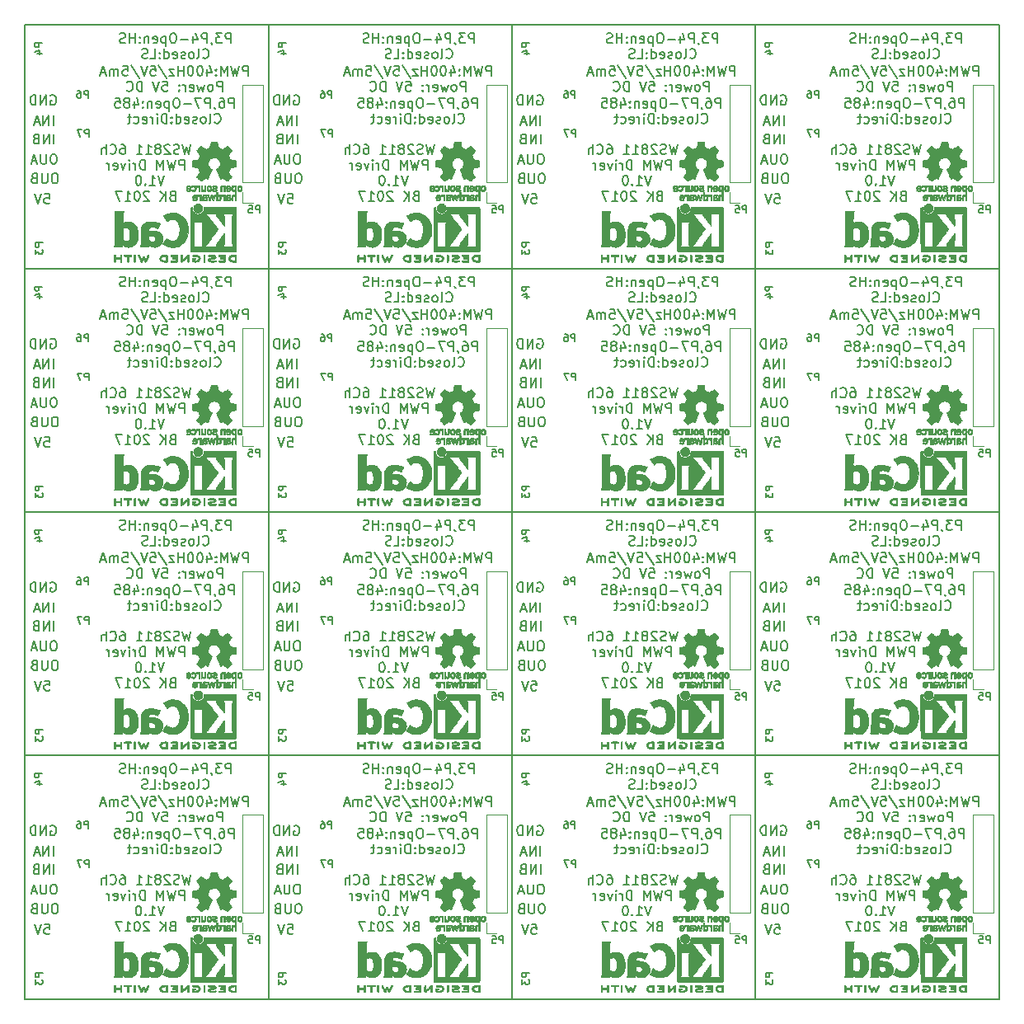
<source format=gbo>
G04 #@! TF.FileFunction,Legend,Bot*
%FSLAX46Y46*%
G04 Gerber Fmt 4.6, Leading zero omitted, Abs format (unit mm)*
G04 Created by KiCad (PCBNEW 4.0.2-stable) date 11/12/2017 1:18:04 PM*
%MOMM*%
G01*
G04 APERTURE LIST*
%ADD10C,0.100000*%
%ADD11C,0.200000*%
%ADD12C,0.150000*%
%ADD13C,0.010000*%
%ADD14C,0.120000*%
G04 APERTURE END LIST*
D10*
D11*
X161436638Y-133491381D02*
X161436638Y-132491381D01*
X161055685Y-132491381D01*
X160960447Y-132539000D01*
X160912828Y-132586619D01*
X160865209Y-132681857D01*
X160865209Y-132824714D01*
X160912828Y-132919952D01*
X160960447Y-132967571D01*
X161055685Y-133015190D01*
X161436638Y-133015190D01*
X160008066Y-132491381D02*
X160198543Y-132491381D01*
X160293781Y-132539000D01*
X160341400Y-132586619D01*
X160436638Y-132729476D01*
X160484257Y-132919952D01*
X160484257Y-133300905D01*
X160436638Y-133396143D01*
X160389019Y-133443762D01*
X160293781Y-133491381D01*
X160103304Y-133491381D01*
X160008066Y-133443762D01*
X159960447Y-133396143D01*
X159912828Y-133300905D01*
X159912828Y-133062810D01*
X159960447Y-132967571D01*
X160008066Y-132919952D01*
X160103304Y-132872333D01*
X160293781Y-132872333D01*
X160389019Y-132919952D01*
X160436638Y-132967571D01*
X160484257Y-133062810D01*
X159436638Y-133443762D02*
X159436638Y-133491381D01*
X159484257Y-133586619D01*
X159531876Y-133634238D01*
X159008067Y-133491381D02*
X159008067Y-132491381D01*
X158627114Y-132491381D01*
X158531876Y-132539000D01*
X158484257Y-132586619D01*
X158436638Y-132681857D01*
X158436638Y-132824714D01*
X158484257Y-132919952D01*
X158531876Y-132967571D01*
X158627114Y-133015190D01*
X159008067Y-133015190D01*
X158103305Y-132491381D02*
X157436638Y-132491381D01*
X157865210Y-133491381D01*
X157055686Y-133110429D02*
X156293781Y-133110429D01*
X155627115Y-132491381D02*
X155436638Y-132491381D01*
X155341400Y-132539000D01*
X155246162Y-132634238D01*
X155198543Y-132824714D01*
X155198543Y-133158048D01*
X155246162Y-133348524D01*
X155341400Y-133443762D01*
X155436638Y-133491381D01*
X155627115Y-133491381D01*
X155722353Y-133443762D01*
X155817591Y-133348524D01*
X155865210Y-133158048D01*
X155865210Y-132824714D01*
X155817591Y-132634238D01*
X155722353Y-132539000D01*
X155627115Y-132491381D01*
X154769972Y-132824714D02*
X154769972Y-133824714D01*
X154769972Y-132872333D02*
X154674734Y-132824714D01*
X154484257Y-132824714D01*
X154389019Y-132872333D01*
X154341400Y-132919952D01*
X154293781Y-133015190D01*
X154293781Y-133300905D01*
X154341400Y-133396143D01*
X154389019Y-133443762D01*
X154484257Y-133491381D01*
X154674734Y-133491381D01*
X154769972Y-133443762D01*
X153484257Y-133443762D02*
X153579495Y-133491381D01*
X153769972Y-133491381D01*
X153865210Y-133443762D01*
X153912829Y-133348524D01*
X153912829Y-132967571D01*
X153865210Y-132872333D01*
X153769972Y-132824714D01*
X153579495Y-132824714D01*
X153484257Y-132872333D01*
X153436638Y-132967571D01*
X153436638Y-133062810D01*
X153912829Y-133158048D01*
X153008067Y-132824714D02*
X153008067Y-133491381D01*
X153008067Y-132919952D02*
X152960448Y-132872333D01*
X152865210Y-132824714D01*
X152722352Y-132824714D01*
X152627114Y-132872333D01*
X152579495Y-132967571D01*
X152579495Y-133491381D01*
X152103305Y-133396143D02*
X152055686Y-133443762D01*
X152103305Y-133491381D01*
X152150924Y-133443762D01*
X152103305Y-133396143D01*
X152103305Y-133491381D01*
X152103305Y-132872333D02*
X152055686Y-132919952D01*
X152103305Y-132967571D01*
X152150924Y-132919952D01*
X152103305Y-132872333D01*
X152103305Y-132967571D01*
X151198543Y-132824714D02*
X151198543Y-133491381D01*
X151436639Y-132443762D02*
X151674734Y-133158048D01*
X151055686Y-133158048D01*
X150531877Y-132919952D02*
X150627115Y-132872333D01*
X150674734Y-132824714D01*
X150722353Y-132729476D01*
X150722353Y-132681857D01*
X150674734Y-132586619D01*
X150627115Y-132539000D01*
X150531877Y-132491381D01*
X150341400Y-132491381D01*
X150246162Y-132539000D01*
X150198543Y-132586619D01*
X150150924Y-132681857D01*
X150150924Y-132729476D01*
X150198543Y-132824714D01*
X150246162Y-132872333D01*
X150341400Y-132919952D01*
X150531877Y-132919952D01*
X150627115Y-132967571D01*
X150674734Y-133015190D01*
X150722353Y-133110429D01*
X150722353Y-133300905D01*
X150674734Y-133396143D01*
X150627115Y-133443762D01*
X150531877Y-133491381D01*
X150341400Y-133491381D01*
X150246162Y-133443762D01*
X150198543Y-133396143D01*
X150150924Y-133300905D01*
X150150924Y-133110429D01*
X150198543Y-133015190D01*
X150246162Y-132967571D01*
X150341400Y-132919952D01*
X149246162Y-132491381D02*
X149722353Y-132491381D01*
X149769972Y-132967571D01*
X149722353Y-132919952D01*
X149627115Y-132872333D01*
X149389019Y-132872333D01*
X149293781Y-132919952D01*
X149246162Y-132967571D01*
X149198543Y-133062810D01*
X149198543Y-133300905D01*
X149246162Y-133396143D01*
X149293781Y-133443762D01*
X149389019Y-133491381D01*
X149627115Y-133491381D01*
X149722353Y-133443762D01*
X149769972Y-133396143D01*
X159460448Y-134996143D02*
X159508067Y-135043762D01*
X159650924Y-135091381D01*
X159746162Y-135091381D01*
X159889020Y-135043762D01*
X159984258Y-134948524D01*
X160031877Y-134853286D01*
X160079496Y-134662810D01*
X160079496Y-134519952D01*
X160031877Y-134329476D01*
X159984258Y-134234238D01*
X159889020Y-134139000D01*
X159746162Y-134091381D01*
X159650924Y-134091381D01*
X159508067Y-134139000D01*
X159460448Y-134186619D01*
X158889020Y-135091381D02*
X158984258Y-135043762D01*
X159031877Y-134948524D01*
X159031877Y-134091381D01*
X158365210Y-135091381D02*
X158460448Y-135043762D01*
X158508067Y-134996143D01*
X158555686Y-134900905D01*
X158555686Y-134615190D01*
X158508067Y-134519952D01*
X158460448Y-134472333D01*
X158365210Y-134424714D01*
X158222352Y-134424714D01*
X158127114Y-134472333D01*
X158079495Y-134519952D01*
X158031876Y-134615190D01*
X158031876Y-134900905D01*
X158079495Y-134996143D01*
X158127114Y-135043762D01*
X158222352Y-135091381D01*
X158365210Y-135091381D01*
X157650924Y-135043762D02*
X157555686Y-135091381D01*
X157365210Y-135091381D01*
X157269971Y-135043762D01*
X157222352Y-134948524D01*
X157222352Y-134900905D01*
X157269971Y-134805667D01*
X157365210Y-134758048D01*
X157508067Y-134758048D01*
X157603305Y-134710429D01*
X157650924Y-134615190D01*
X157650924Y-134567571D01*
X157603305Y-134472333D01*
X157508067Y-134424714D01*
X157365210Y-134424714D01*
X157269971Y-134472333D01*
X156412828Y-135043762D02*
X156508066Y-135091381D01*
X156698543Y-135091381D01*
X156793781Y-135043762D01*
X156841400Y-134948524D01*
X156841400Y-134567571D01*
X156793781Y-134472333D01*
X156698543Y-134424714D01*
X156508066Y-134424714D01*
X156412828Y-134472333D01*
X156365209Y-134567571D01*
X156365209Y-134662810D01*
X156841400Y-134758048D01*
X155508066Y-135091381D02*
X155508066Y-134091381D01*
X155508066Y-135043762D02*
X155603304Y-135091381D01*
X155793781Y-135091381D01*
X155889019Y-135043762D01*
X155936638Y-134996143D01*
X155984257Y-134900905D01*
X155984257Y-134615190D01*
X155936638Y-134519952D01*
X155889019Y-134472333D01*
X155793781Y-134424714D01*
X155603304Y-134424714D01*
X155508066Y-134472333D01*
X155031876Y-134996143D02*
X154984257Y-135043762D01*
X155031876Y-135091381D01*
X155079495Y-135043762D01*
X155031876Y-134996143D01*
X155031876Y-135091381D01*
X155031876Y-134472333D02*
X154984257Y-134519952D01*
X155031876Y-134567571D01*
X155079495Y-134519952D01*
X155031876Y-134472333D01*
X155031876Y-134567571D01*
X154555686Y-135091381D02*
X154555686Y-134091381D01*
X154317591Y-134091381D01*
X154174733Y-134139000D01*
X154079495Y-134234238D01*
X154031876Y-134329476D01*
X153984257Y-134519952D01*
X153984257Y-134662810D01*
X154031876Y-134853286D01*
X154079495Y-134948524D01*
X154174733Y-135043762D01*
X154317591Y-135091381D01*
X154555686Y-135091381D01*
X153555686Y-135091381D02*
X153555686Y-134424714D01*
X153555686Y-134091381D02*
X153603305Y-134139000D01*
X153555686Y-134186619D01*
X153508067Y-134139000D01*
X153555686Y-134091381D01*
X153555686Y-134186619D01*
X153079496Y-135091381D02*
X153079496Y-134424714D01*
X153079496Y-134615190D02*
X153031877Y-134519952D01*
X152984258Y-134472333D01*
X152889020Y-134424714D01*
X152793781Y-134424714D01*
X152079495Y-135043762D02*
X152174733Y-135091381D01*
X152365210Y-135091381D01*
X152460448Y-135043762D01*
X152508067Y-134948524D01*
X152508067Y-134567571D01*
X152460448Y-134472333D01*
X152365210Y-134424714D01*
X152174733Y-134424714D01*
X152079495Y-134472333D01*
X152031876Y-134567571D01*
X152031876Y-134662810D01*
X152508067Y-134758048D01*
X151174733Y-135043762D02*
X151269971Y-135091381D01*
X151460448Y-135091381D01*
X151555686Y-135043762D01*
X151603305Y-134996143D01*
X151650924Y-134900905D01*
X151650924Y-134615190D01*
X151603305Y-134519952D01*
X151555686Y-134472333D01*
X151460448Y-134424714D01*
X151269971Y-134424714D01*
X151174733Y-134472333D01*
X150889019Y-134424714D02*
X150508067Y-134424714D01*
X150746162Y-134091381D02*
X150746162Y-134948524D01*
X150698543Y-135043762D01*
X150603305Y-135091381D01*
X150508067Y-135091381D01*
X157019048Y-137241381D02*
X156780953Y-138241381D01*
X156590476Y-137527095D01*
X156400000Y-138241381D01*
X156161905Y-137241381D01*
X155828572Y-138193762D02*
X155685715Y-138241381D01*
X155447619Y-138241381D01*
X155352381Y-138193762D01*
X155304762Y-138146143D01*
X155257143Y-138050905D01*
X155257143Y-137955667D01*
X155304762Y-137860429D01*
X155352381Y-137812810D01*
X155447619Y-137765190D01*
X155638096Y-137717571D01*
X155733334Y-137669952D01*
X155780953Y-137622333D01*
X155828572Y-137527095D01*
X155828572Y-137431857D01*
X155780953Y-137336619D01*
X155733334Y-137289000D01*
X155638096Y-137241381D01*
X155400000Y-137241381D01*
X155257143Y-137289000D01*
X154876191Y-137336619D02*
X154828572Y-137289000D01*
X154733334Y-137241381D01*
X154495238Y-137241381D01*
X154400000Y-137289000D01*
X154352381Y-137336619D01*
X154304762Y-137431857D01*
X154304762Y-137527095D01*
X154352381Y-137669952D01*
X154923810Y-138241381D01*
X154304762Y-138241381D01*
X153733334Y-137669952D02*
X153828572Y-137622333D01*
X153876191Y-137574714D01*
X153923810Y-137479476D01*
X153923810Y-137431857D01*
X153876191Y-137336619D01*
X153828572Y-137289000D01*
X153733334Y-137241381D01*
X153542857Y-137241381D01*
X153447619Y-137289000D01*
X153400000Y-137336619D01*
X153352381Y-137431857D01*
X153352381Y-137479476D01*
X153400000Y-137574714D01*
X153447619Y-137622333D01*
X153542857Y-137669952D01*
X153733334Y-137669952D01*
X153828572Y-137717571D01*
X153876191Y-137765190D01*
X153923810Y-137860429D01*
X153923810Y-138050905D01*
X153876191Y-138146143D01*
X153828572Y-138193762D01*
X153733334Y-138241381D01*
X153542857Y-138241381D01*
X153447619Y-138193762D01*
X153400000Y-138146143D01*
X153352381Y-138050905D01*
X153352381Y-137860429D01*
X153400000Y-137765190D01*
X153447619Y-137717571D01*
X153542857Y-137669952D01*
X152400000Y-138241381D02*
X152971429Y-138241381D01*
X152685715Y-138241381D02*
X152685715Y-137241381D01*
X152780953Y-137384238D01*
X152876191Y-137479476D01*
X152971429Y-137527095D01*
X151447619Y-138241381D02*
X152019048Y-138241381D01*
X151733334Y-138241381D02*
X151733334Y-137241381D01*
X151828572Y-137384238D01*
X151923810Y-137479476D01*
X152019048Y-137527095D01*
X149828571Y-137241381D02*
X150019048Y-137241381D01*
X150114286Y-137289000D01*
X150161905Y-137336619D01*
X150257143Y-137479476D01*
X150304762Y-137669952D01*
X150304762Y-138050905D01*
X150257143Y-138146143D01*
X150209524Y-138193762D01*
X150114286Y-138241381D01*
X149923809Y-138241381D01*
X149828571Y-138193762D01*
X149780952Y-138146143D01*
X149733333Y-138050905D01*
X149733333Y-137812810D01*
X149780952Y-137717571D01*
X149828571Y-137669952D01*
X149923809Y-137622333D01*
X150114286Y-137622333D01*
X150209524Y-137669952D01*
X150257143Y-137717571D01*
X150304762Y-137812810D01*
X148733333Y-138146143D02*
X148780952Y-138193762D01*
X148923809Y-138241381D01*
X149019047Y-138241381D01*
X149161905Y-138193762D01*
X149257143Y-138098524D01*
X149304762Y-138003286D01*
X149352381Y-137812810D01*
X149352381Y-137669952D01*
X149304762Y-137479476D01*
X149257143Y-137384238D01*
X149161905Y-137289000D01*
X149019047Y-137241381D01*
X148923809Y-137241381D01*
X148780952Y-137289000D01*
X148733333Y-137336619D01*
X148304762Y-138241381D02*
X148304762Y-137241381D01*
X147876190Y-138241381D02*
X147876190Y-137717571D01*
X147923809Y-137622333D01*
X148019047Y-137574714D01*
X148161905Y-137574714D01*
X148257143Y-137622333D01*
X148304762Y-137669952D01*
X156352381Y-139841381D02*
X156352381Y-138841381D01*
X155971428Y-138841381D01*
X155876190Y-138889000D01*
X155828571Y-138936619D01*
X155780952Y-139031857D01*
X155780952Y-139174714D01*
X155828571Y-139269952D01*
X155876190Y-139317571D01*
X155971428Y-139365190D01*
X156352381Y-139365190D01*
X155447619Y-138841381D02*
X155209524Y-139841381D01*
X155019047Y-139127095D01*
X154828571Y-139841381D01*
X154590476Y-138841381D01*
X154209524Y-139841381D02*
X154209524Y-138841381D01*
X153876190Y-139555667D01*
X153542857Y-138841381D01*
X153542857Y-139841381D01*
X152304762Y-139841381D02*
X152304762Y-138841381D01*
X152066667Y-138841381D01*
X151923809Y-138889000D01*
X151828571Y-138984238D01*
X151780952Y-139079476D01*
X151733333Y-139269952D01*
X151733333Y-139412810D01*
X151780952Y-139603286D01*
X151828571Y-139698524D01*
X151923809Y-139793762D01*
X152066667Y-139841381D01*
X152304762Y-139841381D01*
X151304762Y-139841381D02*
X151304762Y-139174714D01*
X151304762Y-139365190D02*
X151257143Y-139269952D01*
X151209524Y-139222333D01*
X151114286Y-139174714D01*
X151019047Y-139174714D01*
X150685714Y-139841381D02*
X150685714Y-139174714D01*
X150685714Y-138841381D02*
X150733333Y-138889000D01*
X150685714Y-138936619D01*
X150638095Y-138889000D01*
X150685714Y-138841381D01*
X150685714Y-138936619D01*
X150304762Y-139174714D02*
X150066667Y-139841381D01*
X149828571Y-139174714D01*
X149066666Y-139793762D02*
X149161904Y-139841381D01*
X149352381Y-139841381D01*
X149447619Y-139793762D01*
X149495238Y-139698524D01*
X149495238Y-139317571D01*
X149447619Y-139222333D01*
X149352381Y-139174714D01*
X149161904Y-139174714D01*
X149066666Y-139222333D01*
X149019047Y-139317571D01*
X149019047Y-139412810D01*
X149495238Y-139508048D01*
X148590476Y-139841381D02*
X148590476Y-139174714D01*
X148590476Y-139365190D02*
X148542857Y-139269952D01*
X148495238Y-139222333D01*
X148400000Y-139174714D01*
X148304761Y-139174714D01*
X154304762Y-140441381D02*
X153971429Y-141441381D01*
X153638095Y-140441381D01*
X152780952Y-141441381D02*
X153352381Y-141441381D01*
X153066667Y-141441381D02*
X153066667Y-140441381D01*
X153161905Y-140584238D01*
X153257143Y-140679476D01*
X153352381Y-140727095D01*
X152352381Y-141346143D02*
X152304762Y-141393762D01*
X152352381Y-141441381D01*
X152400000Y-141393762D01*
X152352381Y-141346143D01*
X152352381Y-141441381D01*
X151685715Y-140441381D02*
X151590476Y-140441381D01*
X151495238Y-140489000D01*
X151447619Y-140536619D01*
X151400000Y-140631857D01*
X151352381Y-140822333D01*
X151352381Y-141060429D01*
X151400000Y-141250905D01*
X151447619Y-141346143D01*
X151495238Y-141393762D01*
X151590476Y-141441381D01*
X151685715Y-141441381D01*
X151780953Y-141393762D01*
X151828572Y-141346143D01*
X151876191Y-141250905D01*
X151923810Y-141060429D01*
X151923810Y-140822333D01*
X151876191Y-140631857D01*
X151828572Y-140536619D01*
X151780953Y-140489000D01*
X151685715Y-140441381D01*
X155114285Y-142517571D02*
X154971428Y-142565190D01*
X154923809Y-142612810D01*
X154876190Y-142708048D01*
X154876190Y-142850905D01*
X154923809Y-142946143D01*
X154971428Y-142993762D01*
X155066666Y-143041381D01*
X155447619Y-143041381D01*
X155447619Y-142041381D01*
X155114285Y-142041381D01*
X155019047Y-142089000D01*
X154971428Y-142136619D01*
X154923809Y-142231857D01*
X154923809Y-142327095D01*
X154971428Y-142422333D01*
X155019047Y-142469952D01*
X155114285Y-142517571D01*
X155447619Y-142517571D01*
X154447619Y-143041381D02*
X154447619Y-142041381D01*
X153876190Y-143041381D02*
X154304762Y-142469952D01*
X153876190Y-142041381D02*
X154447619Y-142612810D01*
X152733333Y-142136619D02*
X152685714Y-142089000D01*
X152590476Y-142041381D01*
X152352380Y-142041381D01*
X152257142Y-142089000D01*
X152209523Y-142136619D01*
X152161904Y-142231857D01*
X152161904Y-142327095D01*
X152209523Y-142469952D01*
X152780952Y-143041381D01*
X152161904Y-143041381D01*
X151542857Y-142041381D02*
X151447618Y-142041381D01*
X151352380Y-142089000D01*
X151304761Y-142136619D01*
X151257142Y-142231857D01*
X151209523Y-142422333D01*
X151209523Y-142660429D01*
X151257142Y-142850905D01*
X151304761Y-142946143D01*
X151352380Y-142993762D01*
X151447618Y-143041381D01*
X151542857Y-143041381D01*
X151638095Y-142993762D01*
X151685714Y-142946143D01*
X151733333Y-142850905D01*
X151780952Y-142660429D01*
X151780952Y-142422333D01*
X151733333Y-142231857D01*
X151685714Y-142136619D01*
X151638095Y-142089000D01*
X151542857Y-142041381D01*
X150257142Y-143041381D02*
X150828571Y-143041381D01*
X150542857Y-143041381D02*
X150542857Y-142041381D01*
X150638095Y-142184238D01*
X150733333Y-142279476D01*
X150828571Y-142327095D01*
X149923809Y-142041381D02*
X149257142Y-142041381D01*
X149685714Y-143041381D01*
X161109666Y-126836581D02*
X161109666Y-125836581D01*
X160728713Y-125836581D01*
X160633475Y-125884200D01*
X160585856Y-125931819D01*
X160538237Y-126027057D01*
X160538237Y-126169914D01*
X160585856Y-126265152D01*
X160633475Y-126312771D01*
X160728713Y-126360390D01*
X161109666Y-126360390D01*
X160204904Y-125836581D02*
X159585856Y-125836581D01*
X159919190Y-126217533D01*
X159776332Y-126217533D01*
X159681094Y-126265152D01*
X159633475Y-126312771D01*
X159585856Y-126408010D01*
X159585856Y-126646105D01*
X159633475Y-126741343D01*
X159681094Y-126788962D01*
X159776332Y-126836581D01*
X160062047Y-126836581D01*
X160157285Y-126788962D01*
X160204904Y-126741343D01*
X159109666Y-126788962D02*
X159109666Y-126836581D01*
X159157285Y-126931819D01*
X159204904Y-126979438D01*
X158681095Y-126836581D02*
X158681095Y-125836581D01*
X158300142Y-125836581D01*
X158204904Y-125884200D01*
X158157285Y-125931819D01*
X158109666Y-126027057D01*
X158109666Y-126169914D01*
X158157285Y-126265152D01*
X158204904Y-126312771D01*
X158300142Y-126360390D01*
X158681095Y-126360390D01*
X157252523Y-126169914D02*
X157252523Y-126836581D01*
X157490619Y-125788962D02*
X157728714Y-126503248D01*
X157109666Y-126503248D01*
X156728714Y-126455629D02*
X155966809Y-126455629D01*
X155300143Y-125836581D02*
X155109666Y-125836581D01*
X155014428Y-125884200D01*
X154919190Y-125979438D01*
X154871571Y-126169914D01*
X154871571Y-126503248D01*
X154919190Y-126693724D01*
X155014428Y-126788962D01*
X155109666Y-126836581D01*
X155300143Y-126836581D01*
X155395381Y-126788962D01*
X155490619Y-126693724D01*
X155538238Y-126503248D01*
X155538238Y-126169914D01*
X155490619Y-125979438D01*
X155395381Y-125884200D01*
X155300143Y-125836581D01*
X154443000Y-126169914D02*
X154443000Y-127169914D01*
X154443000Y-126217533D02*
X154347762Y-126169914D01*
X154157285Y-126169914D01*
X154062047Y-126217533D01*
X154014428Y-126265152D01*
X153966809Y-126360390D01*
X153966809Y-126646105D01*
X154014428Y-126741343D01*
X154062047Y-126788962D01*
X154157285Y-126836581D01*
X154347762Y-126836581D01*
X154443000Y-126788962D01*
X153157285Y-126788962D02*
X153252523Y-126836581D01*
X153443000Y-126836581D01*
X153538238Y-126788962D01*
X153585857Y-126693724D01*
X153585857Y-126312771D01*
X153538238Y-126217533D01*
X153443000Y-126169914D01*
X153252523Y-126169914D01*
X153157285Y-126217533D01*
X153109666Y-126312771D01*
X153109666Y-126408010D01*
X153585857Y-126503248D01*
X152681095Y-126169914D02*
X152681095Y-126836581D01*
X152681095Y-126265152D02*
X152633476Y-126217533D01*
X152538238Y-126169914D01*
X152395380Y-126169914D01*
X152300142Y-126217533D01*
X152252523Y-126312771D01*
X152252523Y-126836581D01*
X151776333Y-126741343D02*
X151728714Y-126788962D01*
X151776333Y-126836581D01*
X151823952Y-126788962D01*
X151776333Y-126741343D01*
X151776333Y-126836581D01*
X151776333Y-126217533D02*
X151728714Y-126265152D01*
X151776333Y-126312771D01*
X151823952Y-126265152D01*
X151776333Y-126217533D01*
X151776333Y-126312771D01*
X151300143Y-126836581D02*
X151300143Y-125836581D01*
X151300143Y-126312771D02*
X150728714Y-126312771D01*
X150728714Y-126836581D02*
X150728714Y-125836581D01*
X150300143Y-126788962D02*
X150157286Y-126836581D01*
X149919190Y-126836581D01*
X149823952Y-126788962D01*
X149776333Y-126741343D01*
X149728714Y-126646105D01*
X149728714Y-126550867D01*
X149776333Y-126455629D01*
X149823952Y-126408010D01*
X149919190Y-126360390D01*
X150109667Y-126312771D01*
X150204905Y-126265152D01*
X150252524Y-126217533D01*
X150300143Y-126122295D01*
X150300143Y-126027057D01*
X150252524Y-125931819D01*
X150204905Y-125884200D01*
X150109667Y-125836581D01*
X149871571Y-125836581D01*
X149728714Y-125884200D01*
X158252524Y-128341343D02*
X158300143Y-128388962D01*
X158443000Y-128436581D01*
X158538238Y-128436581D01*
X158681096Y-128388962D01*
X158776334Y-128293724D01*
X158823953Y-128198486D01*
X158871572Y-128008010D01*
X158871572Y-127865152D01*
X158823953Y-127674676D01*
X158776334Y-127579438D01*
X158681096Y-127484200D01*
X158538238Y-127436581D01*
X158443000Y-127436581D01*
X158300143Y-127484200D01*
X158252524Y-127531819D01*
X157681096Y-128436581D02*
X157776334Y-128388962D01*
X157823953Y-128293724D01*
X157823953Y-127436581D01*
X157157286Y-128436581D02*
X157252524Y-128388962D01*
X157300143Y-128341343D01*
X157347762Y-128246105D01*
X157347762Y-127960390D01*
X157300143Y-127865152D01*
X157252524Y-127817533D01*
X157157286Y-127769914D01*
X157014428Y-127769914D01*
X156919190Y-127817533D01*
X156871571Y-127865152D01*
X156823952Y-127960390D01*
X156823952Y-128246105D01*
X156871571Y-128341343D01*
X156919190Y-128388962D01*
X157014428Y-128436581D01*
X157157286Y-128436581D01*
X156443000Y-128388962D02*
X156347762Y-128436581D01*
X156157286Y-128436581D01*
X156062047Y-128388962D01*
X156014428Y-128293724D01*
X156014428Y-128246105D01*
X156062047Y-128150867D01*
X156157286Y-128103248D01*
X156300143Y-128103248D01*
X156395381Y-128055629D01*
X156443000Y-127960390D01*
X156443000Y-127912771D01*
X156395381Y-127817533D01*
X156300143Y-127769914D01*
X156157286Y-127769914D01*
X156062047Y-127817533D01*
X155204904Y-128388962D02*
X155300142Y-128436581D01*
X155490619Y-128436581D01*
X155585857Y-128388962D01*
X155633476Y-128293724D01*
X155633476Y-127912771D01*
X155585857Y-127817533D01*
X155490619Y-127769914D01*
X155300142Y-127769914D01*
X155204904Y-127817533D01*
X155157285Y-127912771D01*
X155157285Y-128008010D01*
X155633476Y-128103248D01*
X154300142Y-128436581D02*
X154300142Y-127436581D01*
X154300142Y-128388962D02*
X154395380Y-128436581D01*
X154585857Y-128436581D01*
X154681095Y-128388962D01*
X154728714Y-128341343D01*
X154776333Y-128246105D01*
X154776333Y-127960390D01*
X154728714Y-127865152D01*
X154681095Y-127817533D01*
X154585857Y-127769914D01*
X154395380Y-127769914D01*
X154300142Y-127817533D01*
X153823952Y-128341343D02*
X153776333Y-128388962D01*
X153823952Y-128436581D01*
X153871571Y-128388962D01*
X153823952Y-128341343D01*
X153823952Y-128436581D01*
X153823952Y-127817533D02*
X153776333Y-127865152D01*
X153823952Y-127912771D01*
X153871571Y-127865152D01*
X153823952Y-127817533D01*
X153823952Y-127912771D01*
X152871571Y-128436581D02*
X153347762Y-128436581D01*
X153347762Y-127436581D01*
X152585857Y-128388962D02*
X152443000Y-128436581D01*
X152204904Y-128436581D01*
X152109666Y-128388962D01*
X152062047Y-128341343D01*
X152014428Y-128246105D01*
X152014428Y-128150867D01*
X152062047Y-128055629D01*
X152109666Y-128008010D01*
X152204904Y-127960390D01*
X152395381Y-127912771D01*
X152490619Y-127865152D01*
X152538238Y-127817533D01*
X152585857Y-127722295D01*
X152585857Y-127627057D01*
X152538238Y-127531819D01*
X152490619Y-127484200D01*
X152395381Y-127436581D01*
X152157285Y-127436581D01*
X152014428Y-127484200D01*
X162890609Y-130189381D02*
X162890609Y-129189381D01*
X162509656Y-129189381D01*
X162414418Y-129237000D01*
X162366799Y-129284619D01*
X162319180Y-129379857D01*
X162319180Y-129522714D01*
X162366799Y-129617952D01*
X162414418Y-129665571D01*
X162509656Y-129713190D01*
X162890609Y-129713190D01*
X161985847Y-129189381D02*
X161747752Y-130189381D01*
X161557275Y-129475095D01*
X161366799Y-130189381D01*
X161128704Y-129189381D01*
X160747752Y-130189381D02*
X160747752Y-129189381D01*
X160414418Y-129903667D01*
X160081085Y-129189381D01*
X160081085Y-130189381D01*
X159604895Y-130094143D02*
X159557276Y-130141762D01*
X159604895Y-130189381D01*
X159652514Y-130141762D01*
X159604895Y-130094143D01*
X159604895Y-130189381D01*
X159604895Y-129570333D02*
X159557276Y-129617952D01*
X159604895Y-129665571D01*
X159652514Y-129617952D01*
X159604895Y-129570333D01*
X159604895Y-129665571D01*
X158700133Y-129522714D02*
X158700133Y-130189381D01*
X158938229Y-129141762D02*
X159176324Y-129856048D01*
X158557276Y-129856048D01*
X157985848Y-129189381D02*
X157890609Y-129189381D01*
X157795371Y-129237000D01*
X157747752Y-129284619D01*
X157700133Y-129379857D01*
X157652514Y-129570333D01*
X157652514Y-129808429D01*
X157700133Y-129998905D01*
X157747752Y-130094143D01*
X157795371Y-130141762D01*
X157890609Y-130189381D01*
X157985848Y-130189381D01*
X158081086Y-130141762D01*
X158128705Y-130094143D01*
X158176324Y-129998905D01*
X158223943Y-129808429D01*
X158223943Y-129570333D01*
X158176324Y-129379857D01*
X158128705Y-129284619D01*
X158081086Y-129237000D01*
X157985848Y-129189381D01*
X157033467Y-129189381D02*
X156938228Y-129189381D01*
X156842990Y-129237000D01*
X156795371Y-129284619D01*
X156747752Y-129379857D01*
X156700133Y-129570333D01*
X156700133Y-129808429D01*
X156747752Y-129998905D01*
X156795371Y-130094143D01*
X156842990Y-130141762D01*
X156938228Y-130189381D01*
X157033467Y-130189381D01*
X157128705Y-130141762D01*
X157176324Y-130094143D01*
X157223943Y-129998905D01*
X157271562Y-129808429D01*
X157271562Y-129570333D01*
X157223943Y-129379857D01*
X157176324Y-129284619D01*
X157128705Y-129237000D01*
X157033467Y-129189381D01*
X156271562Y-130189381D02*
X156271562Y-129189381D01*
X156271562Y-129665571D02*
X155700133Y-129665571D01*
X155700133Y-130189381D02*
X155700133Y-129189381D01*
X155319181Y-129522714D02*
X154795371Y-129522714D01*
X155319181Y-130189381D01*
X154795371Y-130189381D01*
X153700133Y-129141762D02*
X154557276Y-130427476D01*
X152890609Y-129189381D02*
X153366800Y-129189381D01*
X153414419Y-129665571D01*
X153366800Y-129617952D01*
X153271562Y-129570333D01*
X153033466Y-129570333D01*
X152938228Y-129617952D01*
X152890609Y-129665571D01*
X152842990Y-129760810D01*
X152842990Y-129998905D01*
X152890609Y-130094143D01*
X152938228Y-130141762D01*
X153033466Y-130189381D01*
X153271562Y-130189381D01*
X153366800Y-130141762D01*
X153414419Y-130094143D01*
X152557276Y-129189381D02*
X152223943Y-130189381D01*
X151890609Y-129189381D01*
X150842990Y-129141762D02*
X151700133Y-130427476D01*
X150033466Y-129189381D02*
X150509657Y-129189381D01*
X150557276Y-129665571D01*
X150509657Y-129617952D01*
X150414419Y-129570333D01*
X150176323Y-129570333D01*
X150081085Y-129617952D01*
X150033466Y-129665571D01*
X149985847Y-129760810D01*
X149985847Y-129998905D01*
X150033466Y-130094143D01*
X150081085Y-130141762D01*
X150176323Y-130189381D01*
X150414419Y-130189381D01*
X150509657Y-130141762D01*
X150557276Y-130094143D01*
X149557276Y-130189381D02*
X149557276Y-129522714D01*
X149557276Y-129617952D02*
X149509657Y-129570333D01*
X149414419Y-129522714D01*
X149271561Y-129522714D01*
X149176323Y-129570333D01*
X149128704Y-129665571D01*
X149128704Y-130189381D01*
X149128704Y-129665571D02*
X149081085Y-129570333D01*
X148985847Y-129522714D01*
X148842990Y-129522714D01*
X148747752Y-129570333D01*
X148700133Y-129665571D01*
X148700133Y-130189381D01*
X148271562Y-129903667D02*
X147795371Y-129903667D01*
X148366800Y-130189381D02*
X148033467Y-129189381D01*
X147700133Y-130189381D01*
X160247753Y-131789381D02*
X160247753Y-130789381D01*
X159866800Y-130789381D01*
X159771562Y-130837000D01*
X159723943Y-130884619D01*
X159676324Y-130979857D01*
X159676324Y-131122714D01*
X159723943Y-131217952D01*
X159771562Y-131265571D01*
X159866800Y-131313190D01*
X160247753Y-131313190D01*
X159104896Y-131789381D02*
X159200134Y-131741762D01*
X159247753Y-131694143D01*
X159295372Y-131598905D01*
X159295372Y-131313190D01*
X159247753Y-131217952D01*
X159200134Y-131170333D01*
X159104896Y-131122714D01*
X158962038Y-131122714D01*
X158866800Y-131170333D01*
X158819181Y-131217952D01*
X158771562Y-131313190D01*
X158771562Y-131598905D01*
X158819181Y-131694143D01*
X158866800Y-131741762D01*
X158962038Y-131789381D01*
X159104896Y-131789381D01*
X158438229Y-131122714D02*
X158247753Y-131789381D01*
X158057276Y-131313190D01*
X157866800Y-131789381D01*
X157676324Y-131122714D01*
X156914419Y-131741762D02*
X157009657Y-131789381D01*
X157200134Y-131789381D01*
X157295372Y-131741762D01*
X157342991Y-131646524D01*
X157342991Y-131265571D01*
X157295372Y-131170333D01*
X157200134Y-131122714D01*
X157009657Y-131122714D01*
X156914419Y-131170333D01*
X156866800Y-131265571D01*
X156866800Y-131360810D01*
X157342991Y-131456048D01*
X156438229Y-131789381D02*
X156438229Y-131122714D01*
X156438229Y-131313190D02*
X156390610Y-131217952D01*
X156342991Y-131170333D01*
X156247753Y-131122714D01*
X156152514Y-131122714D01*
X155819181Y-131694143D02*
X155771562Y-131741762D01*
X155819181Y-131789381D01*
X155866800Y-131741762D01*
X155819181Y-131694143D01*
X155819181Y-131789381D01*
X155819181Y-131170333D02*
X155771562Y-131217952D01*
X155819181Y-131265571D01*
X155866800Y-131217952D01*
X155819181Y-131170333D01*
X155819181Y-131265571D01*
X154104895Y-130789381D02*
X154581086Y-130789381D01*
X154628705Y-131265571D01*
X154581086Y-131217952D01*
X154485848Y-131170333D01*
X154247752Y-131170333D01*
X154152514Y-131217952D01*
X154104895Y-131265571D01*
X154057276Y-131360810D01*
X154057276Y-131598905D01*
X154104895Y-131694143D01*
X154152514Y-131741762D01*
X154247752Y-131789381D01*
X154485848Y-131789381D01*
X154581086Y-131741762D01*
X154628705Y-131694143D01*
X153771562Y-130789381D02*
X153438229Y-131789381D01*
X153104895Y-130789381D01*
X152009657Y-131789381D02*
X152009657Y-130789381D01*
X151771562Y-130789381D01*
X151628704Y-130837000D01*
X151533466Y-130932238D01*
X151485847Y-131027476D01*
X151438228Y-131217952D01*
X151438228Y-131360810D01*
X151485847Y-131551286D01*
X151533466Y-131646524D01*
X151628704Y-131741762D01*
X151771562Y-131789381D01*
X152009657Y-131789381D01*
X150438228Y-131694143D02*
X150485847Y-131741762D01*
X150628704Y-131789381D01*
X150723942Y-131789381D01*
X150866800Y-131741762D01*
X150962038Y-131646524D01*
X151009657Y-131551286D01*
X151057276Y-131360810D01*
X151057276Y-131217952D01*
X151009657Y-131027476D01*
X150962038Y-130932238D01*
X150866800Y-130837000D01*
X150723942Y-130789381D01*
X150628704Y-130789381D01*
X150485847Y-130837000D01*
X150438228Y-130884619D01*
D12*
X167907981Y-135281981D02*
X167907981Y-134281981D01*
X167431791Y-135281981D02*
X167431791Y-134281981D01*
X166860362Y-135281981D01*
X166860362Y-134281981D01*
X166431791Y-134996267D02*
X165955600Y-134996267D01*
X166527029Y-135281981D02*
X166193696Y-134281981D01*
X165860362Y-135281981D01*
X167615904Y-132246800D02*
X167711142Y-132199181D01*
X167853999Y-132199181D01*
X167996857Y-132246800D01*
X168092095Y-132342038D01*
X168139714Y-132437276D01*
X168187333Y-132627752D01*
X168187333Y-132770610D01*
X168139714Y-132961086D01*
X168092095Y-133056324D01*
X167996857Y-133151562D01*
X167853999Y-133199181D01*
X167758761Y-133199181D01*
X167615904Y-133151562D01*
X167568285Y-133103943D01*
X167568285Y-132770610D01*
X167758761Y-132770610D01*
X167139714Y-133199181D02*
X167139714Y-132199181D01*
X166568285Y-133199181D01*
X166568285Y-132199181D01*
X166092095Y-133199181D02*
X166092095Y-132199181D01*
X165854000Y-132199181D01*
X165711142Y-132246800D01*
X165615904Y-132342038D01*
X165568285Y-132437276D01*
X165520666Y-132627752D01*
X165520666Y-132770610D01*
X165568285Y-132961086D01*
X165615904Y-133056324D01*
X165711142Y-133151562D01*
X165854000Y-133199181D01*
X166092095Y-133199181D01*
X168150848Y-140225581D02*
X167960371Y-140225581D01*
X167865133Y-140273200D01*
X167769895Y-140368438D01*
X167722276Y-140558914D01*
X167722276Y-140892248D01*
X167769895Y-141082724D01*
X167865133Y-141177962D01*
X167960371Y-141225581D01*
X168150848Y-141225581D01*
X168246086Y-141177962D01*
X168341324Y-141082724D01*
X168388943Y-140892248D01*
X168388943Y-140558914D01*
X168341324Y-140368438D01*
X168246086Y-140273200D01*
X168150848Y-140225581D01*
X167293705Y-140225581D02*
X167293705Y-141035105D01*
X167246086Y-141130343D01*
X167198467Y-141177962D01*
X167103229Y-141225581D01*
X166912752Y-141225581D01*
X166817514Y-141177962D01*
X166769895Y-141130343D01*
X166722276Y-141035105D01*
X166722276Y-140225581D01*
X165912752Y-140701771D02*
X165769895Y-140749390D01*
X165722276Y-140797010D01*
X165674657Y-140892248D01*
X165674657Y-141035105D01*
X165722276Y-141130343D01*
X165769895Y-141177962D01*
X165865133Y-141225581D01*
X166246086Y-141225581D01*
X166246086Y-140225581D01*
X165912752Y-140225581D01*
X165817514Y-140273200D01*
X165769895Y-140320819D01*
X165722276Y-140416057D01*
X165722276Y-140511295D01*
X165769895Y-140606533D01*
X165817514Y-140654152D01*
X165912752Y-140701771D01*
X166246086Y-140701771D01*
X167954009Y-137186981D02*
X167954009Y-136186981D01*
X167477819Y-137186981D02*
X167477819Y-136186981D01*
X166906390Y-137186981D01*
X166906390Y-136186981D01*
X166096866Y-136663171D02*
X165954009Y-136710790D01*
X165906390Y-136758410D01*
X165858771Y-136853648D01*
X165858771Y-136996505D01*
X165906390Y-137091743D01*
X165954009Y-137139362D01*
X166049247Y-137186981D01*
X166430200Y-137186981D01*
X166430200Y-136186981D01*
X166096866Y-136186981D01*
X166001628Y-136234600D01*
X165954009Y-136282219D01*
X165906390Y-136377457D01*
X165906390Y-136472695D01*
X165954009Y-136567933D01*
X166001628Y-136615552D01*
X166096866Y-136663171D01*
X166430200Y-136663171D01*
X168028619Y-138244381D02*
X167838142Y-138244381D01*
X167742904Y-138292000D01*
X167647666Y-138387238D01*
X167600047Y-138577714D01*
X167600047Y-138911048D01*
X167647666Y-139101524D01*
X167742904Y-139196762D01*
X167838142Y-139244381D01*
X168028619Y-139244381D01*
X168123857Y-139196762D01*
X168219095Y-139101524D01*
X168266714Y-138911048D01*
X168266714Y-138577714D01*
X168219095Y-138387238D01*
X168123857Y-138292000D01*
X168028619Y-138244381D01*
X167171476Y-138244381D02*
X167171476Y-139053905D01*
X167123857Y-139149143D01*
X167076238Y-139196762D01*
X166981000Y-139244381D01*
X166790523Y-139244381D01*
X166695285Y-139196762D01*
X166647666Y-139149143D01*
X166600047Y-139053905D01*
X166600047Y-138244381D01*
X166171476Y-138958667D02*
X165695285Y-138958667D01*
X166266714Y-139244381D02*
X165933381Y-138244381D01*
X165600047Y-139244381D01*
X166993676Y-142333781D02*
X167469867Y-142333781D01*
X167517486Y-142809971D01*
X167469867Y-142762352D01*
X167374629Y-142714733D01*
X167136533Y-142714733D01*
X167041295Y-142762352D01*
X166993676Y-142809971D01*
X166946057Y-142905210D01*
X166946057Y-143143305D01*
X166993676Y-143238543D01*
X167041295Y-143286162D01*
X167136533Y-143333781D01*
X167374629Y-143333781D01*
X167469867Y-143286162D01*
X167517486Y-143238543D01*
X166660343Y-142333781D02*
X166327010Y-143333781D01*
X165993676Y-142333781D01*
X116993676Y-142333781D02*
X117469867Y-142333781D01*
X117517486Y-142809971D01*
X117469867Y-142762352D01*
X117374629Y-142714733D01*
X117136533Y-142714733D01*
X117041295Y-142762352D01*
X116993676Y-142809971D01*
X116946057Y-142905210D01*
X116946057Y-143143305D01*
X116993676Y-143238543D01*
X117041295Y-143286162D01*
X117136533Y-143333781D01*
X117374629Y-143333781D01*
X117469867Y-143286162D01*
X117517486Y-143238543D01*
X116660343Y-142333781D02*
X116327010Y-143333781D01*
X115993676Y-142333781D01*
X118150848Y-140225581D02*
X117960371Y-140225581D01*
X117865133Y-140273200D01*
X117769895Y-140368438D01*
X117722276Y-140558914D01*
X117722276Y-140892248D01*
X117769895Y-141082724D01*
X117865133Y-141177962D01*
X117960371Y-141225581D01*
X118150848Y-141225581D01*
X118246086Y-141177962D01*
X118341324Y-141082724D01*
X118388943Y-140892248D01*
X118388943Y-140558914D01*
X118341324Y-140368438D01*
X118246086Y-140273200D01*
X118150848Y-140225581D01*
X117293705Y-140225581D02*
X117293705Y-141035105D01*
X117246086Y-141130343D01*
X117198467Y-141177962D01*
X117103229Y-141225581D01*
X116912752Y-141225581D01*
X116817514Y-141177962D01*
X116769895Y-141130343D01*
X116722276Y-141035105D01*
X116722276Y-140225581D01*
X115912752Y-140701771D02*
X115769895Y-140749390D01*
X115722276Y-140797010D01*
X115674657Y-140892248D01*
X115674657Y-141035105D01*
X115722276Y-141130343D01*
X115769895Y-141177962D01*
X115865133Y-141225581D01*
X116246086Y-141225581D01*
X116246086Y-140225581D01*
X115912752Y-140225581D01*
X115817514Y-140273200D01*
X115769895Y-140320819D01*
X115722276Y-140416057D01*
X115722276Y-140511295D01*
X115769895Y-140606533D01*
X115817514Y-140654152D01*
X115912752Y-140701771D01*
X116246086Y-140701771D01*
X118028619Y-138244381D02*
X117838142Y-138244381D01*
X117742904Y-138292000D01*
X117647666Y-138387238D01*
X117600047Y-138577714D01*
X117600047Y-138911048D01*
X117647666Y-139101524D01*
X117742904Y-139196762D01*
X117838142Y-139244381D01*
X118028619Y-139244381D01*
X118123857Y-139196762D01*
X118219095Y-139101524D01*
X118266714Y-138911048D01*
X118266714Y-138577714D01*
X118219095Y-138387238D01*
X118123857Y-138292000D01*
X118028619Y-138244381D01*
X117171476Y-138244381D02*
X117171476Y-139053905D01*
X117123857Y-139149143D01*
X117076238Y-139196762D01*
X116981000Y-139244381D01*
X116790523Y-139244381D01*
X116695285Y-139196762D01*
X116647666Y-139149143D01*
X116600047Y-139053905D01*
X116600047Y-138244381D01*
X116171476Y-138958667D02*
X115695285Y-138958667D01*
X116266714Y-139244381D02*
X115933381Y-138244381D01*
X115600047Y-139244381D01*
X117615904Y-132246800D02*
X117711142Y-132199181D01*
X117853999Y-132199181D01*
X117996857Y-132246800D01*
X118092095Y-132342038D01*
X118139714Y-132437276D01*
X118187333Y-132627752D01*
X118187333Y-132770610D01*
X118139714Y-132961086D01*
X118092095Y-133056324D01*
X117996857Y-133151562D01*
X117853999Y-133199181D01*
X117758761Y-133199181D01*
X117615904Y-133151562D01*
X117568285Y-133103943D01*
X117568285Y-132770610D01*
X117758761Y-132770610D01*
X117139714Y-133199181D02*
X117139714Y-132199181D01*
X116568285Y-133199181D01*
X116568285Y-132199181D01*
X116092095Y-133199181D02*
X116092095Y-132199181D01*
X115854000Y-132199181D01*
X115711142Y-132246800D01*
X115615904Y-132342038D01*
X115568285Y-132437276D01*
X115520666Y-132627752D01*
X115520666Y-132770610D01*
X115568285Y-132961086D01*
X115615904Y-133056324D01*
X115711142Y-133151562D01*
X115854000Y-133199181D01*
X116092095Y-133199181D01*
X117954009Y-137186981D02*
X117954009Y-136186981D01*
X117477819Y-137186981D02*
X117477819Y-136186981D01*
X116906390Y-137186981D01*
X116906390Y-136186981D01*
X116096866Y-136663171D02*
X115954009Y-136710790D01*
X115906390Y-136758410D01*
X115858771Y-136853648D01*
X115858771Y-136996505D01*
X115906390Y-137091743D01*
X115954009Y-137139362D01*
X116049247Y-137186981D01*
X116430200Y-137186981D01*
X116430200Y-136186981D01*
X116096866Y-136186981D01*
X116001628Y-136234600D01*
X115954009Y-136282219D01*
X115906390Y-136377457D01*
X115906390Y-136472695D01*
X115954009Y-136567933D01*
X116001628Y-136615552D01*
X116096866Y-136663171D01*
X116430200Y-136663171D01*
X117907981Y-135281981D02*
X117907981Y-134281981D01*
X117431791Y-135281981D02*
X117431791Y-134281981D01*
X116860362Y-135281981D01*
X116860362Y-134281981D01*
X116431791Y-134996267D02*
X115955600Y-134996267D01*
X116527029Y-135281981D02*
X116193696Y-134281981D01*
X115860362Y-135281981D01*
D11*
X182019048Y-137241381D02*
X181780953Y-138241381D01*
X181590476Y-137527095D01*
X181400000Y-138241381D01*
X181161905Y-137241381D01*
X180828572Y-138193762D02*
X180685715Y-138241381D01*
X180447619Y-138241381D01*
X180352381Y-138193762D01*
X180304762Y-138146143D01*
X180257143Y-138050905D01*
X180257143Y-137955667D01*
X180304762Y-137860429D01*
X180352381Y-137812810D01*
X180447619Y-137765190D01*
X180638096Y-137717571D01*
X180733334Y-137669952D01*
X180780953Y-137622333D01*
X180828572Y-137527095D01*
X180828572Y-137431857D01*
X180780953Y-137336619D01*
X180733334Y-137289000D01*
X180638096Y-137241381D01*
X180400000Y-137241381D01*
X180257143Y-137289000D01*
X179876191Y-137336619D02*
X179828572Y-137289000D01*
X179733334Y-137241381D01*
X179495238Y-137241381D01*
X179400000Y-137289000D01*
X179352381Y-137336619D01*
X179304762Y-137431857D01*
X179304762Y-137527095D01*
X179352381Y-137669952D01*
X179923810Y-138241381D01*
X179304762Y-138241381D01*
X178733334Y-137669952D02*
X178828572Y-137622333D01*
X178876191Y-137574714D01*
X178923810Y-137479476D01*
X178923810Y-137431857D01*
X178876191Y-137336619D01*
X178828572Y-137289000D01*
X178733334Y-137241381D01*
X178542857Y-137241381D01*
X178447619Y-137289000D01*
X178400000Y-137336619D01*
X178352381Y-137431857D01*
X178352381Y-137479476D01*
X178400000Y-137574714D01*
X178447619Y-137622333D01*
X178542857Y-137669952D01*
X178733334Y-137669952D01*
X178828572Y-137717571D01*
X178876191Y-137765190D01*
X178923810Y-137860429D01*
X178923810Y-138050905D01*
X178876191Y-138146143D01*
X178828572Y-138193762D01*
X178733334Y-138241381D01*
X178542857Y-138241381D01*
X178447619Y-138193762D01*
X178400000Y-138146143D01*
X178352381Y-138050905D01*
X178352381Y-137860429D01*
X178400000Y-137765190D01*
X178447619Y-137717571D01*
X178542857Y-137669952D01*
X177400000Y-138241381D02*
X177971429Y-138241381D01*
X177685715Y-138241381D02*
X177685715Y-137241381D01*
X177780953Y-137384238D01*
X177876191Y-137479476D01*
X177971429Y-137527095D01*
X176447619Y-138241381D02*
X177019048Y-138241381D01*
X176733334Y-138241381D02*
X176733334Y-137241381D01*
X176828572Y-137384238D01*
X176923810Y-137479476D01*
X177019048Y-137527095D01*
X174828571Y-137241381D02*
X175019048Y-137241381D01*
X175114286Y-137289000D01*
X175161905Y-137336619D01*
X175257143Y-137479476D01*
X175304762Y-137669952D01*
X175304762Y-138050905D01*
X175257143Y-138146143D01*
X175209524Y-138193762D01*
X175114286Y-138241381D01*
X174923809Y-138241381D01*
X174828571Y-138193762D01*
X174780952Y-138146143D01*
X174733333Y-138050905D01*
X174733333Y-137812810D01*
X174780952Y-137717571D01*
X174828571Y-137669952D01*
X174923809Y-137622333D01*
X175114286Y-137622333D01*
X175209524Y-137669952D01*
X175257143Y-137717571D01*
X175304762Y-137812810D01*
X173733333Y-138146143D02*
X173780952Y-138193762D01*
X173923809Y-138241381D01*
X174019047Y-138241381D01*
X174161905Y-138193762D01*
X174257143Y-138098524D01*
X174304762Y-138003286D01*
X174352381Y-137812810D01*
X174352381Y-137669952D01*
X174304762Y-137479476D01*
X174257143Y-137384238D01*
X174161905Y-137289000D01*
X174019047Y-137241381D01*
X173923809Y-137241381D01*
X173780952Y-137289000D01*
X173733333Y-137336619D01*
X173304762Y-138241381D02*
X173304762Y-137241381D01*
X172876190Y-138241381D02*
X172876190Y-137717571D01*
X172923809Y-137622333D01*
X173019047Y-137574714D01*
X173161905Y-137574714D01*
X173257143Y-137622333D01*
X173304762Y-137669952D01*
X181352381Y-139841381D02*
X181352381Y-138841381D01*
X180971428Y-138841381D01*
X180876190Y-138889000D01*
X180828571Y-138936619D01*
X180780952Y-139031857D01*
X180780952Y-139174714D01*
X180828571Y-139269952D01*
X180876190Y-139317571D01*
X180971428Y-139365190D01*
X181352381Y-139365190D01*
X180447619Y-138841381D02*
X180209524Y-139841381D01*
X180019047Y-139127095D01*
X179828571Y-139841381D01*
X179590476Y-138841381D01*
X179209524Y-139841381D02*
X179209524Y-138841381D01*
X178876190Y-139555667D01*
X178542857Y-138841381D01*
X178542857Y-139841381D01*
X177304762Y-139841381D02*
X177304762Y-138841381D01*
X177066667Y-138841381D01*
X176923809Y-138889000D01*
X176828571Y-138984238D01*
X176780952Y-139079476D01*
X176733333Y-139269952D01*
X176733333Y-139412810D01*
X176780952Y-139603286D01*
X176828571Y-139698524D01*
X176923809Y-139793762D01*
X177066667Y-139841381D01*
X177304762Y-139841381D01*
X176304762Y-139841381D02*
X176304762Y-139174714D01*
X176304762Y-139365190D02*
X176257143Y-139269952D01*
X176209524Y-139222333D01*
X176114286Y-139174714D01*
X176019047Y-139174714D01*
X175685714Y-139841381D02*
X175685714Y-139174714D01*
X175685714Y-138841381D02*
X175733333Y-138889000D01*
X175685714Y-138936619D01*
X175638095Y-138889000D01*
X175685714Y-138841381D01*
X175685714Y-138936619D01*
X175304762Y-139174714D02*
X175066667Y-139841381D01*
X174828571Y-139174714D01*
X174066666Y-139793762D02*
X174161904Y-139841381D01*
X174352381Y-139841381D01*
X174447619Y-139793762D01*
X174495238Y-139698524D01*
X174495238Y-139317571D01*
X174447619Y-139222333D01*
X174352381Y-139174714D01*
X174161904Y-139174714D01*
X174066666Y-139222333D01*
X174019047Y-139317571D01*
X174019047Y-139412810D01*
X174495238Y-139508048D01*
X173590476Y-139841381D02*
X173590476Y-139174714D01*
X173590476Y-139365190D02*
X173542857Y-139269952D01*
X173495238Y-139222333D01*
X173400000Y-139174714D01*
X173304761Y-139174714D01*
X179304762Y-140441381D02*
X178971429Y-141441381D01*
X178638095Y-140441381D01*
X177780952Y-141441381D02*
X178352381Y-141441381D01*
X178066667Y-141441381D02*
X178066667Y-140441381D01*
X178161905Y-140584238D01*
X178257143Y-140679476D01*
X178352381Y-140727095D01*
X177352381Y-141346143D02*
X177304762Y-141393762D01*
X177352381Y-141441381D01*
X177400000Y-141393762D01*
X177352381Y-141346143D01*
X177352381Y-141441381D01*
X176685715Y-140441381D02*
X176590476Y-140441381D01*
X176495238Y-140489000D01*
X176447619Y-140536619D01*
X176400000Y-140631857D01*
X176352381Y-140822333D01*
X176352381Y-141060429D01*
X176400000Y-141250905D01*
X176447619Y-141346143D01*
X176495238Y-141393762D01*
X176590476Y-141441381D01*
X176685715Y-141441381D01*
X176780953Y-141393762D01*
X176828572Y-141346143D01*
X176876191Y-141250905D01*
X176923810Y-141060429D01*
X176923810Y-140822333D01*
X176876191Y-140631857D01*
X176828572Y-140536619D01*
X176780953Y-140489000D01*
X176685715Y-140441381D01*
X180114285Y-142517571D02*
X179971428Y-142565190D01*
X179923809Y-142612810D01*
X179876190Y-142708048D01*
X179876190Y-142850905D01*
X179923809Y-142946143D01*
X179971428Y-142993762D01*
X180066666Y-143041381D01*
X180447619Y-143041381D01*
X180447619Y-142041381D01*
X180114285Y-142041381D01*
X180019047Y-142089000D01*
X179971428Y-142136619D01*
X179923809Y-142231857D01*
X179923809Y-142327095D01*
X179971428Y-142422333D01*
X180019047Y-142469952D01*
X180114285Y-142517571D01*
X180447619Y-142517571D01*
X179447619Y-143041381D02*
X179447619Y-142041381D01*
X178876190Y-143041381D02*
X179304762Y-142469952D01*
X178876190Y-142041381D02*
X179447619Y-142612810D01*
X177733333Y-142136619D02*
X177685714Y-142089000D01*
X177590476Y-142041381D01*
X177352380Y-142041381D01*
X177257142Y-142089000D01*
X177209523Y-142136619D01*
X177161904Y-142231857D01*
X177161904Y-142327095D01*
X177209523Y-142469952D01*
X177780952Y-143041381D01*
X177161904Y-143041381D01*
X176542857Y-142041381D02*
X176447618Y-142041381D01*
X176352380Y-142089000D01*
X176304761Y-142136619D01*
X176257142Y-142231857D01*
X176209523Y-142422333D01*
X176209523Y-142660429D01*
X176257142Y-142850905D01*
X176304761Y-142946143D01*
X176352380Y-142993762D01*
X176447618Y-143041381D01*
X176542857Y-143041381D01*
X176638095Y-142993762D01*
X176685714Y-142946143D01*
X176733333Y-142850905D01*
X176780952Y-142660429D01*
X176780952Y-142422333D01*
X176733333Y-142231857D01*
X176685714Y-142136619D01*
X176638095Y-142089000D01*
X176542857Y-142041381D01*
X175257142Y-143041381D02*
X175828571Y-143041381D01*
X175542857Y-143041381D02*
X175542857Y-142041381D01*
X175638095Y-142184238D01*
X175733333Y-142279476D01*
X175828571Y-142327095D01*
X174923809Y-142041381D02*
X174257142Y-142041381D01*
X174685714Y-143041381D01*
X186436638Y-133491381D02*
X186436638Y-132491381D01*
X186055685Y-132491381D01*
X185960447Y-132539000D01*
X185912828Y-132586619D01*
X185865209Y-132681857D01*
X185865209Y-132824714D01*
X185912828Y-132919952D01*
X185960447Y-132967571D01*
X186055685Y-133015190D01*
X186436638Y-133015190D01*
X185008066Y-132491381D02*
X185198543Y-132491381D01*
X185293781Y-132539000D01*
X185341400Y-132586619D01*
X185436638Y-132729476D01*
X185484257Y-132919952D01*
X185484257Y-133300905D01*
X185436638Y-133396143D01*
X185389019Y-133443762D01*
X185293781Y-133491381D01*
X185103304Y-133491381D01*
X185008066Y-133443762D01*
X184960447Y-133396143D01*
X184912828Y-133300905D01*
X184912828Y-133062810D01*
X184960447Y-132967571D01*
X185008066Y-132919952D01*
X185103304Y-132872333D01*
X185293781Y-132872333D01*
X185389019Y-132919952D01*
X185436638Y-132967571D01*
X185484257Y-133062810D01*
X184436638Y-133443762D02*
X184436638Y-133491381D01*
X184484257Y-133586619D01*
X184531876Y-133634238D01*
X184008067Y-133491381D02*
X184008067Y-132491381D01*
X183627114Y-132491381D01*
X183531876Y-132539000D01*
X183484257Y-132586619D01*
X183436638Y-132681857D01*
X183436638Y-132824714D01*
X183484257Y-132919952D01*
X183531876Y-132967571D01*
X183627114Y-133015190D01*
X184008067Y-133015190D01*
X183103305Y-132491381D02*
X182436638Y-132491381D01*
X182865210Y-133491381D01*
X182055686Y-133110429D02*
X181293781Y-133110429D01*
X180627115Y-132491381D02*
X180436638Y-132491381D01*
X180341400Y-132539000D01*
X180246162Y-132634238D01*
X180198543Y-132824714D01*
X180198543Y-133158048D01*
X180246162Y-133348524D01*
X180341400Y-133443762D01*
X180436638Y-133491381D01*
X180627115Y-133491381D01*
X180722353Y-133443762D01*
X180817591Y-133348524D01*
X180865210Y-133158048D01*
X180865210Y-132824714D01*
X180817591Y-132634238D01*
X180722353Y-132539000D01*
X180627115Y-132491381D01*
X179769972Y-132824714D02*
X179769972Y-133824714D01*
X179769972Y-132872333D02*
X179674734Y-132824714D01*
X179484257Y-132824714D01*
X179389019Y-132872333D01*
X179341400Y-132919952D01*
X179293781Y-133015190D01*
X179293781Y-133300905D01*
X179341400Y-133396143D01*
X179389019Y-133443762D01*
X179484257Y-133491381D01*
X179674734Y-133491381D01*
X179769972Y-133443762D01*
X178484257Y-133443762D02*
X178579495Y-133491381D01*
X178769972Y-133491381D01*
X178865210Y-133443762D01*
X178912829Y-133348524D01*
X178912829Y-132967571D01*
X178865210Y-132872333D01*
X178769972Y-132824714D01*
X178579495Y-132824714D01*
X178484257Y-132872333D01*
X178436638Y-132967571D01*
X178436638Y-133062810D01*
X178912829Y-133158048D01*
X178008067Y-132824714D02*
X178008067Y-133491381D01*
X178008067Y-132919952D02*
X177960448Y-132872333D01*
X177865210Y-132824714D01*
X177722352Y-132824714D01*
X177627114Y-132872333D01*
X177579495Y-132967571D01*
X177579495Y-133491381D01*
X177103305Y-133396143D02*
X177055686Y-133443762D01*
X177103305Y-133491381D01*
X177150924Y-133443762D01*
X177103305Y-133396143D01*
X177103305Y-133491381D01*
X177103305Y-132872333D02*
X177055686Y-132919952D01*
X177103305Y-132967571D01*
X177150924Y-132919952D01*
X177103305Y-132872333D01*
X177103305Y-132967571D01*
X176198543Y-132824714D02*
X176198543Y-133491381D01*
X176436639Y-132443762D02*
X176674734Y-133158048D01*
X176055686Y-133158048D01*
X175531877Y-132919952D02*
X175627115Y-132872333D01*
X175674734Y-132824714D01*
X175722353Y-132729476D01*
X175722353Y-132681857D01*
X175674734Y-132586619D01*
X175627115Y-132539000D01*
X175531877Y-132491381D01*
X175341400Y-132491381D01*
X175246162Y-132539000D01*
X175198543Y-132586619D01*
X175150924Y-132681857D01*
X175150924Y-132729476D01*
X175198543Y-132824714D01*
X175246162Y-132872333D01*
X175341400Y-132919952D01*
X175531877Y-132919952D01*
X175627115Y-132967571D01*
X175674734Y-133015190D01*
X175722353Y-133110429D01*
X175722353Y-133300905D01*
X175674734Y-133396143D01*
X175627115Y-133443762D01*
X175531877Y-133491381D01*
X175341400Y-133491381D01*
X175246162Y-133443762D01*
X175198543Y-133396143D01*
X175150924Y-133300905D01*
X175150924Y-133110429D01*
X175198543Y-133015190D01*
X175246162Y-132967571D01*
X175341400Y-132919952D01*
X174246162Y-132491381D02*
X174722353Y-132491381D01*
X174769972Y-132967571D01*
X174722353Y-132919952D01*
X174627115Y-132872333D01*
X174389019Y-132872333D01*
X174293781Y-132919952D01*
X174246162Y-132967571D01*
X174198543Y-133062810D01*
X174198543Y-133300905D01*
X174246162Y-133396143D01*
X174293781Y-133443762D01*
X174389019Y-133491381D01*
X174627115Y-133491381D01*
X174722353Y-133443762D01*
X174769972Y-133396143D01*
X184460448Y-134996143D02*
X184508067Y-135043762D01*
X184650924Y-135091381D01*
X184746162Y-135091381D01*
X184889020Y-135043762D01*
X184984258Y-134948524D01*
X185031877Y-134853286D01*
X185079496Y-134662810D01*
X185079496Y-134519952D01*
X185031877Y-134329476D01*
X184984258Y-134234238D01*
X184889020Y-134139000D01*
X184746162Y-134091381D01*
X184650924Y-134091381D01*
X184508067Y-134139000D01*
X184460448Y-134186619D01*
X183889020Y-135091381D02*
X183984258Y-135043762D01*
X184031877Y-134948524D01*
X184031877Y-134091381D01*
X183365210Y-135091381D02*
X183460448Y-135043762D01*
X183508067Y-134996143D01*
X183555686Y-134900905D01*
X183555686Y-134615190D01*
X183508067Y-134519952D01*
X183460448Y-134472333D01*
X183365210Y-134424714D01*
X183222352Y-134424714D01*
X183127114Y-134472333D01*
X183079495Y-134519952D01*
X183031876Y-134615190D01*
X183031876Y-134900905D01*
X183079495Y-134996143D01*
X183127114Y-135043762D01*
X183222352Y-135091381D01*
X183365210Y-135091381D01*
X182650924Y-135043762D02*
X182555686Y-135091381D01*
X182365210Y-135091381D01*
X182269971Y-135043762D01*
X182222352Y-134948524D01*
X182222352Y-134900905D01*
X182269971Y-134805667D01*
X182365210Y-134758048D01*
X182508067Y-134758048D01*
X182603305Y-134710429D01*
X182650924Y-134615190D01*
X182650924Y-134567571D01*
X182603305Y-134472333D01*
X182508067Y-134424714D01*
X182365210Y-134424714D01*
X182269971Y-134472333D01*
X181412828Y-135043762D02*
X181508066Y-135091381D01*
X181698543Y-135091381D01*
X181793781Y-135043762D01*
X181841400Y-134948524D01*
X181841400Y-134567571D01*
X181793781Y-134472333D01*
X181698543Y-134424714D01*
X181508066Y-134424714D01*
X181412828Y-134472333D01*
X181365209Y-134567571D01*
X181365209Y-134662810D01*
X181841400Y-134758048D01*
X180508066Y-135091381D02*
X180508066Y-134091381D01*
X180508066Y-135043762D02*
X180603304Y-135091381D01*
X180793781Y-135091381D01*
X180889019Y-135043762D01*
X180936638Y-134996143D01*
X180984257Y-134900905D01*
X180984257Y-134615190D01*
X180936638Y-134519952D01*
X180889019Y-134472333D01*
X180793781Y-134424714D01*
X180603304Y-134424714D01*
X180508066Y-134472333D01*
X180031876Y-134996143D02*
X179984257Y-135043762D01*
X180031876Y-135091381D01*
X180079495Y-135043762D01*
X180031876Y-134996143D01*
X180031876Y-135091381D01*
X180031876Y-134472333D02*
X179984257Y-134519952D01*
X180031876Y-134567571D01*
X180079495Y-134519952D01*
X180031876Y-134472333D01*
X180031876Y-134567571D01*
X179555686Y-135091381D02*
X179555686Y-134091381D01*
X179317591Y-134091381D01*
X179174733Y-134139000D01*
X179079495Y-134234238D01*
X179031876Y-134329476D01*
X178984257Y-134519952D01*
X178984257Y-134662810D01*
X179031876Y-134853286D01*
X179079495Y-134948524D01*
X179174733Y-135043762D01*
X179317591Y-135091381D01*
X179555686Y-135091381D01*
X178555686Y-135091381D02*
X178555686Y-134424714D01*
X178555686Y-134091381D02*
X178603305Y-134139000D01*
X178555686Y-134186619D01*
X178508067Y-134139000D01*
X178555686Y-134091381D01*
X178555686Y-134186619D01*
X178079496Y-135091381D02*
X178079496Y-134424714D01*
X178079496Y-134615190D02*
X178031877Y-134519952D01*
X177984258Y-134472333D01*
X177889020Y-134424714D01*
X177793781Y-134424714D01*
X177079495Y-135043762D02*
X177174733Y-135091381D01*
X177365210Y-135091381D01*
X177460448Y-135043762D01*
X177508067Y-134948524D01*
X177508067Y-134567571D01*
X177460448Y-134472333D01*
X177365210Y-134424714D01*
X177174733Y-134424714D01*
X177079495Y-134472333D01*
X177031876Y-134567571D01*
X177031876Y-134662810D01*
X177508067Y-134758048D01*
X176174733Y-135043762D02*
X176269971Y-135091381D01*
X176460448Y-135091381D01*
X176555686Y-135043762D01*
X176603305Y-134996143D01*
X176650924Y-134900905D01*
X176650924Y-134615190D01*
X176603305Y-134519952D01*
X176555686Y-134472333D01*
X176460448Y-134424714D01*
X176269971Y-134424714D01*
X176174733Y-134472333D01*
X175889019Y-134424714D02*
X175508067Y-134424714D01*
X175746162Y-134091381D02*
X175746162Y-134948524D01*
X175698543Y-135043762D01*
X175603305Y-135091381D01*
X175508067Y-135091381D01*
X187890609Y-130189381D02*
X187890609Y-129189381D01*
X187509656Y-129189381D01*
X187414418Y-129237000D01*
X187366799Y-129284619D01*
X187319180Y-129379857D01*
X187319180Y-129522714D01*
X187366799Y-129617952D01*
X187414418Y-129665571D01*
X187509656Y-129713190D01*
X187890609Y-129713190D01*
X186985847Y-129189381D02*
X186747752Y-130189381D01*
X186557275Y-129475095D01*
X186366799Y-130189381D01*
X186128704Y-129189381D01*
X185747752Y-130189381D02*
X185747752Y-129189381D01*
X185414418Y-129903667D01*
X185081085Y-129189381D01*
X185081085Y-130189381D01*
X184604895Y-130094143D02*
X184557276Y-130141762D01*
X184604895Y-130189381D01*
X184652514Y-130141762D01*
X184604895Y-130094143D01*
X184604895Y-130189381D01*
X184604895Y-129570333D02*
X184557276Y-129617952D01*
X184604895Y-129665571D01*
X184652514Y-129617952D01*
X184604895Y-129570333D01*
X184604895Y-129665571D01*
X183700133Y-129522714D02*
X183700133Y-130189381D01*
X183938229Y-129141762D02*
X184176324Y-129856048D01*
X183557276Y-129856048D01*
X182985848Y-129189381D02*
X182890609Y-129189381D01*
X182795371Y-129237000D01*
X182747752Y-129284619D01*
X182700133Y-129379857D01*
X182652514Y-129570333D01*
X182652514Y-129808429D01*
X182700133Y-129998905D01*
X182747752Y-130094143D01*
X182795371Y-130141762D01*
X182890609Y-130189381D01*
X182985848Y-130189381D01*
X183081086Y-130141762D01*
X183128705Y-130094143D01*
X183176324Y-129998905D01*
X183223943Y-129808429D01*
X183223943Y-129570333D01*
X183176324Y-129379857D01*
X183128705Y-129284619D01*
X183081086Y-129237000D01*
X182985848Y-129189381D01*
X182033467Y-129189381D02*
X181938228Y-129189381D01*
X181842990Y-129237000D01*
X181795371Y-129284619D01*
X181747752Y-129379857D01*
X181700133Y-129570333D01*
X181700133Y-129808429D01*
X181747752Y-129998905D01*
X181795371Y-130094143D01*
X181842990Y-130141762D01*
X181938228Y-130189381D01*
X182033467Y-130189381D01*
X182128705Y-130141762D01*
X182176324Y-130094143D01*
X182223943Y-129998905D01*
X182271562Y-129808429D01*
X182271562Y-129570333D01*
X182223943Y-129379857D01*
X182176324Y-129284619D01*
X182128705Y-129237000D01*
X182033467Y-129189381D01*
X181271562Y-130189381D02*
X181271562Y-129189381D01*
X181271562Y-129665571D02*
X180700133Y-129665571D01*
X180700133Y-130189381D02*
X180700133Y-129189381D01*
X180319181Y-129522714D02*
X179795371Y-129522714D01*
X180319181Y-130189381D01*
X179795371Y-130189381D01*
X178700133Y-129141762D02*
X179557276Y-130427476D01*
X177890609Y-129189381D02*
X178366800Y-129189381D01*
X178414419Y-129665571D01*
X178366800Y-129617952D01*
X178271562Y-129570333D01*
X178033466Y-129570333D01*
X177938228Y-129617952D01*
X177890609Y-129665571D01*
X177842990Y-129760810D01*
X177842990Y-129998905D01*
X177890609Y-130094143D01*
X177938228Y-130141762D01*
X178033466Y-130189381D01*
X178271562Y-130189381D01*
X178366800Y-130141762D01*
X178414419Y-130094143D01*
X177557276Y-129189381D02*
X177223943Y-130189381D01*
X176890609Y-129189381D01*
X175842990Y-129141762D02*
X176700133Y-130427476D01*
X175033466Y-129189381D02*
X175509657Y-129189381D01*
X175557276Y-129665571D01*
X175509657Y-129617952D01*
X175414419Y-129570333D01*
X175176323Y-129570333D01*
X175081085Y-129617952D01*
X175033466Y-129665571D01*
X174985847Y-129760810D01*
X174985847Y-129998905D01*
X175033466Y-130094143D01*
X175081085Y-130141762D01*
X175176323Y-130189381D01*
X175414419Y-130189381D01*
X175509657Y-130141762D01*
X175557276Y-130094143D01*
X174557276Y-130189381D02*
X174557276Y-129522714D01*
X174557276Y-129617952D02*
X174509657Y-129570333D01*
X174414419Y-129522714D01*
X174271561Y-129522714D01*
X174176323Y-129570333D01*
X174128704Y-129665571D01*
X174128704Y-130189381D01*
X174128704Y-129665571D02*
X174081085Y-129570333D01*
X173985847Y-129522714D01*
X173842990Y-129522714D01*
X173747752Y-129570333D01*
X173700133Y-129665571D01*
X173700133Y-130189381D01*
X173271562Y-129903667D02*
X172795371Y-129903667D01*
X173366800Y-130189381D02*
X173033467Y-129189381D01*
X172700133Y-130189381D01*
X185247753Y-131789381D02*
X185247753Y-130789381D01*
X184866800Y-130789381D01*
X184771562Y-130837000D01*
X184723943Y-130884619D01*
X184676324Y-130979857D01*
X184676324Y-131122714D01*
X184723943Y-131217952D01*
X184771562Y-131265571D01*
X184866800Y-131313190D01*
X185247753Y-131313190D01*
X184104896Y-131789381D02*
X184200134Y-131741762D01*
X184247753Y-131694143D01*
X184295372Y-131598905D01*
X184295372Y-131313190D01*
X184247753Y-131217952D01*
X184200134Y-131170333D01*
X184104896Y-131122714D01*
X183962038Y-131122714D01*
X183866800Y-131170333D01*
X183819181Y-131217952D01*
X183771562Y-131313190D01*
X183771562Y-131598905D01*
X183819181Y-131694143D01*
X183866800Y-131741762D01*
X183962038Y-131789381D01*
X184104896Y-131789381D01*
X183438229Y-131122714D02*
X183247753Y-131789381D01*
X183057276Y-131313190D01*
X182866800Y-131789381D01*
X182676324Y-131122714D01*
X181914419Y-131741762D02*
X182009657Y-131789381D01*
X182200134Y-131789381D01*
X182295372Y-131741762D01*
X182342991Y-131646524D01*
X182342991Y-131265571D01*
X182295372Y-131170333D01*
X182200134Y-131122714D01*
X182009657Y-131122714D01*
X181914419Y-131170333D01*
X181866800Y-131265571D01*
X181866800Y-131360810D01*
X182342991Y-131456048D01*
X181438229Y-131789381D02*
X181438229Y-131122714D01*
X181438229Y-131313190D02*
X181390610Y-131217952D01*
X181342991Y-131170333D01*
X181247753Y-131122714D01*
X181152514Y-131122714D01*
X180819181Y-131694143D02*
X180771562Y-131741762D01*
X180819181Y-131789381D01*
X180866800Y-131741762D01*
X180819181Y-131694143D01*
X180819181Y-131789381D01*
X180819181Y-131170333D02*
X180771562Y-131217952D01*
X180819181Y-131265571D01*
X180866800Y-131217952D01*
X180819181Y-131170333D01*
X180819181Y-131265571D01*
X179104895Y-130789381D02*
X179581086Y-130789381D01*
X179628705Y-131265571D01*
X179581086Y-131217952D01*
X179485848Y-131170333D01*
X179247752Y-131170333D01*
X179152514Y-131217952D01*
X179104895Y-131265571D01*
X179057276Y-131360810D01*
X179057276Y-131598905D01*
X179104895Y-131694143D01*
X179152514Y-131741762D01*
X179247752Y-131789381D01*
X179485848Y-131789381D01*
X179581086Y-131741762D01*
X179628705Y-131694143D01*
X178771562Y-130789381D02*
X178438229Y-131789381D01*
X178104895Y-130789381D01*
X177009657Y-131789381D02*
X177009657Y-130789381D01*
X176771562Y-130789381D01*
X176628704Y-130837000D01*
X176533466Y-130932238D01*
X176485847Y-131027476D01*
X176438228Y-131217952D01*
X176438228Y-131360810D01*
X176485847Y-131551286D01*
X176533466Y-131646524D01*
X176628704Y-131741762D01*
X176771562Y-131789381D01*
X177009657Y-131789381D01*
X175438228Y-131694143D02*
X175485847Y-131741762D01*
X175628704Y-131789381D01*
X175723942Y-131789381D01*
X175866800Y-131741762D01*
X175962038Y-131646524D01*
X176009657Y-131551286D01*
X176057276Y-131360810D01*
X176057276Y-131217952D01*
X176009657Y-131027476D01*
X175962038Y-130932238D01*
X175866800Y-130837000D01*
X175723942Y-130789381D01*
X175628704Y-130789381D01*
X175485847Y-130837000D01*
X175438228Y-130884619D01*
X186109666Y-126836581D02*
X186109666Y-125836581D01*
X185728713Y-125836581D01*
X185633475Y-125884200D01*
X185585856Y-125931819D01*
X185538237Y-126027057D01*
X185538237Y-126169914D01*
X185585856Y-126265152D01*
X185633475Y-126312771D01*
X185728713Y-126360390D01*
X186109666Y-126360390D01*
X185204904Y-125836581D02*
X184585856Y-125836581D01*
X184919190Y-126217533D01*
X184776332Y-126217533D01*
X184681094Y-126265152D01*
X184633475Y-126312771D01*
X184585856Y-126408010D01*
X184585856Y-126646105D01*
X184633475Y-126741343D01*
X184681094Y-126788962D01*
X184776332Y-126836581D01*
X185062047Y-126836581D01*
X185157285Y-126788962D01*
X185204904Y-126741343D01*
X184109666Y-126788962D02*
X184109666Y-126836581D01*
X184157285Y-126931819D01*
X184204904Y-126979438D01*
X183681095Y-126836581D02*
X183681095Y-125836581D01*
X183300142Y-125836581D01*
X183204904Y-125884200D01*
X183157285Y-125931819D01*
X183109666Y-126027057D01*
X183109666Y-126169914D01*
X183157285Y-126265152D01*
X183204904Y-126312771D01*
X183300142Y-126360390D01*
X183681095Y-126360390D01*
X182252523Y-126169914D02*
X182252523Y-126836581D01*
X182490619Y-125788962D02*
X182728714Y-126503248D01*
X182109666Y-126503248D01*
X181728714Y-126455629D02*
X180966809Y-126455629D01*
X180300143Y-125836581D02*
X180109666Y-125836581D01*
X180014428Y-125884200D01*
X179919190Y-125979438D01*
X179871571Y-126169914D01*
X179871571Y-126503248D01*
X179919190Y-126693724D01*
X180014428Y-126788962D01*
X180109666Y-126836581D01*
X180300143Y-126836581D01*
X180395381Y-126788962D01*
X180490619Y-126693724D01*
X180538238Y-126503248D01*
X180538238Y-126169914D01*
X180490619Y-125979438D01*
X180395381Y-125884200D01*
X180300143Y-125836581D01*
X179443000Y-126169914D02*
X179443000Y-127169914D01*
X179443000Y-126217533D02*
X179347762Y-126169914D01*
X179157285Y-126169914D01*
X179062047Y-126217533D01*
X179014428Y-126265152D01*
X178966809Y-126360390D01*
X178966809Y-126646105D01*
X179014428Y-126741343D01*
X179062047Y-126788962D01*
X179157285Y-126836581D01*
X179347762Y-126836581D01*
X179443000Y-126788962D01*
X178157285Y-126788962D02*
X178252523Y-126836581D01*
X178443000Y-126836581D01*
X178538238Y-126788962D01*
X178585857Y-126693724D01*
X178585857Y-126312771D01*
X178538238Y-126217533D01*
X178443000Y-126169914D01*
X178252523Y-126169914D01*
X178157285Y-126217533D01*
X178109666Y-126312771D01*
X178109666Y-126408010D01*
X178585857Y-126503248D01*
X177681095Y-126169914D02*
X177681095Y-126836581D01*
X177681095Y-126265152D02*
X177633476Y-126217533D01*
X177538238Y-126169914D01*
X177395380Y-126169914D01*
X177300142Y-126217533D01*
X177252523Y-126312771D01*
X177252523Y-126836581D01*
X176776333Y-126741343D02*
X176728714Y-126788962D01*
X176776333Y-126836581D01*
X176823952Y-126788962D01*
X176776333Y-126741343D01*
X176776333Y-126836581D01*
X176776333Y-126217533D02*
X176728714Y-126265152D01*
X176776333Y-126312771D01*
X176823952Y-126265152D01*
X176776333Y-126217533D01*
X176776333Y-126312771D01*
X176300143Y-126836581D02*
X176300143Y-125836581D01*
X176300143Y-126312771D02*
X175728714Y-126312771D01*
X175728714Y-126836581D02*
X175728714Y-125836581D01*
X175300143Y-126788962D02*
X175157286Y-126836581D01*
X174919190Y-126836581D01*
X174823952Y-126788962D01*
X174776333Y-126741343D01*
X174728714Y-126646105D01*
X174728714Y-126550867D01*
X174776333Y-126455629D01*
X174823952Y-126408010D01*
X174919190Y-126360390D01*
X175109667Y-126312771D01*
X175204905Y-126265152D01*
X175252524Y-126217533D01*
X175300143Y-126122295D01*
X175300143Y-126027057D01*
X175252524Y-125931819D01*
X175204905Y-125884200D01*
X175109667Y-125836581D01*
X174871571Y-125836581D01*
X174728714Y-125884200D01*
X183252524Y-128341343D02*
X183300143Y-128388962D01*
X183443000Y-128436581D01*
X183538238Y-128436581D01*
X183681096Y-128388962D01*
X183776334Y-128293724D01*
X183823953Y-128198486D01*
X183871572Y-128008010D01*
X183871572Y-127865152D01*
X183823953Y-127674676D01*
X183776334Y-127579438D01*
X183681096Y-127484200D01*
X183538238Y-127436581D01*
X183443000Y-127436581D01*
X183300143Y-127484200D01*
X183252524Y-127531819D01*
X182681096Y-128436581D02*
X182776334Y-128388962D01*
X182823953Y-128293724D01*
X182823953Y-127436581D01*
X182157286Y-128436581D02*
X182252524Y-128388962D01*
X182300143Y-128341343D01*
X182347762Y-128246105D01*
X182347762Y-127960390D01*
X182300143Y-127865152D01*
X182252524Y-127817533D01*
X182157286Y-127769914D01*
X182014428Y-127769914D01*
X181919190Y-127817533D01*
X181871571Y-127865152D01*
X181823952Y-127960390D01*
X181823952Y-128246105D01*
X181871571Y-128341343D01*
X181919190Y-128388962D01*
X182014428Y-128436581D01*
X182157286Y-128436581D01*
X181443000Y-128388962D02*
X181347762Y-128436581D01*
X181157286Y-128436581D01*
X181062047Y-128388962D01*
X181014428Y-128293724D01*
X181014428Y-128246105D01*
X181062047Y-128150867D01*
X181157286Y-128103248D01*
X181300143Y-128103248D01*
X181395381Y-128055629D01*
X181443000Y-127960390D01*
X181443000Y-127912771D01*
X181395381Y-127817533D01*
X181300143Y-127769914D01*
X181157286Y-127769914D01*
X181062047Y-127817533D01*
X180204904Y-128388962D02*
X180300142Y-128436581D01*
X180490619Y-128436581D01*
X180585857Y-128388962D01*
X180633476Y-128293724D01*
X180633476Y-127912771D01*
X180585857Y-127817533D01*
X180490619Y-127769914D01*
X180300142Y-127769914D01*
X180204904Y-127817533D01*
X180157285Y-127912771D01*
X180157285Y-128008010D01*
X180633476Y-128103248D01*
X179300142Y-128436581D02*
X179300142Y-127436581D01*
X179300142Y-128388962D02*
X179395380Y-128436581D01*
X179585857Y-128436581D01*
X179681095Y-128388962D01*
X179728714Y-128341343D01*
X179776333Y-128246105D01*
X179776333Y-127960390D01*
X179728714Y-127865152D01*
X179681095Y-127817533D01*
X179585857Y-127769914D01*
X179395380Y-127769914D01*
X179300142Y-127817533D01*
X178823952Y-128341343D02*
X178776333Y-128388962D01*
X178823952Y-128436581D01*
X178871571Y-128388962D01*
X178823952Y-128341343D01*
X178823952Y-128436581D01*
X178823952Y-127817533D02*
X178776333Y-127865152D01*
X178823952Y-127912771D01*
X178871571Y-127865152D01*
X178823952Y-127817533D01*
X178823952Y-127912771D01*
X177871571Y-128436581D02*
X178347762Y-128436581D01*
X178347762Y-127436581D01*
X177585857Y-128388962D02*
X177443000Y-128436581D01*
X177204904Y-128436581D01*
X177109666Y-128388962D01*
X177062047Y-128341343D01*
X177014428Y-128246105D01*
X177014428Y-128150867D01*
X177062047Y-128055629D01*
X177109666Y-128008010D01*
X177204904Y-127960390D01*
X177395381Y-127912771D01*
X177490619Y-127865152D01*
X177538238Y-127817533D01*
X177585857Y-127722295D01*
X177585857Y-127627057D01*
X177538238Y-127531819D01*
X177490619Y-127484200D01*
X177395381Y-127436581D01*
X177157285Y-127436581D01*
X177014428Y-127484200D01*
D12*
X141993676Y-142333781D02*
X142469867Y-142333781D01*
X142517486Y-142809971D01*
X142469867Y-142762352D01*
X142374629Y-142714733D01*
X142136533Y-142714733D01*
X142041295Y-142762352D01*
X141993676Y-142809971D01*
X141946057Y-142905210D01*
X141946057Y-143143305D01*
X141993676Y-143238543D01*
X142041295Y-143286162D01*
X142136533Y-143333781D01*
X142374629Y-143333781D01*
X142469867Y-143286162D01*
X142517486Y-143238543D01*
X141660343Y-142333781D02*
X141327010Y-143333781D01*
X140993676Y-142333781D01*
X143150848Y-140225581D02*
X142960371Y-140225581D01*
X142865133Y-140273200D01*
X142769895Y-140368438D01*
X142722276Y-140558914D01*
X142722276Y-140892248D01*
X142769895Y-141082724D01*
X142865133Y-141177962D01*
X142960371Y-141225581D01*
X143150848Y-141225581D01*
X143246086Y-141177962D01*
X143341324Y-141082724D01*
X143388943Y-140892248D01*
X143388943Y-140558914D01*
X143341324Y-140368438D01*
X143246086Y-140273200D01*
X143150848Y-140225581D01*
X142293705Y-140225581D02*
X142293705Y-141035105D01*
X142246086Y-141130343D01*
X142198467Y-141177962D01*
X142103229Y-141225581D01*
X141912752Y-141225581D01*
X141817514Y-141177962D01*
X141769895Y-141130343D01*
X141722276Y-141035105D01*
X141722276Y-140225581D01*
X140912752Y-140701771D02*
X140769895Y-140749390D01*
X140722276Y-140797010D01*
X140674657Y-140892248D01*
X140674657Y-141035105D01*
X140722276Y-141130343D01*
X140769895Y-141177962D01*
X140865133Y-141225581D01*
X141246086Y-141225581D01*
X141246086Y-140225581D01*
X140912752Y-140225581D01*
X140817514Y-140273200D01*
X140769895Y-140320819D01*
X140722276Y-140416057D01*
X140722276Y-140511295D01*
X140769895Y-140606533D01*
X140817514Y-140654152D01*
X140912752Y-140701771D01*
X141246086Y-140701771D01*
X143028619Y-138244381D02*
X142838142Y-138244381D01*
X142742904Y-138292000D01*
X142647666Y-138387238D01*
X142600047Y-138577714D01*
X142600047Y-138911048D01*
X142647666Y-139101524D01*
X142742904Y-139196762D01*
X142838142Y-139244381D01*
X143028619Y-139244381D01*
X143123857Y-139196762D01*
X143219095Y-139101524D01*
X143266714Y-138911048D01*
X143266714Y-138577714D01*
X143219095Y-138387238D01*
X143123857Y-138292000D01*
X143028619Y-138244381D01*
X142171476Y-138244381D02*
X142171476Y-139053905D01*
X142123857Y-139149143D01*
X142076238Y-139196762D01*
X141981000Y-139244381D01*
X141790523Y-139244381D01*
X141695285Y-139196762D01*
X141647666Y-139149143D01*
X141600047Y-139053905D01*
X141600047Y-138244381D01*
X141171476Y-138958667D02*
X140695285Y-138958667D01*
X141266714Y-139244381D02*
X140933381Y-138244381D01*
X140600047Y-139244381D01*
X142907981Y-135281981D02*
X142907981Y-134281981D01*
X142431791Y-135281981D02*
X142431791Y-134281981D01*
X141860362Y-135281981D01*
X141860362Y-134281981D01*
X141431791Y-134996267D02*
X140955600Y-134996267D01*
X141527029Y-135281981D02*
X141193696Y-134281981D01*
X140860362Y-135281981D01*
X142954009Y-137186981D02*
X142954009Y-136186981D01*
X142477819Y-137186981D02*
X142477819Y-136186981D01*
X141906390Y-137186981D01*
X141906390Y-136186981D01*
X141096866Y-136663171D02*
X140954009Y-136710790D01*
X140906390Y-136758410D01*
X140858771Y-136853648D01*
X140858771Y-136996505D01*
X140906390Y-137091743D01*
X140954009Y-137139362D01*
X141049247Y-137186981D01*
X141430200Y-137186981D01*
X141430200Y-136186981D01*
X141096866Y-136186981D01*
X141001628Y-136234600D01*
X140954009Y-136282219D01*
X140906390Y-136377457D01*
X140906390Y-136472695D01*
X140954009Y-136567933D01*
X141001628Y-136615552D01*
X141096866Y-136663171D01*
X141430200Y-136663171D01*
X142615904Y-132246800D02*
X142711142Y-132199181D01*
X142853999Y-132199181D01*
X142996857Y-132246800D01*
X143092095Y-132342038D01*
X143139714Y-132437276D01*
X143187333Y-132627752D01*
X143187333Y-132770610D01*
X143139714Y-132961086D01*
X143092095Y-133056324D01*
X142996857Y-133151562D01*
X142853999Y-133199181D01*
X142758761Y-133199181D01*
X142615904Y-133151562D01*
X142568285Y-133103943D01*
X142568285Y-132770610D01*
X142758761Y-132770610D01*
X142139714Y-133199181D02*
X142139714Y-132199181D01*
X141568285Y-133199181D01*
X141568285Y-132199181D01*
X141092095Y-133199181D02*
X141092095Y-132199181D01*
X140854000Y-132199181D01*
X140711142Y-132246800D01*
X140615904Y-132342038D01*
X140568285Y-132437276D01*
X140520666Y-132627752D01*
X140520666Y-132770610D01*
X140568285Y-132961086D01*
X140615904Y-133056324D01*
X140711142Y-133151562D01*
X140854000Y-133199181D01*
X141092095Y-133199181D01*
D11*
X111109666Y-126836581D02*
X111109666Y-125836581D01*
X110728713Y-125836581D01*
X110633475Y-125884200D01*
X110585856Y-125931819D01*
X110538237Y-126027057D01*
X110538237Y-126169914D01*
X110585856Y-126265152D01*
X110633475Y-126312771D01*
X110728713Y-126360390D01*
X111109666Y-126360390D01*
X110204904Y-125836581D02*
X109585856Y-125836581D01*
X109919190Y-126217533D01*
X109776332Y-126217533D01*
X109681094Y-126265152D01*
X109633475Y-126312771D01*
X109585856Y-126408010D01*
X109585856Y-126646105D01*
X109633475Y-126741343D01*
X109681094Y-126788962D01*
X109776332Y-126836581D01*
X110062047Y-126836581D01*
X110157285Y-126788962D01*
X110204904Y-126741343D01*
X109109666Y-126788962D02*
X109109666Y-126836581D01*
X109157285Y-126931819D01*
X109204904Y-126979438D01*
X108681095Y-126836581D02*
X108681095Y-125836581D01*
X108300142Y-125836581D01*
X108204904Y-125884200D01*
X108157285Y-125931819D01*
X108109666Y-126027057D01*
X108109666Y-126169914D01*
X108157285Y-126265152D01*
X108204904Y-126312771D01*
X108300142Y-126360390D01*
X108681095Y-126360390D01*
X107252523Y-126169914D02*
X107252523Y-126836581D01*
X107490619Y-125788962D02*
X107728714Y-126503248D01*
X107109666Y-126503248D01*
X106728714Y-126455629D02*
X105966809Y-126455629D01*
X105300143Y-125836581D02*
X105109666Y-125836581D01*
X105014428Y-125884200D01*
X104919190Y-125979438D01*
X104871571Y-126169914D01*
X104871571Y-126503248D01*
X104919190Y-126693724D01*
X105014428Y-126788962D01*
X105109666Y-126836581D01*
X105300143Y-126836581D01*
X105395381Y-126788962D01*
X105490619Y-126693724D01*
X105538238Y-126503248D01*
X105538238Y-126169914D01*
X105490619Y-125979438D01*
X105395381Y-125884200D01*
X105300143Y-125836581D01*
X104443000Y-126169914D02*
X104443000Y-127169914D01*
X104443000Y-126217533D02*
X104347762Y-126169914D01*
X104157285Y-126169914D01*
X104062047Y-126217533D01*
X104014428Y-126265152D01*
X103966809Y-126360390D01*
X103966809Y-126646105D01*
X104014428Y-126741343D01*
X104062047Y-126788962D01*
X104157285Y-126836581D01*
X104347762Y-126836581D01*
X104443000Y-126788962D01*
X103157285Y-126788962D02*
X103252523Y-126836581D01*
X103443000Y-126836581D01*
X103538238Y-126788962D01*
X103585857Y-126693724D01*
X103585857Y-126312771D01*
X103538238Y-126217533D01*
X103443000Y-126169914D01*
X103252523Y-126169914D01*
X103157285Y-126217533D01*
X103109666Y-126312771D01*
X103109666Y-126408010D01*
X103585857Y-126503248D01*
X102681095Y-126169914D02*
X102681095Y-126836581D01*
X102681095Y-126265152D02*
X102633476Y-126217533D01*
X102538238Y-126169914D01*
X102395380Y-126169914D01*
X102300142Y-126217533D01*
X102252523Y-126312771D01*
X102252523Y-126836581D01*
X101776333Y-126741343D02*
X101728714Y-126788962D01*
X101776333Y-126836581D01*
X101823952Y-126788962D01*
X101776333Y-126741343D01*
X101776333Y-126836581D01*
X101776333Y-126217533D02*
X101728714Y-126265152D01*
X101776333Y-126312771D01*
X101823952Y-126265152D01*
X101776333Y-126217533D01*
X101776333Y-126312771D01*
X101300143Y-126836581D02*
X101300143Y-125836581D01*
X101300143Y-126312771D02*
X100728714Y-126312771D01*
X100728714Y-126836581D02*
X100728714Y-125836581D01*
X100300143Y-126788962D02*
X100157286Y-126836581D01*
X99919190Y-126836581D01*
X99823952Y-126788962D01*
X99776333Y-126741343D01*
X99728714Y-126646105D01*
X99728714Y-126550867D01*
X99776333Y-126455629D01*
X99823952Y-126408010D01*
X99919190Y-126360390D01*
X100109667Y-126312771D01*
X100204905Y-126265152D01*
X100252524Y-126217533D01*
X100300143Y-126122295D01*
X100300143Y-126027057D01*
X100252524Y-125931819D01*
X100204905Y-125884200D01*
X100109667Y-125836581D01*
X99871571Y-125836581D01*
X99728714Y-125884200D01*
X108252524Y-128341343D02*
X108300143Y-128388962D01*
X108443000Y-128436581D01*
X108538238Y-128436581D01*
X108681096Y-128388962D01*
X108776334Y-128293724D01*
X108823953Y-128198486D01*
X108871572Y-128008010D01*
X108871572Y-127865152D01*
X108823953Y-127674676D01*
X108776334Y-127579438D01*
X108681096Y-127484200D01*
X108538238Y-127436581D01*
X108443000Y-127436581D01*
X108300143Y-127484200D01*
X108252524Y-127531819D01*
X107681096Y-128436581D02*
X107776334Y-128388962D01*
X107823953Y-128293724D01*
X107823953Y-127436581D01*
X107157286Y-128436581D02*
X107252524Y-128388962D01*
X107300143Y-128341343D01*
X107347762Y-128246105D01*
X107347762Y-127960390D01*
X107300143Y-127865152D01*
X107252524Y-127817533D01*
X107157286Y-127769914D01*
X107014428Y-127769914D01*
X106919190Y-127817533D01*
X106871571Y-127865152D01*
X106823952Y-127960390D01*
X106823952Y-128246105D01*
X106871571Y-128341343D01*
X106919190Y-128388962D01*
X107014428Y-128436581D01*
X107157286Y-128436581D01*
X106443000Y-128388962D02*
X106347762Y-128436581D01*
X106157286Y-128436581D01*
X106062047Y-128388962D01*
X106014428Y-128293724D01*
X106014428Y-128246105D01*
X106062047Y-128150867D01*
X106157286Y-128103248D01*
X106300143Y-128103248D01*
X106395381Y-128055629D01*
X106443000Y-127960390D01*
X106443000Y-127912771D01*
X106395381Y-127817533D01*
X106300143Y-127769914D01*
X106157286Y-127769914D01*
X106062047Y-127817533D01*
X105204904Y-128388962D02*
X105300142Y-128436581D01*
X105490619Y-128436581D01*
X105585857Y-128388962D01*
X105633476Y-128293724D01*
X105633476Y-127912771D01*
X105585857Y-127817533D01*
X105490619Y-127769914D01*
X105300142Y-127769914D01*
X105204904Y-127817533D01*
X105157285Y-127912771D01*
X105157285Y-128008010D01*
X105633476Y-128103248D01*
X104300142Y-128436581D02*
X104300142Y-127436581D01*
X104300142Y-128388962D02*
X104395380Y-128436581D01*
X104585857Y-128436581D01*
X104681095Y-128388962D01*
X104728714Y-128341343D01*
X104776333Y-128246105D01*
X104776333Y-127960390D01*
X104728714Y-127865152D01*
X104681095Y-127817533D01*
X104585857Y-127769914D01*
X104395380Y-127769914D01*
X104300142Y-127817533D01*
X103823952Y-128341343D02*
X103776333Y-128388962D01*
X103823952Y-128436581D01*
X103871571Y-128388962D01*
X103823952Y-128341343D01*
X103823952Y-128436581D01*
X103823952Y-127817533D02*
X103776333Y-127865152D01*
X103823952Y-127912771D01*
X103871571Y-127865152D01*
X103823952Y-127817533D01*
X103823952Y-127912771D01*
X102871571Y-128436581D02*
X103347762Y-128436581D01*
X103347762Y-127436581D01*
X102585857Y-128388962D02*
X102443000Y-128436581D01*
X102204904Y-128436581D01*
X102109666Y-128388962D01*
X102062047Y-128341343D01*
X102014428Y-128246105D01*
X102014428Y-128150867D01*
X102062047Y-128055629D01*
X102109666Y-128008010D01*
X102204904Y-127960390D01*
X102395381Y-127912771D01*
X102490619Y-127865152D01*
X102538238Y-127817533D01*
X102585857Y-127722295D01*
X102585857Y-127627057D01*
X102538238Y-127531819D01*
X102490619Y-127484200D01*
X102395381Y-127436581D01*
X102157285Y-127436581D01*
X102014428Y-127484200D01*
X107019048Y-137241381D02*
X106780953Y-138241381D01*
X106590476Y-137527095D01*
X106400000Y-138241381D01*
X106161905Y-137241381D01*
X105828572Y-138193762D02*
X105685715Y-138241381D01*
X105447619Y-138241381D01*
X105352381Y-138193762D01*
X105304762Y-138146143D01*
X105257143Y-138050905D01*
X105257143Y-137955667D01*
X105304762Y-137860429D01*
X105352381Y-137812810D01*
X105447619Y-137765190D01*
X105638096Y-137717571D01*
X105733334Y-137669952D01*
X105780953Y-137622333D01*
X105828572Y-137527095D01*
X105828572Y-137431857D01*
X105780953Y-137336619D01*
X105733334Y-137289000D01*
X105638096Y-137241381D01*
X105400000Y-137241381D01*
X105257143Y-137289000D01*
X104876191Y-137336619D02*
X104828572Y-137289000D01*
X104733334Y-137241381D01*
X104495238Y-137241381D01*
X104400000Y-137289000D01*
X104352381Y-137336619D01*
X104304762Y-137431857D01*
X104304762Y-137527095D01*
X104352381Y-137669952D01*
X104923810Y-138241381D01*
X104304762Y-138241381D01*
X103733334Y-137669952D02*
X103828572Y-137622333D01*
X103876191Y-137574714D01*
X103923810Y-137479476D01*
X103923810Y-137431857D01*
X103876191Y-137336619D01*
X103828572Y-137289000D01*
X103733334Y-137241381D01*
X103542857Y-137241381D01*
X103447619Y-137289000D01*
X103400000Y-137336619D01*
X103352381Y-137431857D01*
X103352381Y-137479476D01*
X103400000Y-137574714D01*
X103447619Y-137622333D01*
X103542857Y-137669952D01*
X103733334Y-137669952D01*
X103828572Y-137717571D01*
X103876191Y-137765190D01*
X103923810Y-137860429D01*
X103923810Y-138050905D01*
X103876191Y-138146143D01*
X103828572Y-138193762D01*
X103733334Y-138241381D01*
X103542857Y-138241381D01*
X103447619Y-138193762D01*
X103400000Y-138146143D01*
X103352381Y-138050905D01*
X103352381Y-137860429D01*
X103400000Y-137765190D01*
X103447619Y-137717571D01*
X103542857Y-137669952D01*
X102400000Y-138241381D02*
X102971429Y-138241381D01*
X102685715Y-138241381D02*
X102685715Y-137241381D01*
X102780953Y-137384238D01*
X102876191Y-137479476D01*
X102971429Y-137527095D01*
X101447619Y-138241381D02*
X102019048Y-138241381D01*
X101733334Y-138241381D02*
X101733334Y-137241381D01*
X101828572Y-137384238D01*
X101923810Y-137479476D01*
X102019048Y-137527095D01*
X99828571Y-137241381D02*
X100019048Y-137241381D01*
X100114286Y-137289000D01*
X100161905Y-137336619D01*
X100257143Y-137479476D01*
X100304762Y-137669952D01*
X100304762Y-138050905D01*
X100257143Y-138146143D01*
X100209524Y-138193762D01*
X100114286Y-138241381D01*
X99923809Y-138241381D01*
X99828571Y-138193762D01*
X99780952Y-138146143D01*
X99733333Y-138050905D01*
X99733333Y-137812810D01*
X99780952Y-137717571D01*
X99828571Y-137669952D01*
X99923809Y-137622333D01*
X100114286Y-137622333D01*
X100209524Y-137669952D01*
X100257143Y-137717571D01*
X100304762Y-137812810D01*
X98733333Y-138146143D02*
X98780952Y-138193762D01*
X98923809Y-138241381D01*
X99019047Y-138241381D01*
X99161905Y-138193762D01*
X99257143Y-138098524D01*
X99304762Y-138003286D01*
X99352381Y-137812810D01*
X99352381Y-137669952D01*
X99304762Y-137479476D01*
X99257143Y-137384238D01*
X99161905Y-137289000D01*
X99019047Y-137241381D01*
X98923809Y-137241381D01*
X98780952Y-137289000D01*
X98733333Y-137336619D01*
X98304762Y-138241381D02*
X98304762Y-137241381D01*
X97876190Y-138241381D02*
X97876190Y-137717571D01*
X97923809Y-137622333D01*
X98019047Y-137574714D01*
X98161905Y-137574714D01*
X98257143Y-137622333D01*
X98304762Y-137669952D01*
X106352381Y-139841381D02*
X106352381Y-138841381D01*
X105971428Y-138841381D01*
X105876190Y-138889000D01*
X105828571Y-138936619D01*
X105780952Y-139031857D01*
X105780952Y-139174714D01*
X105828571Y-139269952D01*
X105876190Y-139317571D01*
X105971428Y-139365190D01*
X106352381Y-139365190D01*
X105447619Y-138841381D02*
X105209524Y-139841381D01*
X105019047Y-139127095D01*
X104828571Y-139841381D01*
X104590476Y-138841381D01*
X104209524Y-139841381D02*
X104209524Y-138841381D01*
X103876190Y-139555667D01*
X103542857Y-138841381D01*
X103542857Y-139841381D01*
X102304762Y-139841381D02*
X102304762Y-138841381D01*
X102066667Y-138841381D01*
X101923809Y-138889000D01*
X101828571Y-138984238D01*
X101780952Y-139079476D01*
X101733333Y-139269952D01*
X101733333Y-139412810D01*
X101780952Y-139603286D01*
X101828571Y-139698524D01*
X101923809Y-139793762D01*
X102066667Y-139841381D01*
X102304762Y-139841381D01*
X101304762Y-139841381D02*
X101304762Y-139174714D01*
X101304762Y-139365190D02*
X101257143Y-139269952D01*
X101209524Y-139222333D01*
X101114286Y-139174714D01*
X101019047Y-139174714D01*
X100685714Y-139841381D02*
X100685714Y-139174714D01*
X100685714Y-138841381D02*
X100733333Y-138889000D01*
X100685714Y-138936619D01*
X100638095Y-138889000D01*
X100685714Y-138841381D01*
X100685714Y-138936619D01*
X100304762Y-139174714D02*
X100066667Y-139841381D01*
X99828571Y-139174714D01*
X99066666Y-139793762D02*
X99161904Y-139841381D01*
X99352381Y-139841381D01*
X99447619Y-139793762D01*
X99495238Y-139698524D01*
X99495238Y-139317571D01*
X99447619Y-139222333D01*
X99352381Y-139174714D01*
X99161904Y-139174714D01*
X99066666Y-139222333D01*
X99019047Y-139317571D01*
X99019047Y-139412810D01*
X99495238Y-139508048D01*
X98590476Y-139841381D02*
X98590476Y-139174714D01*
X98590476Y-139365190D02*
X98542857Y-139269952D01*
X98495238Y-139222333D01*
X98400000Y-139174714D01*
X98304761Y-139174714D01*
X104304762Y-140441381D02*
X103971429Y-141441381D01*
X103638095Y-140441381D01*
X102780952Y-141441381D02*
X103352381Y-141441381D01*
X103066667Y-141441381D02*
X103066667Y-140441381D01*
X103161905Y-140584238D01*
X103257143Y-140679476D01*
X103352381Y-140727095D01*
X102352381Y-141346143D02*
X102304762Y-141393762D01*
X102352381Y-141441381D01*
X102400000Y-141393762D01*
X102352381Y-141346143D01*
X102352381Y-141441381D01*
X101685715Y-140441381D02*
X101590476Y-140441381D01*
X101495238Y-140489000D01*
X101447619Y-140536619D01*
X101400000Y-140631857D01*
X101352381Y-140822333D01*
X101352381Y-141060429D01*
X101400000Y-141250905D01*
X101447619Y-141346143D01*
X101495238Y-141393762D01*
X101590476Y-141441381D01*
X101685715Y-141441381D01*
X101780953Y-141393762D01*
X101828572Y-141346143D01*
X101876191Y-141250905D01*
X101923810Y-141060429D01*
X101923810Y-140822333D01*
X101876191Y-140631857D01*
X101828572Y-140536619D01*
X101780953Y-140489000D01*
X101685715Y-140441381D01*
X105114285Y-142517571D02*
X104971428Y-142565190D01*
X104923809Y-142612810D01*
X104876190Y-142708048D01*
X104876190Y-142850905D01*
X104923809Y-142946143D01*
X104971428Y-142993762D01*
X105066666Y-143041381D01*
X105447619Y-143041381D01*
X105447619Y-142041381D01*
X105114285Y-142041381D01*
X105019047Y-142089000D01*
X104971428Y-142136619D01*
X104923809Y-142231857D01*
X104923809Y-142327095D01*
X104971428Y-142422333D01*
X105019047Y-142469952D01*
X105114285Y-142517571D01*
X105447619Y-142517571D01*
X104447619Y-143041381D02*
X104447619Y-142041381D01*
X103876190Y-143041381D02*
X104304762Y-142469952D01*
X103876190Y-142041381D02*
X104447619Y-142612810D01*
X102733333Y-142136619D02*
X102685714Y-142089000D01*
X102590476Y-142041381D01*
X102352380Y-142041381D01*
X102257142Y-142089000D01*
X102209523Y-142136619D01*
X102161904Y-142231857D01*
X102161904Y-142327095D01*
X102209523Y-142469952D01*
X102780952Y-143041381D01*
X102161904Y-143041381D01*
X101542857Y-142041381D02*
X101447618Y-142041381D01*
X101352380Y-142089000D01*
X101304761Y-142136619D01*
X101257142Y-142231857D01*
X101209523Y-142422333D01*
X101209523Y-142660429D01*
X101257142Y-142850905D01*
X101304761Y-142946143D01*
X101352380Y-142993762D01*
X101447618Y-143041381D01*
X101542857Y-143041381D01*
X101638095Y-142993762D01*
X101685714Y-142946143D01*
X101733333Y-142850905D01*
X101780952Y-142660429D01*
X101780952Y-142422333D01*
X101733333Y-142231857D01*
X101685714Y-142136619D01*
X101638095Y-142089000D01*
X101542857Y-142041381D01*
X100257142Y-143041381D02*
X100828571Y-143041381D01*
X100542857Y-143041381D02*
X100542857Y-142041381D01*
X100638095Y-142184238D01*
X100733333Y-142279476D01*
X100828571Y-142327095D01*
X99923809Y-142041381D02*
X99257142Y-142041381D01*
X99685714Y-143041381D01*
X111436638Y-133491381D02*
X111436638Y-132491381D01*
X111055685Y-132491381D01*
X110960447Y-132539000D01*
X110912828Y-132586619D01*
X110865209Y-132681857D01*
X110865209Y-132824714D01*
X110912828Y-132919952D01*
X110960447Y-132967571D01*
X111055685Y-133015190D01*
X111436638Y-133015190D01*
X110008066Y-132491381D02*
X110198543Y-132491381D01*
X110293781Y-132539000D01*
X110341400Y-132586619D01*
X110436638Y-132729476D01*
X110484257Y-132919952D01*
X110484257Y-133300905D01*
X110436638Y-133396143D01*
X110389019Y-133443762D01*
X110293781Y-133491381D01*
X110103304Y-133491381D01*
X110008066Y-133443762D01*
X109960447Y-133396143D01*
X109912828Y-133300905D01*
X109912828Y-133062810D01*
X109960447Y-132967571D01*
X110008066Y-132919952D01*
X110103304Y-132872333D01*
X110293781Y-132872333D01*
X110389019Y-132919952D01*
X110436638Y-132967571D01*
X110484257Y-133062810D01*
X109436638Y-133443762D02*
X109436638Y-133491381D01*
X109484257Y-133586619D01*
X109531876Y-133634238D01*
X109008067Y-133491381D02*
X109008067Y-132491381D01*
X108627114Y-132491381D01*
X108531876Y-132539000D01*
X108484257Y-132586619D01*
X108436638Y-132681857D01*
X108436638Y-132824714D01*
X108484257Y-132919952D01*
X108531876Y-132967571D01*
X108627114Y-133015190D01*
X109008067Y-133015190D01*
X108103305Y-132491381D02*
X107436638Y-132491381D01*
X107865210Y-133491381D01*
X107055686Y-133110429D02*
X106293781Y-133110429D01*
X105627115Y-132491381D02*
X105436638Y-132491381D01*
X105341400Y-132539000D01*
X105246162Y-132634238D01*
X105198543Y-132824714D01*
X105198543Y-133158048D01*
X105246162Y-133348524D01*
X105341400Y-133443762D01*
X105436638Y-133491381D01*
X105627115Y-133491381D01*
X105722353Y-133443762D01*
X105817591Y-133348524D01*
X105865210Y-133158048D01*
X105865210Y-132824714D01*
X105817591Y-132634238D01*
X105722353Y-132539000D01*
X105627115Y-132491381D01*
X104769972Y-132824714D02*
X104769972Y-133824714D01*
X104769972Y-132872333D02*
X104674734Y-132824714D01*
X104484257Y-132824714D01*
X104389019Y-132872333D01*
X104341400Y-132919952D01*
X104293781Y-133015190D01*
X104293781Y-133300905D01*
X104341400Y-133396143D01*
X104389019Y-133443762D01*
X104484257Y-133491381D01*
X104674734Y-133491381D01*
X104769972Y-133443762D01*
X103484257Y-133443762D02*
X103579495Y-133491381D01*
X103769972Y-133491381D01*
X103865210Y-133443762D01*
X103912829Y-133348524D01*
X103912829Y-132967571D01*
X103865210Y-132872333D01*
X103769972Y-132824714D01*
X103579495Y-132824714D01*
X103484257Y-132872333D01*
X103436638Y-132967571D01*
X103436638Y-133062810D01*
X103912829Y-133158048D01*
X103008067Y-132824714D02*
X103008067Y-133491381D01*
X103008067Y-132919952D02*
X102960448Y-132872333D01*
X102865210Y-132824714D01*
X102722352Y-132824714D01*
X102627114Y-132872333D01*
X102579495Y-132967571D01*
X102579495Y-133491381D01*
X102103305Y-133396143D02*
X102055686Y-133443762D01*
X102103305Y-133491381D01*
X102150924Y-133443762D01*
X102103305Y-133396143D01*
X102103305Y-133491381D01*
X102103305Y-132872333D02*
X102055686Y-132919952D01*
X102103305Y-132967571D01*
X102150924Y-132919952D01*
X102103305Y-132872333D01*
X102103305Y-132967571D01*
X101198543Y-132824714D02*
X101198543Y-133491381D01*
X101436639Y-132443762D02*
X101674734Y-133158048D01*
X101055686Y-133158048D01*
X100531877Y-132919952D02*
X100627115Y-132872333D01*
X100674734Y-132824714D01*
X100722353Y-132729476D01*
X100722353Y-132681857D01*
X100674734Y-132586619D01*
X100627115Y-132539000D01*
X100531877Y-132491381D01*
X100341400Y-132491381D01*
X100246162Y-132539000D01*
X100198543Y-132586619D01*
X100150924Y-132681857D01*
X100150924Y-132729476D01*
X100198543Y-132824714D01*
X100246162Y-132872333D01*
X100341400Y-132919952D01*
X100531877Y-132919952D01*
X100627115Y-132967571D01*
X100674734Y-133015190D01*
X100722353Y-133110429D01*
X100722353Y-133300905D01*
X100674734Y-133396143D01*
X100627115Y-133443762D01*
X100531877Y-133491381D01*
X100341400Y-133491381D01*
X100246162Y-133443762D01*
X100198543Y-133396143D01*
X100150924Y-133300905D01*
X100150924Y-133110429D01*
X100198543Y-133015190D01*
X100246162Y-132967571D01*
X100341400Y-132919952D01*
X99246162Y-132491381D02*
X99722353Y-132491381D01*
X99769972Y-132967571D01*
X99722353Y-132919952D01*
X99627115Y-132872333D01*
X99389019Y-132872333D01*
X99293781Y-132919952D01*
X99246162Y-132967571D01*
X99198543Y-133062810D01*
X99198543Y-133300905D01*
X99246162Y-133396143D01*
X99293781Y-133443762D01*
X99389019Y-133491381D01*
X99627115Y-133491381D01*
X99722353Y-133443762D01*
X99769972Y-133396143D01*
X109460448Y-134996143D02*
X109508067Y-135043762D01*
X109650924Y-135091381D01*
X109746162Y-135091381D01*
X109889020Y-135043762D01*
X109984258Y-134948524D01*
X110031877Y-134853286D01*
X110079496Y-134662810D01*
X110079496Y-134519952D01*
X110031877Y-134329476D01*
X109984258Y-134234238D01*
X109889020Y-134139000D01*
X109746162Y-134091381D01*
X109650924Y-134091381D01*
X109508067Y-134139000D01*
X109460448Y-134186619D01*
X108889020Y-135091381D02*
X108984258Y-135043762D01*
X109031877Y-134948524D01*
X109031877Y-134091381D01*
X108365210Y-135091381D02*
X108460448Y-135043762D01*
X108508067Y-134996143D01*
X108555686Y-134900905D01*
X108555686Y-134615190D01*
X108508067Y-134519952D01*
X108460448Y-134472333D01*
X108365210Y-134424714D01*
X108222352Y-134424714D01*
X108127114Y-134472333D01*
X108079495Y-134519952D01*
X108031876Y-134615190D01*
X108031876Y-134900905D01*
X108079495Y-134996143D01*
X108127114Y-135043762D01*
X108222352Y-135091381D01*
X108365210Y-135091381D01*
X107650924Y-135043762D02*
X107555686Y-135091381D01*
X107365210Y-135091381D01*
X107269971Y-135043762D01*
X107222352Y-134948524D01*
X107222352Y-134900905D01*
X107269971Y-134805667D01*
X107365210Y-134758048D01*
X107508067Y-134758048D01*
X107603305Y-134710429D01*
X107650924Y-134615190D01*
X107650924Y-134567571D01*
X107603305Y-134472333D01*
X107508067Y-134424714D01*
X107365210Y-134424714D01*
X107269971Y-134472333D01*
X106412828Y-135043762D02*
X106508066Y-135091381D01*
X106698543Y-135091381D01*
X106793781Y-135043762D01*
X106841400Y-134948524D01*
X106841400Y-134567571D01*
X106793781Y-134472333D01*
X106698543Y-134424714D01*
X106508066Y-134424714D01*
X106412828Y-134472333D01*
X106365209Y-134567571D01*
X106365209Y-134662810D01*
X106841400Y-134758048D01*
X105508066Y-135091381D02*
X105508066Y-134091381D01*
X105508066Y-135043762D02*
X105603304Y-135091381D01*
X105793781Y-135091381D01*
X105889019Y-135043762D01*
X105936638Y-134996143D01*
X105984257Y-134900905D01*
X105984257Y-134615190D01*
X105936638Y-134519952D01*
X105889019Y-134472333D01*
X105793781Y-134424714D01*
X105603304Y-134424714D01*
X105508066Y-134472333D01*
X105031876Y-134996143D02*
X104984257Y-135043762D01*
X105031876Y-135091381D01*
X105079495Y-135043762D01*
X105031876Y-134996143D01*
X105031876Y-135091381D01*
X105031876Y-134472333D02*
X104984257Y-134519952D01*
X105031876Y-134567571D01*
X105079495Y-134519952D01*
X105031876Y-134472333D01*
X105031876Y-134567571D01*
X104555686Y-135091381D02*
X104555686Y-134091381D01*
X104317591Y-134091381D01*
X104174733Y-134139000D01*
X104079495Y-134234238D01*
X104031876Y-134329476D01*
X103984257Y-134519952D01*
X103984257Y-134662810D01*
X104031876Y-134853286D01*
X104079495Y-134948524D01*
X104174733Y-135043762D01*
X104317591Y-135091381D01*
X104555686Y-135091381D01*
X103555686Y-135091381D02*
X103555686Y-134424714D01*
X103555686Y-134091381D02*
X103603305Y-134139000D01*
X103555686Y-134186619D01*
X103508067Y-134139000D01*
X103555686Y-134091381D01*
X103555686Y-134186619D01*
X103079496Y-135091381D02*
X103079496Y-134424714D01*
X103079496Y-134615190D02*
X103031877Y-134519952D01*
X102984258Y-134472333D01*
X102889020Y-134424714D01*
X102793781Y-134424714D01*
X102079495Y-135043762D02*
X102174733Y-135091381D01*
X102365210Y-135091381D01*
X102460448Y-135043762D01*
X102508067Y-134948524D01*
X102508067Y-134567571D01*
X102460448Y-134472333D01*
X102365210Y-134424714D01*
X102174733Y-134424714D01*
X102079495Y-134472333D01*
X102031876Y-134567571D01*
X102031876Y-134662810D01*
X102508067Y-134758048D01*
X101174733Y-135043762D02*
X101269971Y-135091381D01*
X101460448Y-135091381D01*
X101555686Y-135043762D01*
X101603305Y-134996143D01*
X101650924Y-134900905D01*
X101650924Y-134615190D01*
X101603305Y-134519952D01*
X101555686Y-134472333D01*
X101460448Y-134424714D01*
X101269971Y-134424714D01*
X101174733Y-134472333D01*
X100889019Y-134424714D02*
X100508067Y-134424714D01*
X100746162Y-134091381D02*
X100746162Y-134948524D01*
X100698543Y-135043762D01*
X100603305Y-135091381D01*
X100508067Y-135091381D01*
X112890609Y-130189381D02*
X112890609Y-129189381D01*
X112509656Y-129189381D01*
X112414418Y-129237000D01*
X112366799Y-129284619D01*
X112319180Y-129379857D01*
X112319180Y-129522714D01*
X112366799Y-129617952D01*
X112414418Y-129665571D01*
X112509656Y-129713190D01*
X112890609Y-129713190D01*
X111985847Y-129189381D02*
X111747752Y-130189381D01*
X111557275Y-129475095D01*
X111366799Y-130189381D01*
X111128704Y-129189381D01*
X110747752Y-130189381D02*
X110747752Y-129189381D01*
X110414418Y-129903667D01*
X110081085Y-129189381D01*
X110081085Y-130189381D01*
X109604895Y-130094143D02*
X109557276Y-130141762D01*
X109604895Y-130189381D01*
X109652514Y-130141762D01*
X109604895Y-130094143D01*
X109604895Y-130189381D01*
X109604895Y-129570333D02*
X109557276Y-129617952D01*
X109604895Y-129665571D01*
X109652514Y-129617952D01*
X109604895Y-129570333D01*
X109604895Y-129665571D01*
X108700133Y-129522714D02*
X108700133Y-130189381D01*
X108938229Y-129141762D02*
X109176324Y-129856048D01*
X108557276Y-129856048D01*
X107985848Y-129189381D02*
X107890609Y-129189381D01*
X107795371Y-129237000D01*
X107747752Y-129284619D01*
X107700133Y-129379857D01*
X107652514Y-129570333D01*
X107652514Y-129808429D01*
X107700133Y-129998905D01*
X107747752Y-130094143D01*
X107795371Y-130141762D01*
X107890609Y-130189381D01*
X107985848Y-130189381D01*
X108081086Y-130141762D01*
X108128705Y-130094143D01*
X108176324Y-129998905D01*
X108223943Y-129808429D01*
X108223943Y-129570333D01*
X108176324Y-129379857D01*
X108128705Y-129284619D01*
X108081086Y-129237000D01*
X107985848Y-129189381D01*
X107033467Y-129189381D02*
X106938228Y-129189381D01*
X106842990Y-129237000D01*
X106795371Y-129284619D01*
X106747752Y-129379857D01*
X106700133Y-129570333D01*
X106700133Y-129808429D01*
X106747752Y-129998905D01*
X106795371Y-130094143D01*
X106842990Y-130141762D01*
X106938228Y-130189381D01*
X107033467Y-130189381D01*
X107128705Y-130141762D01*
X107176324Y-130094143D01*
X107223943Y-129998905D01*
X107271562Y-129808429D01*
X107271562Y-129570333D01*
X107223943Y-129379857D01*
X107176324Y-129284619D01*
X107128705Y-129237000D01*
X107033467Y-129189381D01*
X106271562Y-130189381D02*
X106271562Y-129189381D01*
X106271562Y-129665571D02*
X105700133Y-129665571D01*
X105700133Y-130189381D02*
X105700133Y-129189381D01*
X105319181Y-129522714D02*
X104795371Y-129522714D01*
X105319181Y-130189381D01*
X104795371Y-130189381D01*
X103700133Y-129141762D02*
X104557276Y-130427476D01*
X102890609Y-129189381D02*
X103366800Y-129189381D01*
X103414419Y-129665571D01*
X103366800Y-129617952D01*
X103271562Y-129570333D01*
X103033466Y-129570333D01*
X102938228Y-129617952D01*
X102890609Y-129665571D01*
X102842990Y-129760810D01*
X102842990Y-129998905D01*
X102890609Y-130094143D01*
X102938228Y-130141762D01*
X103033466Y-130189381D01*
X103271562Y-130189381D01*
X103366800Y-130141762D01*
X103414419Y-130094143D01*
X102557276Y-129189381D02*
X102223943Y-130189381D01*
X101890609Y-129189381D01*
X100842990Y-129141762D02*
X101700133Y-130427476D01*
X100033466Y-129189381D02*
X100509657Y-129189381D01*
X100557276Y-129665571D01*
X100509657Y-129617952D01*
X100414419Y-129570333D01*
X100176323Y-129570333D01*
X100081085Y-129617952D01*
X100033466Y-129665571D01*
X99985847Y-129760810D01*
X99985847Y-129998905D01*
X100033466Y-130094143D01*
X100081085Y-130141762D01*
X100176323Y-130189381D01*
X100414419Y-130189381D01*
X100509657Y-130141762D01*
X100557276Y-130094143D01*
X99557276Y-130189381D02*
X99557276Y-129522714D01*
X99557276Y-129617952D02*
X99509657Y-129570333D01*
X99414419Y-129522714D01*
X99271561Y-129522714D01*
X99176323Y-129570333D01*
X99128704Y-129665571D01*
X99128704Y-130189381D01*
X99128704Y-129665571D02*
X99081085Y-129570333D01*
X98985847Y-129522714D01*
X98842990Y-129522714D01*
X98747752Y-129570333D01*
X98700133Y-129665571D01*
X98700133Y-130189381D01*
X98271562Y-129903667D02*
X97795371Y-129903667D01*
X98366800Y-130189381D02*
X98033467Y-129189381D01*
X97700133Y-130189381D01*
X110247753Y-131789381D02*
X110247753Y-130789381D01*
X109866800Y-130789381D01*
X109771562Y-130837000D01*
X109723943Y-130884619D01*
X109676324Y-130979857D01*
X109676324Y-131122714D01*
X109723943Y-131217952D01*
X109771562Y-131265571D01*
X109866800Y-131313190D01*
X110247753Y-131313190D01*
X109104896Y-131789381D02*
X109200134Y-131741762D01*
X109247753Y-131694143D01*
X109295372Y-131598905D01*
X109295372Y-131313190D01*
X109247753Y-131217952D01*
X109200134Y-131170333D01*
X109104896Y-131122714D01*
X108962038Y-131122714D01*
X108866800Y-131170333D01*
X108819181Y-131217952D01*
X108771562Y-131313190D01*
X108771562Y-131598905D01*
X108819181Y-131694143D01*
X108866800Y-131741762D01*
X108962038Y-131789381D01*
X109104896Y-131789381D01*
X108438229Y-131122714D02*
X108247753Y-131789381D01*
X108057276Y-131313190D01*
X107866800Y-131789381D01*
X107676324Y-131122714D01*
X106914419Y-131741762D02*
X107009657Y-131789381D01*
X107200134Y-131789381D01*
X107295372Y-131741762D01*
X107342991Y-131646524D01*
X107342991Y-131265571D01*
X107295372Y-131170333D01*
X107200134Y-131122714D01*
X107009657Y-131122714D01*
X106914419Y-131170333D01*
X106866800Y-131265571D01*
X106866800Y-131360810D01*
X107342991Y-131456048D01*
X106438229Y-131789381D02*
X106438229Y-131122714D01*
X106438229Y-131313190D02*
X106390610Y-131217952D01*
X106342991Y-131170333D01*
X106247753Y-131122714D01*
X106152514Y-131122714D01*
X105819181Y-131694143D02*
X105771562Y-131741762D01*
X105819181Y-131789381D01*
X105866800Y-131741762D01*
X105819181Y-131694143D01*
X105819181Y-131789381D01*
X105819181Y-131170333D02*
X105771562Y-131217952D01*
X105819181Y-131265571D01*
X105866800Y-131217952D01*
X105819181Y-131170333D01*
X105819181Y-131265571D01*
X104104895Y-130789381D02*
X104581086Y-130789381D01*
X104628705Y-131265571D01*
X104581086Y-131217952D01*
X104485848Y-131170333D01*
X104247752Y-131170333D01*
X104152514Y-131217952D01*
X104104895Y-131265571D01*
X104057276Y-131360810D01*
X104057276Y-131598905D01*
X104104895Y-131694143D01*
X104152514Y-131741762D01*
X104247752Y-131789381D01*
X104485848Y-131789381D01*
X104581086Y-131741762D01*
X104628705Y-131694143D01*
X103771562Y-130789381D02*
X103438229Y-131789381D01*
X103104895Y-130789381D01*
X102009657Y-131789381D02*
X102009657Y-130789381D01*
X101771562Y-130789381D01*
X101628704Y-130837000D01*
X101533466Y-130932238D01*
X101485847Y-131027476D01*
X101438228Y-131217952D01*
X101438228Y-131360810D01*
X101485847Y-131551286D01*
X101533466Y-131646524D01*
X101628704Y-131741762D01*
X101771562Y-131789381D01*
X102009657Y-131789381D01*
X100438228Y-131694143D02*
X100485847Y-131741762D01*
X100628704Y-131789381D01*
X100723942Y-131789381D01*
X100866800Y-131741762D01*
X100962038Y-131646524D01*
X101009657Y-131551286D01*
X101057276Y-131360810D01*
X101057276Y-131217952D01*
X101009657Y-131027476D01*
X100962038Y-130932238D01*
X100866800Y-130837000D01*
X100723942Y-130789381D01*
X100628704Y-130789381D01*
X100485847Y-130837000D01*
X100438228Y-130884619D01*
D12*
X92615904Y-132246800D02*
X92711142Y-132199181D01*
X92853999Y-132199181D01*
X92996857Y-132246800D01*
X93092095Y-132342038D01*
X93139714Y-132437276D01*
X93187333Y-132627752D01*
X93187333Y-132770610D01*
X93139714Y-132961086D01*
X93092095Y-133056324D01*
X92996857Y-133151562D01*
X92853999Y-133199181D01*
X92758761Y-133199181D01*
X92615904Y-133151562D01*
X92568285Y-133103943D01*
X92568285Y-132770610D01*
X92758761Y-132770610D01*
X92139714Y-133199181D02*
X92139714Y-132199181D01*
X91568285Y-133199181D01*
X91568285Y-132199181D01*
X91092095Y-133199181D02*
X91092095Y-132199181D01*
X90854000Y-132199181D01*
X90711142Y-132246800D01*
X90615904Y-132342038D01*
X90568285Y-132437276D01*
X90520666Y-132627752D01*
X90520666Y-132770610D01*
X90568285Y-132961086D01*
X90615904Y-133056324D01*
X90711142Y-133151562D01*
X90854000Y-133199181D01*
X91092095Y-133199181D01*
X93028619Y-138244381D02*
X92838142Y-138244381D01*
X92742904Y-138292000D01*
X92647666Y-138387238D01*
X92600047Y-138577714D01*
X92600047Y-138911048D01*
X92647666Y-139101524D01*
X92742904Y-139196762D01*
X92838142Y-139244381D01*
X93028619Y-139244381D01*
X93123857Y-139196762D01*
X93219095Y-139101524D01*
X93266714Y-138911048D01*
X93266714Y-138577714D01*
X93219095Y-138387238D01*
X93123857Y-138292000D01*
X93028619Y-138244381D01*
X92171476Y-138244381D02*
X92171476Y-139053905D01*
X92123857Y-139149143D01*
X92076238Y-139196762D01*
X91981000Y-139244381D01*
X91790523Y-139244381D01*
X91695285Y-139196762D01*
X91647666Y-139149143D01*
X91600047Y-139053905D01*
X91600047Y-138244381D01*
X91171476Y-138958667D02*
X90695285Y-138958667D01*
X91266714Y-139244381D02*
X90933381Y-138244381D01*
X90600047Y-139244381D01*
X92907981Y-135281981D02*
X92907981Y-134281981D01*
X92431791Y-135281981D02*
X92431791Y-134281981D01*
X91860362Y-135281981D01*
X91860362Y-134281981D01*
X91431791Y-134996267D02*
X90955600Y-134996267D01*
X91527029Y-135281981D02*
X91193696Y-134281981D01*
X90860362Y-135281981D01*
X92954009Y-137186981D02*
X92954009Y-136186981D01*
X92477819Y-137186981D02*
X92477819Y-136186981D01*
X91906390Y-137186981D01*
X91906390Y-136186981D01*
X91096866Y-136663171D02*
X90954009Y-136710790D01*
X90906390Y-136758410D01*
X90858771Y-136853648D01*
X90858771Y-136996505D01*
X90906390Y-137091743D01*
X90954009Y-137139362D01*
X91049247Y-137186981D01*
X91430200Y-137186981D01*
X91430200Y-136186981D01*
X91096866Y-136186981D01*
X91001628Y-136234600D01*
X90954009Y-136282219D01*
X90906390Y-136377457D01*
X90906390Y-136472695D01*
X90954009Y-136567933D01*
X91001628Y-136615552D01*
X91096866Y-136663171D01*
X91430200Y-136663171D01*
X93150848Y-140225581D02*
X92960371Y-140225581D01*
X92865133Y-140273200D01*
X92769895Y-140368438D01*
X92722276Y-140558914D01*
X92722276Y-140892248D01*
X92769895Y-141082724D01*
X92865133Y-141177962D01*
X92960371Y-141225581D01*
X93150848Y-141225581D01*
X93246086Y-141177962D01*
X93341324Y-141082724D01*
X93388943Y-140892248D01*
X93388943Y-140558914D01*
X93341324Y-140368438D01*
X93246086Y-140273200D01*
X93150848Y-140225581D01*
X92293705Y-140225581D02*
X92293705Y-141035105D01*
X92246086Y-141130343D01*
X92198467Y-141177962D01*
X92103229Y-141225581D01*
X91912752Y-141225581D01*
X91817514Y-141177962D01*
X91769895Y-141130343D01*
X91722276Y-141035105D01*
X91722276Y-140225581D01*
X90912752Y-140701771D02*
X90769895Y-140749390D01*
X90722276Y-140797010D01*
X90674657Y-140892248D01*
X90674657Y-141035105D01*
X90722276Y-141130343D01*
X90769895Y-141177962D01*
X90865133Y-141225581D01*
X91246086Y-141225581D01*
X91246086Y-140225581D01*
X90912752Y-140225581D01*
X90817514Y-140273200D01*
X90769895Y-140320819D01*
X90722276Y-140416057D01*
X90722276Y-140511295D01*
X90769895Y-140606533D01*
X90817514Y-140654152D01*
X90912752Y-140701771D01*
X91246086Y-140701771D01*
X91993676Y-142333781D02*
X92469867Y-142333781D01*
X92517486Y-142809971D01*
X92469867Y-142762352D01*
X92374629Y-142714733D01*
X92136533Y-142714733D01*
X92041295Y-142762352D01*
X91993676Y-142809971D01*
X91946057Y-142905210D01*
X91946057Y-143143305D01*
X91993676Y-143238543D01*
X92041295Y-143286162D01*
X92136533Y-143333781D01*
X92374629Y-143333781D01*
X92469867Y-143286162D01*
X92517486Y-143238543D01*
X91660343Y-142333781D02*
X91327010Y-143333781D01*
X90993676Y-142333781D01*
D11*
X132019048Y-137241381D02*
X131780953Y-138241381D01*
X131590476Y-137527095D01*
X131400000Y-138241381D01*
X131161905Y-137241381D01*
X130828572Y-138193762D02*
X130685715Y-138241381D01*
X130447619Y-138241381D01*
X130352381Y-138193762D01*
X130304762Y-138146143D01*
X130257143Y-138050905D01*
X130257143Y-137955667D01*
X130304762Y-137860429D01*
X130352381Y-137812810D01*
X130447619Y-137765190D01*
X130638096Y-137717571D01*
X130733334Y-137669952D01*
X130780953Y-137622333D01*
X130828572Y-137527095D01*
X130828572Y-137431857D01*
X130780953Y-137336619D01*
X130733334Y-137289000D01*
X130638096Y-137241381D01*
X130400000Y-137241381D01*
X130257143Y-137289000D01*
X129876191Y-137336619D02*
X129828572Y-137289000D01*
X129733334Y-137241381D01*
X129495238Y-137241381D01*
X129400000Y-137289000D01*
X129352381Y-137336619D01*
X129304762Y-137431857D01*
X129304762Y-137527095D01*
X129352381Y-137669952D01*
X129923810Y-138241381D01*
X129304762Y-138241381D01*
X128733334Y-137669952D02*
X128828572Y-137622333D01*
X128876191Y-137574714D01*
X128923810Y-137479476D01*
X128923810Y-137431857D01*
X128876191Y-137336619D01*
X128828572Y-137289000D01*
X128733334Y-137241381D01*
X128542857Y-137241381D01*
X128447619Y-137289000D01*
X128400000Y-137336619D01*
X128352381Y-137431857D01*
X128352381Y-137479476D01*
X128400000Y-137574714D01*
X128447619Y-137622333D01*
X128542857Y-137669952D01*
X128733334Y-137669952D01*
X128828572Y-137717571D01*
X128876191Y-137765190D01*
X128923810Y-137860429D01*
X128923810Y-138050905D01*
X128876191Y-138146143D01*
X128828572Y-138193762D01*
X128733334Y-138241381D01*
X128542857Y-138241381D01*
X128447619Y-138193762D01*
X128400000Y-138146143D01*
X128352381Y-138050905D01*
X128352381Y-137860429D01*
X128400000Y-137765190D01*
X128447619Y-137717571D01*
X128542857Y-137669952D01*
X127400000Y-138241381D02*
X127971429Y-138241381D01*
X127685715Y-138241381D02*
X127685715Y-137241381D01*
X127780953Y-137384238D01*
X127876191Y-137479476D01*
X127971429Y-137527095D01*
X126447619Y-138241381D02*
X127019048Y-138241381D01*
X126733334Y-138241381D02*
X126733334Y-137241381D01*
X126828572Y-137384238D01*
X126923810Y-137479476D01*
X127019048Y-137527095D01*
X124828571Y-137241381D02*
X125019048Y-137241381D01*
X125114286Y-137289000D01*
X125161905Y-137336619D01*
X125257143Y-137479476D01*
X125304762Y-137669952D01*
X125304762Y-138050905D01*
X125257143Y-138146143D01*
X125209524Y-138193762D01*
X125114286Y-138241381D01*
X124923809Y-138241381D01*
X124828571Y-138193762D01*
X124780952Y-138146143D01*
X124733333Y-138050905D01*
X124733333Y-137812810D01*
X124780952Y-137717571D01*
X124828571Y-137669952D01*
X124923809Y-137622333D01*
X125114286Y-137622333D01*
X125209524Y-137669952D01*
X125257143Y-137717571D01*
X125304762Y-137812810D01*
X123733333Y-138146143D02*
X123780952Y-138193762D01*
X123923809Y-138241381D01*
X124019047Y-138241381D01*
X124161905Y-138193762D01*
X124257143Y-138098524D01*
X124304762Y-138003286D01*
X124352381Y-137812810D01*
X124352381Y-137669952D01*
X124304762Y-137479476D01*
X124257143Y-137384238D01*
X124161905Y-137289000D01*
X124019047Y-137241381D01*
X123923809Y-137241381D01*
X123780952Y-137289000D01*
X123733333Y-137336619D01*
X123304762Y-138241381D02*
X123304762Y-137241381D01*
X122876190Y-138241381D02*
X122876190Y-137717571D01*
X122923809Y-137622333D01*
X123019047Y-137574714D01*
X123161905Y-137574714D01*
X123257143Y-137622333D01*
X123304762Y-137669952D01*
X131352381Y-139841381D02*
X131352381Y-138841381D01*
X130971428Y-138841381D01*
X130876190Y-138889000D01*
X130828571Y-138936619D01*
X130780952Y-139031857D01*
X130780952Y-139174714D01*
X130828571Y-139269952D01*
X130876190Y-139317571D01*
X130971428Y-139365190D01*
X131352381Y-139365190D01*
X130447619Y-138841381D02*
X130209524Y-139841381D01*
X130019047Y-139127095D01*
X129828571Y-139841381D01*
X129590476Y-138841381D01*
X129209524Y-139841381D02*
X129209524Y-138841381D01*
X128876190Y-139555667D01*
X128542857Y-138841381D01*
X128542857Y-139841381D01*
X127304762Y-139841381D02*
X127304762Y-138841381D01*
X127066667Y-138841381D01*
X126923809Y-138889000D01*
X126828571Y-138984238D01*
X126780952Y-139079476D01*
X126733333Y-139269952D01*
X126733333Y-139412810D01*
X126780952Y-139603286D01*
X126828571Y-139698524D01*
X126923809Y-139793762D01*
X127066667Y-139841381D01*
X127304762Y-139841381D01*
X126304762Y-139841381D02*
X126304762Y-139174714D01*
X126304762Y-139365190D02*
X126257143Y-139269952D01*
X126209524Y-139222333D01*
X126114286Y-139174714D01*
X126019047Y-139174714D01*
X125685714Y-139841381D02*
X125685714Y-139174714D01*
X125685714Y-138841381D02*
X125733333Y-138889000D01*
X125685714Y-138936619D01*
X125638095Y-138889000D01*
X125685714Y-138841381D01*
X125685714Y-138936619D01*
X125304762Y-139174714D02*
X125066667Y-139841381D01*
X124828571Y-139174714D01*
X124066666Y-139793762D02*
X124161904Y-139841381D01*
X124352381Y-139841381D01*
X124447619Y-139793762D01*
X124495238Y-139698524D01*
X124495238Y-139317571D01*
X124447619Y-139222333D01*
X124352381Y-139174714D01*
X124161904Y-139174714D01*
X124066666Y-139222333D01*
X124019047Y-139317571D01*
X124019047Y-139412810D01*
X124495238Y-139508048D01*
X123590476Y-139841381D02*
X123590476Y-139174714D01*
X123590476Y-139365190D02*
X123542857Y-139269952D01*
X123495238Y-139222333D01*
X123400000Y-139174714D01*
X123304761Y-139174714D01*
X129304762Y-140441381D02*
X128971429Y-141441381D01*
X128638095Y-140441381D01*
X127780952Y-141441381D02*
X128352381Y-141441381D01*
X128066667Y-141441381D02*
X128066667Y-140441381D01*
X128161905Y-140584238D01*
X128257143Y-140679476D01*
X128352381Y-140727095D01*
X127352381Y-141346143D02*
X127304762Y-141393762D01*
X127352381Y-141441381D01*
X127400000Y-141393762D01*
X127352381Y-141346143D01*
X127352381Y-141441381D01*
X126685715Y-140441381D02*
X126590476Y-140441381D01*
X126495238Y-140489000D01*
X126447619Y-140536619D01*
X126400000Y-140631857D01*
X126352381Y-140822333D01*
X126352381Y-141060429D01*
X126400000Y-141250905D01*
X126447619Y-141346143D01*
X126495238Y-141393762D01*
X126590476Y-141441381D01*
X126685715Y-141441381D01*
X126780953Y-141393762D01*
X126828572Y-141346143D01*
X126876191Y-141250905D01*
X126923810Y-141060429D01*
X126923810Y-140822333D01*
X126876191Y-140631857D01*
X126828572Y-140536619D01*
X126780953Y-140489000D01*
X126685715Y-140441381D01*
X130114285Y-142517571D02*
X129971428Y-142565190D01*
X129923809Y-142612810D01*
X129876190Y-142708048D01*
X129876190Y-142850905D01*
X129923809Y-142946143D01*
X129971428Y-142993762D01*
X130066666Y-143041381D01*
X130447619Y-143041381D01*
X130447619Y-142041381D01*
X130114285Y-142041381D01*
X130019047Y-142089000D01*
X129971428Y-142136619D01*
X129923809Y-142231857D01*
X129923809Y-142327095D01*
X129971428Y-142422333D01*
X130019047Y-142469952D01*
X130114285Y-142517571D01*
X130447619Y-142517571D01*
X129447619Y-143041381D02*
X129447619Y-142041381D01*
X128876190Y-143041381D02*
X129304762Y-142469952D01*
X128876190Y-142041381D02*
X129447619Y-142612810D01*
X127733333Y-142136619D02*
X127685714Y-142089000D01*
X127590476Y-142041381D01*
X127352380Y-142041381D01*
X127257142Y-142089000D01*
X127209523Y-142136619D01*
X127161904Y-142231857D01*
X127161904Y-142327095D01*
X127209523Y-142469952D01*
X127780952Y-143041381D01*
X127161904Y-143041381D01*
X126542857Y-142041381D02*
X126447618Y-142041381D01*
X126352380Y-142089000D01*
X126304761Y-142136619D01*
X126257142Y-142231857D01*
X126209523Y-142422333D01*
X126209523Y-142660429D01*
X126257142Y-142850905D01*
X126304761Y-142946143D01*
X126352380Y-142993762D01*
X126447618Y-143041381D01*
X126542857Y-143041381D01*
X126638095Y-142993762D01*
X126685714Y-142946143D01*
X126733333Y-142850905D01*
X126780952Y-142660429D01*
X126780952Y-142422333D01*
X126733333Y-142231857D01*
X126685714Y-142136619D01*
X126638095Y-142089000D01*
X126542857Y-142041381D01*
X125257142Y-143041381D02*
X125828571Y-143041381D01*
X125542857Y-143041381D02*
X125542857Y-142041381D01*
X125638095Y-142184238D01*
X125733333Y-142279476D01*
X125828571Y-142327095D01*
X124923809Y-142041381D02*
X124257142Y-142041381D01*
X124685714Y-143041381D01*
X136436638Y-133491381D02*
X136436638Y-132491381D01*
X136055685Y-132491381D01*
X135960447Y-132539000D01*
X135912828Y-132586619D01*
X135865209Y-132681857D01*
X135865209Y-132824714D01*
X135912828Y-132919952D01*
X135960447Y-132967571D01*
X136055685Y-133015190D01*
X136436638Y-133015190D01*
X135008066Y-132491381D02*
X135198543Y-132491381D01*
X135293781Y-132539000D01*
X135341400Y-132586619D01*
X135436638Y-132729476D01*
X135484257Y-132919952D01*
X135484257Y-133300905D01*
X135436638Y-133396143D01*
X135389019Y-133443762D01*
X135293781Y-133491381D01*
X135103304Y-133491381D01*
X135008066Y-133443762D01*
X134960447Y-133396143D01*
X134912828Y-133300905D01*
X134912828Y-133062810D01*
X134960447Y-132967571D01*
X135008066Y-132919952D01*
X135103304Y-132872333D01*
X135293781Y-132872333D01*
X135389019Y-132919952D01*
X135436638Y-132967571D01*
X135484257Y-133062810D01*
X134436638Y-133443762D02*
X134436638Y-133491381D01*
X134484257Y-133586619D01*
X134531876Y-133634238D01*
X134008067Y-133491381D02*
X134008067Y-132491381D01*
X133627114Y-132491381D01*
X133531876Y-132539000D01*
X133484257Y-132586619D01*
X133436638Y-132681857D01*
X133436638Y-132824714D01*
X133484257Y-132919952D01*
X133531876Y-132967571D01*
X133627114Y-133015190D01*
X134008067Y-133015190D01*
X133103305Y-132491381D02*
X132436638Y-132491381D01*
X132865210Y-133491381D01*
X132055686Y-133110429D02*
X131293781Y-133110429D01*
X130627115Y-132491381D02*
X130436638Y-132491381D01*
X130341400Y-132539000D01*
X130246162Y-132634238D01*
X130198543Y-132824714D01*
X130198543Y-133158048D01*
X130246162Y-133348524D01*
X130341400Y-133443762D01*
X130436638Y-133491381D01*
X130627115Y-133491381D01*
X130722353Y-133443762D01*
X130817591Y-133348524D01*
X130865210Y-133158048D01*
X130865210Y-132824714D01*
X130817591Y-132634238D01*
X130722353Y-132539000D01*
X130627115Y-132491381D01*
X129769972Y-132824714D02*
X129769972Y-133824714D01*
X129769972Y-132872333D02*
X129674734Y-132824714D01*
X129484257Y-132824714D01*
X129389019Y-132872333D01*
X129341400Y-132919952D01*
X129293781Y-133015190D01*
X129293781Y-133300905D01*
X129341400Y-133396143D01*
X129389019Y-133443762D01*
X129484257Y-133491381D01*
X129674734Y-133491381D01*
X129769972Y-133443762D01*
X128484257Y-133443762D02*
X128579495Y-133491381D01*
X128769972Y-133491381D01*
X128865210Y-133443762D01*
X128912829Y-133348524D01*
X128912829Y-132967571D01*
X128865210Y-132872333D01*
X128769972Y-132824714D01*
X128579495Y-132824714D01*
X128484257Y-132872333D01*
X128436638Y-132967571D01*
X128436638Y-133062810D01*
X128912829Y-133158048D01*
X128008067Y-132824714D02*
X128008067Y-133491381D01*
X128008067Y-132919952D02*
X127960448Y-132872333D01*
X127865210Y-132824714D01*
X127722352Y-132824714D01*
X127627114Y-132872333D01*
X127579495Y-132967571D01*
X127579495Y-133491381D01*
X127103305Y-133396143D02*
X127055686Y-133443762D01*
X127103305Y-133491381D01*
X127150924Y-133443762D01*
X127103305Y-133396143D01*
X127103305Y-133491381D01*
X127103305Y-132872333D02*
X127055686Y-132919952D01*
X127103305Y-132967571D01*
X127150924Y-132919952D01*
X127103305Y-132872333D01*
X127103305Y-132967571D01*
X126198543Y-132824714D02*
X126198543Y-133491381D01*
X126436639Y-132443762D02*
X126674734Y-133158048D01*
X126055686Y-133158048D01*
X125531877Y-132919952D02*
X125627115Y-132872333D01*
X125674734Y-132824714D01*
X125722353Y-132729476D01*
X125722353Y-132681857D01*
X125674734Y-132586619D01*
X125627115Y-132539000D01*
X125531877Y-132491381D01*
X125341400Y-132491381D01*
X125246162Y-132539000D01*
X125198543Y-132586619D01*
X125150924Y-132681857D01*
X125150924Y-132729476D01*
X125198543Y-132824714D01*
X125246162Y-132872333D01*
X125341400Y-132919952D01*
X125531877Y-132919952D01*
X125627115Y-132967571D01*
X125674734Y-133015190D01*
X125722353Y-133110429D01*
X125722353Y-133300905D01*
X125674734Y-133396143D01*
X125627115Y-133443762D01*
X125531877Y-133491381D01*
X125341400Y-133491381D01*
X125246162Y-133443762D01*
X125198543Y-133396143D01*
X125150924Y-133300905D01*
X125150924Y-133110429D01*
X125198543Y-133015190D01*
X125246162Y-132967571D01*
X125341400Y-132919952D01*
X124246162Y-132491381D02*
X124722353Y-132491381D01*
X124769972Y-132967571D01*
X124722353Y-132919952D01*
X124627115Y-132872333D01*
X124389019Y-132872333D01*
X124293781Y-132919952D01*
X124246162Y-132967571D01*
X124198543Y-133062810D01*
X124198543Y-133300905D01*
X124246162Y-133396143D01*
X124293781Y-133443762D01*
X124389019Y-133491381D01*
X124627115Y-133491381D01*
X124722353Y-133443762D01*
X124769972Y-133396143D01*
X134460448Y-134996143D02*
X134508067Y-135043762D01*
X134650924Y-135091381D01*
X134746162Y-135091381D01*
X134889020Y-135043762D01*
X134984258Y-134948524D01*
X135031877Y-134853286D01*
X135079496Y-134662810D01*
X135079496Y-134519952D01*
X135031877Y-134329476D01*
X134984258Y-134234238D01*
X134889020Y-134139000D01*
X134746162Y-134091381D01*
X134650924Y-134091381D01*
X134508067Y-134139000D01*
X134460448Y-134186619D01*
X133889020Y-135091381D02*
X133984258Y-135043762D01*
X134031877Y-134948524D01*
X134031877Y-134091381D01*
X133365210Y-135091381D02*
X133460448Y-135043762D01*
X133508067Y-134996143D01*
X133555686Y-134900905D01*
X133555686Y-134615190D01*
X133508067Y-134519952D01*
X133460448Y-134472333D01*
X133365210Y-134424714D01*
X133222352Y-134424714D01*
X133127114Y-134472333D01*
X133079495Y-134519952D01*
X133031876Y-134615190D01*
X133031876Y-134900905D01*
X133079495Y-134996143D01*
X133127114Y-135043762D01*
X133222352Y-135091381D01*
X133365210Y-135091381D01*
X132650924Y-135043762D02*
X132555686Y-135091381D01*
X132365210Y-135091381D01*
X132269971Y-135043762D01*
X132222352Y-134948524D01*
X132222352Y-134900905D01*
X132269971Y-134805667D01*
X132365210Y-134758048D01*
X132508067Y-134758048D01*
X132603305Y-134710429D01*
X132650924Y-134615190D01*
X132650924Y-134567571D01*
X132603305Y-134472333D01*
X132508067Y-134424714D01*
X132365210Y-134424714D01*
X132269971Y-134472333D01*
X131412828Y-135043762D02*
X131508066Y-135091381D01*
X131698543Y-135091381D01*
X131793781Y-135043762D01*
X131841400Y-134948524D01*
X131841400Y-134567571D01*
X131793781Y-134472333D01*
X131698543Y-134424714D01*
X131508066Y-134424714D01*
X131412828Y-134472333D01*
X131365209Y-134567571D01*
X131365209Y-134662810D01*
X131841400Y-134758048D01*
X130508066Y-135091381D02*
X130508066Y-134091381D01*
X130508066Y-135043762D02*
X130603304Y-135091381D01*
X130793781Y-135091381D01*
X130889019Y-135043762D01*
X130936638Y-134996143D01*
X130984257Y-134900905D01*
X130984257Y-134615190D01*
X130936638Y-134519952D01*
X130889019Y-134472333D01*
X130793781Y-134424714D01*
X130603304Y-134424714D01*
X130508066Y-134472333D01*
X130031876Y-134996143D02*
X129984257Y-135043762D01*
X130031876Y-135091381D01*
X130079495Y-135043762D01*
X130031876Y-134996143D01*
X130031876Y-135091381D01*
X130031876Y-134472333D02*
X129984257Y-134519952D01*
X130031876Y-134567571D01*
X130079495Y-134519952D01*
X130031876Y-134472333D01*
X130031876Y-134567571D01*
X129555686Y-135091381D02*
X129555686Y-134091381D01*
X129317591Y-134091381D01*
X129174733Y-134139000D01*
X129079495Y-134234238D01*
X129031876Y-134329476D01*
X128984257Y-134519952D01*
X128984257Y-134662810D01*
X129031876Y-134853286D01*
X129079495Y-134948524D01*
X129174733Y-135043762D01*
X129317591Y-135091381D01*
X129555686Y-135091381D01*
X128555686Y-135091381D02*
X128555686Y-134424714D01*
X128555686Y-134091381D02*
X128603305Y-134139000D01*
X128555686Y-134186619D01*
X128508067Y-134139000D01*
X128555686Y-134091381D01*
X128555686Y-134186619D01*
X128079496Y-135091381D02*
X128079496Y-134424714D01*
X128079496Y-134615190D02*
X128031877Y-134519952D01*
X127984258Y-134472333D01*
X127889020Y-134424714D01*
X127793781Y-134424714D01*
X127079495Y-135043762D02*
X127174733Y-135091381D01*
X127365210Y-135091381D01*
X127460448Y-135043762D01*
X127508067Y-134948524D01*
X127508067Y-134567571D01*
X127460448Y-134472333D01*
X127365210Y-134424714D01*
X127174733Y-134424714D01*
X127079495Y-134472333D01*
X127031876Y-134567571D01*
X127031876Y-134662810D01*
X127508067Y-134758048D01*
X126174733Y-135043762D02*
X126269971Y-135091381D01*
X126460448Y-135091381D01*
X126555686Y-135043762D01*
X126603305Y-134996143D01*
X126650924Y-134900905D01*
X126650924Y-134615190D01*
X126603305Y-134519952D01*
X126555686Y-134472333D01*
X126460448Y-134424714D01*
X126269971Y-134424714D01*
X126174733Y-134472333D01*
X125889019Y-134424714D02*
X125508067Y-134424714D01*
X125746162Y-134091381D02*
X125746162Y-134948524D01*
X125698543Y-135043762D01*
X125603305Y-135091381D01*
X125508067Y-135091381D01*
X136109666Y-126836581D02*
X136109666Y-125836581D01*
X135728713Y-125836581D01*
X135633475Y-125884200D01*
X135585856Y-125931819D01*
X135538237Y-126027057D01*
X135538237Y-126169914D01*
X135585856Y-126265152D01*
X135633475Y-126312771D01*
X135728713Y-126360390D01*
X136109666Y-126360390D01*
X135204904Y-125836581D02*
X134585856Y-125836581D01*
X134919190Y-126217533D01*
X134776332Y-126217533D01*
X134681094Y-126265152D01*
X134633475Y-126312771D01*
X134585856Y-126408010D01*
X134585856Y-126646105D01*
X134633475Y-126741343D01*
X134681094Y-126788962D01*
X134776332Y-126836581D01*
X135062047Y-126836581D01*
X135157285Y-126788962D01*
X135204904Y-126741343D01*
X134109666Y-126788962D02*
X134109666Y-126836581D01*
X134157285Y-126931819D01*
X134204904Y-126979438D01*
X133681095Y-126836581D02*
X133681095Y-125836581D01*
X133300142Y-125836581D01*
X133204904Y-125884200D01*
X133157285Y-125931819D01*
X133109666Y-126027057D01*
X133109666Y-126169914D01*
X133157285Y-126265152D01*
X133204904Y-126312771D01*
X133300142Y-126360390D01*
X133681095Y-126360390D01*
X132252523Y-126169914D02*
X132252523Y-126836581D01*
X132490619Y-125788962D02*
X132728714Y-126503248D01*
X132109666Y-126503248D01*
X131728714Y-126455629D02*
X130966809Y-126455629D01*
X130300143Y-125836581D02*
X130109666Y-125836581D01*
X130014428Y-125884200D01*
X129919190Y-125979438D01*
X129871571Y-126169914D01*
X129871571Y-126503248D01*
X129919190Y-126693724D01*
X130014428Y-126788962D01*
X130109666Y-126836581D01*
X130300143Y-126836581D01*
X130395381Y-126788962D01*
X130490619Y-126693724D01*
X130538238Y-126503248D01*
X130538238Y-126169914D01*
X130490619Y-125979438D01*
X130395381Y-125884200D01*
X130300143Y-125836581D01*
X129443000Y-126169914D02*
X129443000Y-127169914D01*
X129443000Y-126217533D02*
X129347762Y-126169914D01*
X129157285Y-126169914D01*
X129062047Y-126217533D01*
X129014428Y-126265152D01*
X128966809Y-126360390D01*
X128966809Y-126646105D01*
X129014428Y-126741343D01*
X129062047Y-126788962D01*
X129157285Y-126836581D01*
X129347762Y-126836581D01*
X129443000Y-126788962D01*
X128157285Y-126788962D02*
X128252523Y-126836581D01*
X128443000Y-126836581D01*
X128538238Y-126788962D01*
X128585857Y-126693724D01*
X128585857Y-126312771D01*
X128538238Y-126217533D01*
X128443000Y-126169914D01*
X128252523Y-126169914D01*
X128157285Y-126217533D01*
X128109666Y-126312771D01*
X128109666Y-126408010D01*
X128585857Y-126503248D01*
X127681095Y-126169914D02*
X127681095Y-126836581D01*
X127681095Y-126265152D02*
X127633476Y-126217533D01*
X127538238Y-126169914D01*
X127395380Y-126169914D01*
X127300142Y-126217533D01*
X127252523Y-126312771D01*
X127252523Y-126836581D01*
X126776333Y-126741343D02*
X126728714Y-126788962D01*
X126776333Y-126836581D01*
X126823952Y-126788962D01*
X126776333Y-126741343D01*
X126776333Y-126836581D01*
X126776333Y-126217533D02*
X126728714Y-126265152D01*
X126776333Y-126312771D01*
X126823952Y-126265152D01*
X126776333Y-126217533D01*
X126776333Y-126312771D01*
X126300143Y-126836581D02*
X126300143Y-125836581D01*
X126300143Y-126312771D02*
X125728714Y-126312771D01*
X125728714Y-126836581D02*
X125728714Y-125836581D01*
X125300143Y-126788962D02*
X125157286Y-126836581D01*
X124919190Y-126836581D01*
X124823952Y-126788962D01*
X124776333Y-126741343D01*
X124728714Y-126646105D01*
X124728714Y-126550867D01*
X124776333Y-126455629D01*
X124823952Y-126408010D01*
X124919190Y-126360390D01*
X125109667Y-126312771D01*
X125204905Y-126265152D01*
X125252524Y-126217533D01*
X125300143Y-126122295D01*
X125300143Y-126027057D01*
X125252524Y-125931819D01*
X125204905Y-125884200D01*
X125109667Y-125836581D01*
X124871571Y-125836581D01*
X124728714Y-125884200D01*
X133252524Y-128341343D02*
X133300143Y-128388962D01*
X133443000Y-128436581D01*
X133538238Y-128436581D01*
X133681096Y-128388962D01*
X133776334Y-128293724D01*
X133823953Y-128198486D01*
X133871572Y-128008010D01*
X133871572Y-127865152D01*
X133823953Y-127674676D01*
X133776334Y-127579438D01*
X133681096Y-127484200D01*
X133538238Y-127436581D01*
X133443000Y-127436581D01*
X133300143Y-127484200D01*
X133252524Y-127531819D01*
X132681096Y-128436581D02*
X132776334Y-128388962D01*
X132823953Y-128293724D01*
X132823953Y-127436581D01*
X132157286Y-128436581D02*
X132252524Y-128388962D01*
X132300143Y-128341343D01*
X132347762Y-128246105D01*
X132347762Y-127960390D01*
X132300143Y-127865152D01*
X132252524Y-127817533D01*
X132157286Y-127769914D01*
X132014428Y-127769914D01*
X131919190Y-127817533D01*
X131871571Y-127865152D01*
X131823952Y-127960390D01*
X131823952Y-128246105D01*
X131871571Y-128341343D01*
X131919190Y-128388962D01*
X132014428Y-128436581D01*
X132157286Y-128436581D01*
X131443000Y-128388962D02*
X131347762Y-128436581D01*
X131157286Y-128436581D01*
X131062047Y-128388962D01*
X131014428Y-128293724D01*
X131014428Y-128246105D01*
X131062047Y-128150867D01*
X131157286Y-128103248D01*
X131300143Y-128103248D01*
X131395381Y-128055629D01*
X131443000Y-127960390D01*
X131443000Y-127912771D01*
X131395381Y-127817533D01*
X131300143Y-127769914D01*
X131157286Y-127769914D01*
X131062047Y-127817533D01*
X130204904Y-128388962D02*
X130300142Y-128436581D01*
X130490619Y-128436581D01*
X130585857Y-128388962D01*
X130633476Y-128293724D01*
X130633476Y-127912771D01*
X130585857Y-127817533D01*
X130490619Y-127769914D01*
X130300142Y-127769914D01*
X130204904Y-127817533D01*
X130157285Y-127912771D01*
X130157285Y-128008010D01*
X130633476Y-128103248D01*
X129300142Y-128436581D02*
X129300142Y-127436581D01*
X129300142Y-128388962D02*
X129395380Y-128436581D01*
X129585857Y-128436581D01*
X129681095Y-128388962D01*
X129728714Y-128341343D01*
X129776333Y-128246105D01*
X129776333Y-127960390D01*
X129728714Y-127865152D01*
X129681095Y-127817533D01*
X129585857Y-127769914D01*
X129395380Y-127769914D01*
X129300142Y-127817533D01*
X128823952Y-128341343D02*
X128776333Y-128388962D01*
X128823952Y-128436581D01*
X128871571Y-128388962D01*
X128823952Y-128341343D01*
X128823952Y-128436581D01*
X128823952Y-127817533D02*
X128776333Y-127865152D01*
X128823952Y-127912771D01*
X128871571Y-127865152D01*
X128823952Y-127817533D01*
X128823952Y-127912771D01*
X127871571Y-128436581D02*
X128347762Y-128436581D01*
X128347762Y-127436581D01*
X127585857Y-128388962D02*
X127443000Y-128436581D01*
X127204904Y-128436581D01*
X127109666Y-128388962D01*
X127062047Y-128341343D01*
X127014428Y-128246105D01*
X127014428Y-128150867D01*
X127062047Y-128055629D01*
X127109666Y-128008010D01*
X127204904Y-127960390D01*
X127395381Y-127912771D01*
X127490619Y-127865152D01*
X127538238Y-127817533D01*
X127585857Y-127722295D01*
X127585857Y-127627057D01*
X127538238Y-127531819D01*
X127490619Y-127484200D01*
X127395381Y-127436581D01*
X127157285Y-127436581D01*
X127014428Y-127484200D01*
X137890609Y-130189381D02*
X137890609Y-129189381D01*
X137509656Y-129189381D01*
X137414418Y-129237000D01*
X137366799Y-129284619D01*
X137319180Y-129379857D01*
X137319180Y-129522714D01*
X137366799Y-129617952D01*
X137414418Y-129665571D01*
X137509656Y-129713190D01*
X137890609Y-129713190D01*
X136985847Y-129189381D02*
X136747752Y-130189381D01*
X136557275Y-129475095D01*
X136366799Y-130189381D01*
X136128704Y-129189381D01*
X135747752Y-130189381D02*
X135747752Y-129189381D01*
X135414418Y-129903667D01*
X135081085Y-129189381D01*
X135081085Y-130189381D01*
X134604895Y-130094143D02*
X134557276Y-130141762D01*
X134604895Y-130189381D01*
X134652514Y-130141762D01*
X134604895Y-130094143D01*
X134604895Y-130189381D01*
X134604895Y-129570333D02*
X134557276Y-129617952D01*
X134604895Y-129665571D01*
X134652514Y-129617952D01*
X134604895Y-129570333D01*
X134604895Y-129665571D01*
X133700133Y-129522714D02*
X133700133Y-130189381D01*
X133938229Y-129141762D02*
X134176324Y-129856048D01*
X133557276Y-129856048D01*
X132985848Y-129189381D02*
X132890609Y-129189381D01*
X132795371Y-129237000D01*
X132747752Y-129284619D01*
X132700133Y-129379857D01*
X132652514Y-129570333D01*
X132652514Y-129808429D01*
X132700133Y-129998905D01*
X132747752Y-130094143D01*
X132795371Y-130141762D01*
X132890609Y-130189381D01*
X132985848Y-130189381D01*
X133081086Y-130141762D01*
X133128705Y-130094143D01*
X133176324Y-129998905D01*
X133223943Y-129808429D01*
X133223943Y-129570333D01*
X133176324Y-129379857D01*
X133128705Y-129284619D01*
X133081086Y-129237000D01*
X132985848Y-129189381D01*
X132033467Y-129189381D02*
X131938228Y-129189381D01*
X131842990Y-129237000D01*
X131795371Y-129284619D01*
X131747752Y-129379857D01*
X131700133Y-129570333D01*
X131700133Y-129808429D01*
X131747752Y-129998905D01*
X131795371Y-130094143D01*
X131842990Y-130141762D01*
X131938228Y-130189381D01*
X132033467Y-130189381D01*
X132128705Y-130141762D01*
X132176324Y-130094143D01*
X132223943Y-129998905D01*
X132271562Y-129808429D01*
X132271562Y-129570333D01*
X132223943Y-129379857D01*
X132176324Y-129284619D01*
X132128705Y-129237000D01*
X132033467Y-129189381D01*
X131271562Y-130189381D02*
X131271562Y-129189381D01*
X131271562Y-129665571D02*
X130700133Y-129665571D01*
X130700133Y-130189381D02*
X130700133Y-129189381D01*
X130319181Y-129522714D02*
X129795371Y-129522714D01*
X130319181Y-130189381D01*
X129795371Y-130189381D01*
X128700133Y-129141762D02*
X129557276Y-130427476D01*
X127890609Y-129189381D02*
X128366800Y-129189381D01*
X128414419Y-129665571D01*
X128366800Y-129617952D01*
X128271562Y-129570333D01*
X128033466Y-129570333D01*
X127938228Y-129617952D01*
X127890609Y-129665571D01*
X127842990Y-129760810D01*
X127842990Y-129998905D01*
X127890609Y-130094143D01*
X127938228Y-130141762D01*
X128033466Y-130189381D01*
X128271562Y-130189381D01*
X128366800Y-130141762D01*
X128414419Y-130094143D01*
X127557276Y-129189381D02*
X127223943Y-130189381D01*
X126890609Y-129189381D01*
X125842990Y-129141762D02*
X126700133Y-130427476D01*
X125033466Y-129189381D02*
X125509657Y-129189381D01*
X125557276Y-129665571D01*
X125509657Y-129617952D01*
X125414419Y-129570333D01*
X125176323Y-129570333D01*
X125081085Y-129617952D01*
X125033466Y-129665571D01*
X124985847Y-129760810D01*
X124985847Y-129998905D01*
X125033466Y-130094143D01*
X125081085Y-130141762D01*
X125176323Y-130189381D01*
X125414419Y-130189381D01*
X125509657Y-130141762D01*
X125557276Y-130094143D01*
X124557276Y-130189381D02*
X124557276Y-129522714D01*
X124557276Y-129617952D02*
X124509657Y-129570333D01*
X124414419Y-129522714D01*
X124271561Y-129522714D01*
X124176323Y-129570333D01*
X124128704Y-129665571D01*
X124128704Y-130189381D01*
X124128704Y-129665571D02*
X124081085Y-129570333D01*
X123985847Y-129522714D01*
X123842990Y-129522714D01*
X123747752Y-129570333D01*
X123700133Y-129665571D01*
X123700133Y-130189381D01*
X123271562Y-129903667D02*
X122795371Y-129903667D01*
X123366800Y-130189381D02*
X123033467Y-129189381D01*
X122700133Y-130189381D01*
X135247753Y-131789381D02*
X135247753Y-130789381D01*
X134866800Y-130789381D01*
X134771562Y-130837000D01*
X134723943Y-130884619D01*
X134676324Y-130979857D01*
X134676324Y-131122714D01*
X134723943Y-131217952D01*
X134771562Y-131265571D01*
X134866800Y-131313190D01*
X135247753Y-131313190D01*
X134104896Y-131789381D02*
X134200134Y-131741762D01*
X134247753Y-131694143D01*
X134295372Y-131598905D01*
X134295372Y-131313190D01*
X134247753Y-131217952D01*
X134200134Y-131170333D01*
X134104896Y-131122714D01*
X133962038Y-131122714D01*
X133866800Y-131170333D01*
X133819181Y-131217952D01*
X133771562Y-131313190D01*
X133771562Y-131598905D01*
X133819181Y-131694143D01*
X133866800Y-131741762D01*
X133962038Y-131789381D01*
X134104896Y-131789381D01*
X133438229Y-131122714D02*
X133247753Y-131789381D01*
X133057276Y-131313190D01*
X132866800Y-131789381D01*
X132676324Y-131122714D01*
X131914419Y-131741762D02*
X132009657Y-131789381D01*
X132200134Y-131789381D01*
X132295372Y-131741762D01*
X132342991Y-131646524D01*
X132342991Y-131265571D01*
X132295372Y-131170333D01*
X132200134Y-131122714D01*
X132009657Y-131122714D01*
X131914419Y-131170333D01*
X131866800Y-131265571D01*
X131866800Y-131360810D01*
X132342991Y-131456048D01*
X131438229Y-131789381D02*
X131438229Y-131122714D01*
X131438229Y-131313190D02*
X131390610Y-131217952D01*
X131342991Y-131170333D01*
X131247753Y-131122714D01*
X131152514Y-131122714D01*
X130819181Y-131694143D02*
X130771562Y-131741762D01*
X130819181Y-131789381D01*
X130866800Y-131741762D01*
X130819181Y-131694143D01*
X130819181Y-131789381D01*
X130819181Y-131170333D02*
X130771562Y-131217952D01*
X130819181Y-131265571D01*
X130866800Y-131217952D01*
X130819181Y-131170333D01*
X130819181Y-131265571D01*
X129104895Y-130789381D02*
X129581086Y-130789381D01*
X129628705Y-131265571D01*
X129581086Y-131217952D01*
X129485848Y-131170333D01*
X129247752Y-131170333D01*
X129152514Y-131217952D01*
X129104895Y-131265571D01*
X129057276Y-131360810D01*
X129057276Y-131598905D01*
X129104895Y-131694143D01*
X129152514Y-131741762D01*
X129247752Y-131789381D01*
X129485848Y-131789381D01*
X129581086Y-131741762D01*
X129628705Y-131694143D01*
X128771562Y-130789381D02*
X128438229Y-131789381D01*
X128104895Y-130789381D01*
X127009657Y-131789381D02*
X127009657Y-130789381D01*
X126771562Y-130789381D01*
X126628704Y-130837000D01*
X126533466Y-130932238D01*
X126485847Y-131027476D01*
X126438228Y-131217952D01*
X126438228Y-131360810D01*
X126485847Y-131551286D01*
X126533466Y-131646524D01*
X126628704Y-131741762D01*
X126771562Y-131789381D01*
X127009657Y-131789381D01*
X125438228Y-131694143D02*
X125485847Y-131741762D01*
X125628704Y-131789381D01*
X125723942Y-131789381D01*
X125866800Y-131741762D01*
X125962038Y-131646524D01*
X126009657Y-131551286D01*
X126057276Y-131360810D01*
X126057276Y-131217952D01*
X126009657Y-131027476D01*
X125962038Y-130932238D01*
X125866800Y-130837000D01*
X125723942Y-130789381D01*
X125628704Y-130789381D01*
X125485847Y-130837000D01*
X125438228Y-130884619D01*
D12*
X165000000Y-125000000D02*
X190000000Y-125000000D01*
X165000000Y-125000000D02*
X165000000Y-150000000D01*
X190000000Y-150000000D02*
X165000000Y-150000000D01*
X190000000Y-125000000D02*
X190000000Y-150000000D01*
X165000000Y-150000000D02*
X165000000Y-125000000D01*
X90000000Y-150000000D02*
X90000000Y-125000000D01*
X115000000Y-125000000D02*
X115000000Y-150000000D01*
X115000000Y-150000000D02*
X90000000Y-150000000D01*
X90000000Y-125000000D02*
X115000000Y-125000000D01*
X115000000Y-150000000D02*
X115000000Y-125000000D01*
X140000000Y-125000000D02*
X165000000Y-125000000D01*
X140000000Y-125000000D02*
X140000000Y-150000000D01*
X115000000Y-125000000D02*
X140000000Y-125000000D01*
X140000000Y-150000000D02*
X140000000Y-125000000D01*
X140000000Y-150000000D02*
X115000000Y-150000000D01*
X165000000Y-150000000D02*
X140000000Y-150000000D01*
D11*
X161436638Y-108491381D02*
X161436638Y-107491381D01*
X161055685Y-107491381D01*
X160960447Y-107539000D01*
X160912828Y-107586619D01*
X160865209Y-107681857D01*
X160865209Y-107824714D01*
X160912828Y-107919952D01*
X160960447Y-107967571D01*
X161055685Y-108015190D01*
X161436638Y-108015190D01*
X160008066Y-107491381D02*
X160198543Y-107491381D01*
X160293781Y-107539000D01*
X160341400Y-107586619D01*
X160436638Y-107729476D01*
X160484257Y-107919952D01*
X160484257Y-108300905D01*
X160436638Y-108396143D01*
X160389019Y-108443762D01*
X160293781Y-108491381D01*
X160103304Y-108491381D01*
X160008066Y-108443762D01*
X159960447Y-108396143D01*
X159912828Y-108300905D01*
X159912828Y-108062810D01*
X159960447Y-107967571D01*
X160008066Y-107919952D01*
X160103304Y-107872333D01*
X160293781Y-107872333D01*
X160389019Y-107919952D01*
X160436638Y-107967571D01*
X160484257Y-108062810D01*
X159436638Y-108443762D02*
X159436638Y-108491381D01*
X159484257Y-108586619D01*
X159531876Y-108634238D01*
X159008067Y-108491381D02*
X159008067Y-107491381D01*
X158627114Y-107491381D01*
X158531876Y-107539000D01*
X158484257Y-107586619D01*
X158436638Y-107681857D01*
X158436638Y-107824714D01*
X158484257Y-107919952D01*
X158531876Y-107967571D01*
X158627114Y-108015190D01*
X159008067Y-108015190D01*
X158103305Y-107491381D02*
X157436638Y-107491381D01*
X157865210Y-108491381D01*
X157055686Y-108110429D02*
X156293781Y-108110429D01*
X155627115Y-107491381D02*
X155436638Y-107491381D01*
X155341400Y-107539000D01*
X155246162Y-107634238D01*
X155198543Y-107824714D01*
X155198543Y-108158048D01*
X155246162Y-108348524D01*
X155341400Y-108443762D01*
X155436638Y-108491381D01*
X155627115Y-108491381D01*
X155722353Y-108443762D01*
X155817591Y-108348524D01*
X155865210Y-108158048D01*
X155865210Y-107824714D01*
X155817591Y-107634238D01*
X155722353Y-107539000D01*
X155627115Y-107491381D01*
X154769972Y-107824714D02*
X154769972Y-108824714D01*
X154769972Y-107872333D02*
X154674734Y-107824714D01*
X154484257Y-107824714D01*
X154389019Y-107872333D01*
X154341400Y-107919952D01*
X154293781Y-108015190D01*
X154293781Y-108300905D01*
X154341400Y-108396143D01*
X154389019Y-108443762D01*
X154484257Y-108491381D01*
X154674734Y-108491381D01*
X154769972Y-108443762D01*
X153484257Y-108443762D02*
X153579495Y-108491381D01*
X153769972Y-108491381D01*
X153865210Y-108443762D01*
X153912829Y-108348524D01*
X153912829Y-107967571D01*
X153865210Y-107872333D01*
X153769972Y-107824714D01*
X153579495Y-107824714D01*
X153484257Y-107872333D01*
X153436638Y-107967571D01*
X153436638Y-108062810D01*
X153912829Y-108158048D01*
X153008067Y-107824714D02*
X153008067Y-108491381D01*
X153008067Y-107919952D02*
X152960448Y-107872333D01*
X152865210Y-107824714D01*
X152722352Y-107824714D01*
X152627114Y-107872333D01*
X152579495Y-107967571D01*
X152579495Y-108491381D01*
X152103305Y-108396143D02*
X152055686Y-108443762D01*
X152103305Y-108491381D01*
X152150924Y-108443762D01*
X152103305Y-108396143D01*
X152103305Y-108491381D01*
X152103305Y-107872333D02*
X152055686Y-107919952D01*
X152103305Y-107967571D01*
X152150924Y-107919952D01*
X152103305Y-107872333D01*
X152103305Y-107967571D01*
X151198543Y-107824714D02*
X151198543Y-108491381D01*
X151436639Y-107443762D02*
X151674734Y-108158048D01*
X151055686Y-108158048D01*
X150531877Y-107919952D02*
X150627115Y-107872333D01*
X150674734Y-107824714D01*
X150722353Y-107729476D01*
X150722353Y-107681857D01*
X150674734Y-107586619D01*
X150627115Y-107539000D01*
X150531877Y-107491381D01*
X150341400Y-107491381D01*
X150246162Y-107539000D01*
X150198543Y-107586619D01*
X150150924Y-107681857D01*
X150150924Y-107729476D01*
X150198543Y-107824714D01*
X150246162Y-107872333D01*
X150341400Y-107919952D01*
X150531877Y-107919952D01*
X150627115Y-107967571D01*
X150674734Y-108015190D01*
X150722353Y-108110429D01*
X150722353Y-108300905D01*
X150674734Y-108396143D01*
X150627115Y-108443762D01*
X150531877Y-108491381D01*
X150341400Y-108491381D01*
X150246162Y-108443762D01*
X150198543Y-108396143D01*
X150150924Y-108300905D01*
X150150924Y-108110429D01*
X150198543Y-108015190D01*
X150246162Y-107967571D01*
X150341400Y-107919952D01*
X149246162Y-107491381D02*
X149722353Y-107491381D01*
X149769972Y-107967571D01*
X149722353Y-107919952D01*
X149627115Y-107872333D01*
X149389019Y-107872333D01*
X149293781Y-107919952D01*
X149246162Y-107967571D01*
X149198543Y-108062810D01*
X149198543Y-108300905D01*
X149246162Y-108396143D01*
X149293781Y-108443762D01*
X149389019Y-108491381D01*
X149627115Y-108491381D01*
X149722353Y-108443762D01*
X149769972Y-108396143D01*
X159460448Y-109996143D02*
X159508067Y-110043762D01*
X159650924Y-110091381D01*
X159746162Y-110091381D01*
X159889020Y-110043762D01*
X159984258Y-109948524D01*
X160031877Y-109853286D01*
X160079496Y-109662810D01*
X160079496Y-109519952D01*
X160031877Y-109329476D01*
X159984258Y-109234238D01*
X159889020Y-109139000D01*
X159746162Y-109091381D01*
X159650924Y-109091381D01*
X159508067Y-109139000D01*
X159460448Y-109186619D01*
X158889020Y-110091381D02*
X158984258Y-110043762D01*
X159031877Y-109948524D01*
X159031877Y-109091381D01*
X158365210Y-110091381D02*
X158460448Y-110043762D01*
X158508067Y-109996143D01*
X158555686Y-109900905D01*
X158555686Y-109615190D01*
X158508067Y-109519952D01*
X158460448Y-109472333D01*
X158365210Y-109424714D01*
X158222352Y-109424714D01*
X158127114Y-109472333D01*
X158079495Y-109519952D01*
X158031876Y-109615190D01*
X158031876Y-109900905D01*
X158079495Y-109996143D01*
X158127114Y-110043762D01*
X158222352Y-110091381D01*
X158365210Y-110091381D01*
X157650924Y-110043762D02*
X157555686Y-110091381D01*
X157365210Y-110091381D01*
X157269971Y-110043762D01*
X157222352Y-109948524D01*
X157222352Y-109900905D01*
X157269971Y-109805667D01*
X157365210Y-109758048D01*
X157508067Y-109758048D01*
X157603305Y-109710429D01*
X157650924Y-109615190D01*
X157650924Y-109567571D01*
X157603305Y-109472333D01*
X157508067Y-109424714D01*
X157365210Y-109424714D01*
X157269971Y-109472333D01*
X156412828Y-110043762D02*
X156508066Y-110091381D01*
X156698543Y-110091381D01*
X156793781Y-110043762D01*
X156841400Y-109948524D01*
X156841400Y-109567571D01*
X156793781Y-109472333D01*
X156698543Y-109424714D01*
X156508066Y-109424714D01*
X156412828Y-109472333D01*
X156365209Y-109567571D01*
X156365209Y-109662810D01*
X156841400Y-109758048D01*
X155508066Y-110091381D02*
X155508066Y-109091381D01*
X155508066Y-110043762D02*
X155603304Y-110091381D01*
X155793781Y-110091381D01*
X155889019Y-110043762D01*
X155936638Y-109996143D01*
X155984257Y-109900905D01*
X155984257Y-109615190D01*
X155936638Y-109519952D01*
X155889019Y-109472333D01*
X155793781Y-109424714D01*
X155603304Y-109424714D01*
X155508066Y-109472333D01*
X155031876Y-109996143D02*
X154984257Y-110043762D01*
X155031876Y-110091381D01*
X155079495Y-110043762D01*
X155031876Y-109996143D01*
X155031876Y-110091381D01*
X155031876Y-109472333D02*
X154984257Y-109519952D01*
X155031876Y-109567571D01*
X155079495Y-109519952D01*
X155031876Y-109472333D01*
X155031876Y-109567571D01*
X154555686Y-110091381D02*
X154555686Y-109091381D01*
X154317591Y-109091381D01*
X154174733Y-109139000D01*
X154079495Y-109234238D01*
X154031876Y-109329476D01*
X153984257Y-109519952D01*
X153984257Y-109662810D01*
X154031876Y-109853286D01*
X154079495Y-109948524D01*
X154174733Y-110043762D01*
X154317591Y-110091381D01*
X154555686Y-110091381D01*
X153555686Y-110091381D02*
X153555686Y-109424714D01*
X153555686Y-109091381D02*
X153603305Y-109139000D01*
X153555686Y-109186619D01*
X153508067Y-109139000D01*
X153555686Y-109091381D01*
X153555686Y-109186619D01*
X153079496Y-110091381D02*
X153079496Y-109424714D01*
X153079496Y-109615190D02*
X153031877Y-109519952D01*
X152984258Y-109472333D01*
X152889020Y-109424714D01*
X152793781Y-109424714D01*
X152079495Y-110043762D02*
X152174733Y-110091381D01*
X152365210Y-110091381D01*
X152460448Y-110043762D01*
X152508067Y-109948524D01*
X152508067Y-109567571D01*
X152460448Y-109472333D01*
X152365210Y-109424714D01*
X152174733Y-109424714D01*
X152079495Y-109472333D01*
X152031876Y-109567571D01*
X152031876Y-109662810D01*
X152508067Y-109758048D01*
X151174733Y-110043762D02*
X151269971Y-110091381D01*
X151460448Y-110091381D01*
X151555686Y-110043762D01*
X151603305Y-109996143D01*
X151650924Y-109900905D01*
X151650924Y-109615190D01*
X151603305Y-109519952D01*
X151555686Y-109472333D01*
X151460448Y-109424714D01*
X151269971Y-109424714D01*
X151174733Y-109472333D01*
X150889019Y-109424714D02*
X150508067Y-109424714D01*
X150746162Y-109091381D02*
X150746162Y-109948524D01*
X150698543Y-110043762D01*
X150603305Y-110091381D01*
X150508067Y-110091381D01*
X157019048Y-112241381D02*
X156780953Y-113241381D01*
X156590476Y-112527095D01*
X156400000Y-113241381D01*
X156161905Y-112241381D01*
X155828572Y-113193762D02*
X155685715Y-113241381D01*
X155447619Y-113241381D01*
X155352381Y-113193762D01*
X155304762Y-113146143D01*
X155257143Y-113050905D01*
X155257143Y-112955667D01*
X155304762Y-112860429D01*
X155352381Y-112812810D01*
X155447619Y-112765190D01*
X155638096Y-112717571D01*
X155733334Y-112669952D01*
X155780953Y-112622333D01*
X155828572Y-112527095D01*
X155828572Y-112431857D01*
X155780953Y-112336619D01*
X155733334Y-112289000D01*
X155638096Y-112241381D01*
X155400000Y-112241381D01*
X155257143Y-112289000D01*
X154876191Y-112336619D02*
X154828572Y-112289000D01*
X154733334Y-112241381D01*
X154495238Y-112241381D01*
X154400000Y-112289000D01*
X154352381Y-112336619D01*
X154304762Y-112431857D01*
X154304762Y-112527095D01*
X154352381Y-112669952D01*
X154923810Y-113241381D01*
X154304762Y-113241381D01*
X153733334Y-112669952D02*
X153828572Y-112622333D01*
X153876191Y-112574714D01*
X153923810Y-112479476D01*
X153923810Y-112431857D01*
X153876191Y-112336619D01*
X153828572Y-112289000D01*
X153733334Y-112241381D01*
X153542857Y-112241381D01*
X153447619Y-112289000D01*
X153400000Y-112336619D01*
X153352381Y-112431857D01*
X153352381Y-112479476D01*
X153400000Y-112574714D01*
X153447619Y-112622333D01*
X153542857Y-112669952D01*
X153733334Y-112669952D01*
X153828572Y-112717571D01*
X153876191Y-112765190D01*
X153923810Y-112860429D01*
X153923810Y-113050905D01*
X153876191Y-113146143D01*
X153828572Y-113193762D01*
X153733334Y-113241381D01*
X153542857Y-113241381D01*
X153447619Y-113193762D01*
X153400000Y-113146143D01*
X153352381Y-113050905D01*
X153352381Y-112860429D01*
X153400000Y-112765190D01*
X153447619Y-112717571D01*
X153542857Y-112669952D01*
X152400000Y-113241381D02*
X152971429Y-113241381D01*
X152685715Y-113241381D02*
X152685715Y-112241381D01*
X152780953Y-112384238D01*
X152876191Y-112479476D01*
X152971429Y-112527095D01*
X151447619Y-113241381D02*
X152019048Y-113241381D01*
X151733334Y-113241381D02*
X151733334Y-112241381D01*
X151828572Y-112384238D01*
X151923810Y-112479476D01*
X152019048Y-112527095D01*
X149828571Y-112241381D02*
X150019048Y-112241381D01*
X150114286Y-112289000D01*
X150161905Y-112336619D01*
X150257143Y-112479476D01*
X150304762Y-112669952D01*
X150304762Y-113050905D01*
X150257143Y-113146143D01*
X150209524Y-113193762D01*
X150114286Y-113241381D01*
X149923809Y-113241381D01*
X149828571Y-113193762D01*
X149780952Y-113146143D01*
X149733333Y-113050905D01*
X149733333Y-112812810D01*
X149780952Y-112717571D01*
X149828571Y-112669952D01*
X149923809Y-112622333D01*
X150114286Y-112622333D01*
X150209524Y-112669952D01*
X150257143Y-112717571D01*
X150304762Y-112812810D01*
X148733333Y-113146143D02*
X148780952Y-113193762D01*
X148923809Y-113241381D01*
X149019047Y-113241381D01*
X149161905Y-113193762D01*
X149257143Y-113098524D01*
X149304762Y-113003286D01*
X149352381Y-112812810D01*
X149352381Y-112669952D01*
X149304762Y-112479476D01*
X149257143Y-112384238D01*
X149161905Y-112289000D01*
X149019047Y-112241381D01*
X148923809Y-112241381D01*
X148780952Y-112289000D01*
X148733333Y-112336619D01*
X148304762Y-113241381D02*
X148304762Y-112241381D01*
X147876190Y-113241381D02*
X147876190Y-112717571D01*
X147923809Y-112622333D01*
X148019047Y-112574714D01*
X148161905Y-112574714D01*
X148257143Y-112622333D01*
X148304762Y-112669952D01*
X156352381Y-114841381D02*
X156352381Y-113841381D01*
X155971428Y-113841381D01*
X155876190Y-113889000D01*
X155828571Y-113936619D01*
X155780952Y-114031857D01*
X155780952Y-114174714D01*
X155828571Y-114269952D01*
X155876190Y-114317571D01*
X155971428Y-114365190D01*
X156352381Y-114365190D01*
X155447619Y-113841381D02*
X155209524Y-114841381D01*
X155019047Y-114127095D01*
X154828571Y-114841381D01*
X154590476Y-113841381D01*
X154209524Y-114841381D02*
X154209524Y-113841381D01*
X153876190Y-114555667D01*
X153542857Y-113841381D01*
X153542857Y-114841381D01*
X152304762Y-114841381D02*
X152304762Y-113841381D01*
X152066667Y-113841381D01*
X151923809Y-113889000D01*
X151828571Y-113984238D01*
X151780952Y-114079476D01*
X151733333Y-114269952D01*
X151733333Y-114412810D01*
X151780952Y-114603286D01*
X151828571Y-114698524D01*
X151923809Y-114793762D01*
X152066667Y-114841381D01*
X152304762Y-114841381D01*
X151304762Y-114841381D02*
X151304762Y-114174714D01*
X151304762Y-114365190D02*
X151257143Y-114269952D01*
X151209524Y-114222333D01*
X151114286Y-114174714D01*
X151019047Y-114174714D01*
X150685714Y-114841381D02*
X150685714Y-114174714D01*
X150685714Y-113841381D02*
X150733333Y-113889000D01*
X150685714Y-113936619D01*
X150638095Y-113889000D01*
X150685714Y-113841381D01*
X150685714Y-113936619D01*
X150304762Y-114174714D02*
X150066667Y-114841381D01*
X149828571Y-114174714D01*
X149066666Y-114793762D02*
X149161904Y-114841381D01*
X149352381Y-114841381D01*
X149447619Y-114793762D01*
X149495238Y-114698524D01*
X149495238Y-114317571D01*
X149447619Y-114222333D01*
X149352381Y-114174714D01*
X149161904Y-114174714D01*
X149066666Y-114222333D01*
X149019047Y-114317571D01*
X149019047Y-114412810D01*
X149495238Y-114508048D01*
X148590476Y-114841381D02*
X148590476Y-114174714D01*
X148590476Y-114365190D02*
X148542857Y-114269952D01*
X148495238Y-114222333D01*
X148400000Y-114174714D01*
X148304761Y-114174714D01*
X154304762Y-115441381D02*
X153971429Y-116441381D01*
X153638095Y-115441381D01*
X152780952Y-116441381D02*
X153352381Y-116441381D01*
X153066667Y-116441381D02*
X153066667Y-115441381D01*
X153161905Y-115584238D01*
X153257143Y-115679476D01*
X153352381Y-115727095D01*
X152352381Y-116346143D02*
X152304762Y-116393762D01*
X152352381Y-116441381D01*
X152400000Y-116393762D01*
X152352381Y-116346143D01*
X152352381Y-116441381D01*
X151685715Y-115441381D02*
X151590476Y-115441381D01*
X151495238Y-115489000D01*
X151447619Y-115536619D01*
X151400000Y-115631857D01*
X151352381Y-115822333D01*
X151352381Y-116060429D01*
X151400000Y-116250905D01*
X151447619Y-116346143D01*
X151495238Y-116393762D01*
X151590476Y-116441381D01*
X151685715Y-116441381D01*
X151780953Y-116393762D01*
X151828572Y-116346143D01*
X151876191Y-116250905D01*
X151923810Y-116060429D01*
X151923810Y-115822333D01*
X151876191Y-115631857D01*
X151828572Y-115536619D01*
X151780953Y-115489000D01*
X151685715Y-115441381D01*
X155114285Y-117517571D02*
X154971428Y-117565190D01*
X154923809Y-117612810D01*
X154876190Y-117708048D01*
X154876190Y-117850905D01*
X154923809Y-117946143D01*
X154971428Y-117993762D01*
X155066666Y-118041381D01*
X155447619Y-118041381D01*
X155447619Y-117041381D01*
X155114285Y-117041381D01*
X155019047Y-117089000D01*
X154971428Y-117136619D01*
X154923809Y-117231857D01*
X154923809Y-117327095D01*
X154971428Y-117422333D01*
X155019047Y-117469952D01*
X155114285Y-117517571D01*
X155447619Y-117517571D01*
X154447619Y-118041381D02*
X154447619Y-117041381D01*
X153876190Y-118041381D02*
X154304762Y-117469952D01*
X153876190Y-117041381D02*
X154447619Y-117612810D01*
X152733333Y-117136619D02*
X152685714Y-117089000D01*
X152590476Y-117041381D01*
X152352380Y-117041381D01*
X152257142Y-117089000D01*
X152209523Y-117136619D01*
X152161904Y-117231857D01*
X152161904Y-117327095D01*
X152209523Y-117469952D01*
X152780952Y-118041381D01*
X152161904Y-118041381D01*
X151542857Y-117041381D02*
X151447618Y-117041381D01*
X151352380Y-117089000D01*
X151304761Y-117136619D01*
X151257142Y-117231857D01*
X151209523Y-117422333D01*
X151209523Y-117660429D01*
X151257142Y-117850905D01*
X151304761Y-117946143D01*
X151352380Y-117993762D01*
X151447618Y-118041381D01*
X151542857Y-118041381D01*
X151638095Y-117993762D01*
X151685714Y-117946143D01*
X151733333Y-117850905D01*
X151780952Y-117660429D01*
X151780952Y-117422333D01*
X151733333Y-117231857D01*
X151685714Y-117136619D01*
X151638095Y-117089000D01*
X151542857Y-117041381D01*
X150257142Y-118041381D02*
X150828571Y-118041381D01*
X150542857Y-118041381D02*
X150542857Y-117041381D01*
X150638095Y-117184238D01*
X150733333Y-117279476D01*
X150828571Y-117327095D01*
X149923809Y-117041381D02*
X149257142Y-117041381D01*
X149685714Y-118041381D01*
X161109666Y-101836581D02*
X161109666Y-100836581D01*
X160728713Y-100836581D01*
X160633475Y-100884200D01*
X160585856Y-100931819D01*
X160538237Y-101027057D01*
X160538237Y-101169914D01*
X160585856Y-101265152D01*
X160633475Y-101312771D01*
X160728713Y-101360390D01*
X161109666Y-101360390D01*
X160204904Y-100836581D02*
X159585856Y-100836581D01*
X159919190Y-101217533D01*
X159776332Y-101217533D01*
X159681094Y-101265152D01*
X159633475Y-101312771D01*
X159585856Y-101408010D01*
X159585856Y-101646105D01*
X159633475Y-101741343D01*
X159681094Y-101788962D01*
X159776332Y-101836581D01*
X160062047Y-101836581D01*
X160157285Y-101788962D01*
X160204904Y-101741343D01*
X159109666Y-101788962D02*
X159109666Y-101836581D01*
X159157285Y-101931819D01*
X159204904Y-101979438D01*
X158681095Y-101836581D02*
X158681095Y-100836581D01*
X158300142Y-100836581D01*
X158204904Y-100884200D01*
X158157285Y-100931819D01*
X158109666Y-101027057D01*
X158109666Y-101169914D01*
X158157285Y-101265152D01*
X158204904Y-101312771D01*
X158300142Y-101360390D01*
X158681095Y-101360390D01*
X157252523Y-101169914D02*
X157252523Y-101836581D01*
X157490619Y-100788962D02*
X157728714Y-101503248D01*
X157109666Y-101503248D01*
X156728714Y-101455629D02*
X155966809Y-101455629D01*
X155300143Y-100836581D02*
X155109666Y-100836581D01*
X155014428Y-100884200D01*
X154919190Y-100979438D01*
X154871571Y-101169914D01*
X154871571Y-101503248D01*
X154919190Y-101693724D01*
X155014428Y-101788962D01*
X155109666Y-101836581D01*
X155300143Y-101836581D01*
X155395381Y-101788962D01*
X155490619Y-101693724D01*
X155538238Y-101503248D01*
X155538238Y-101169914D01*
X155490619Y-100979438D01*
X155395381Y-100884200D01*
X155300143Y-100836581D01*
X154443000Y-101169914D02*
X154443000Y-102169914D01*
X154443000Y-101217533D02*
X154347762Y-101169914D01*
X154157285Y-101169914D01*
X154062047Y-101217533D01*
X154014428Y-101265152D01*
X153966809Y-101360390D01*
X153966809Y-101646105D01*
X154014428Y-101741343D01*
X154062047Y-101788962D01*
X154157285Y-101836581D01*
X154347762Y-101836581D01*
X154443000Y-101788962D01*
X153157285Y-101788962D02*
X153252523Y-101836581D01*
X153443000Y-101836581D01*
X153538238Y-101788962D01*
X153585857Y-101693724D01*
X153585857Y-101312771D01*
X153538238Y-101217533D01*
X153443000Y-101169914D01*
X153252523Y-101169914D01*
X153157285Y-101217533D01*
X153109666Y-101312771D01*
X153109666Y-101408010D01*
X153585857Y-101503248D01*
X152681095Y-101169914D02*
X152681095Y-101836581D01*
X152681095Y-101265152D02*
X152633476Y-101217533D01*
X152538238Y-101169914D01*
X152395380Y-101169914D01*
X152300142Y-101217533D01*
X152252523Y-101312771D01*
X152252523Y-101836581D01*
X151776333Y-101741343D02*
X151728714Y-101788962D01*
X151776333Y-101836581D01*
X151823952Y-101788962D01*
X151776333Y-101741343D01*
X151776333Y-101836581D01*
X151776333Y-101217533D02*
X151728714Y-101265152D01*
X151776333Y-101312771D01*
X151823952Y-101265152D01*
X151776333Y-101217533D01*
X151776333Y-101312771D01*
X151300143Y-101836581D02*
X151300143Y-100836581D01*
X151300143Y-101312771D02*
X150728714Y-101312771D01*
X150728714Y-101836581D02*
X150728714Y-100836581D01*
X150300143Y-101788962D02*
X150157286Y-101836581D01*
X149919190Y-101836581D01*
X149823952Y-101788962D01*
X149776333Y-101741343D01*
X149728714Y-101646105D01*
X149728714Y-101550867D01*
X149776333Y-101455629D01*
X149823952Y-101408010D01*
X149919190Y-101360390D01*
X150109667Y-101312771D01*
X150204905Y-101265152D01*
X150252524Y-101217533D01*
X150300143Y-101122295D01*
X150300143Y-101027057D01*
X150252524Y-100931819D01*
X150204905Y-100884200D01*
X150109667Y-100836581D01*
X149871571Y-100836581D01*
X149728714Y-100884200D01*
X158252524Y-103341343D02*
X158300143Y-103388962D01*
X158443000Y-103436581D01*
X158538238Y-103436581D01*
X158681096Y-103388962D01*
X158776334Y-103293724D01*
X158823953Y-103198486D01*
X158871572Y-103008010D01*
X158871572Y-102865152D01*
X158823953Y-102674676D01*
X158776334Y-102579438D01*
X158681096Y-102484200D01*
X158538238Y-102436581D01*
X158443000Y-102436581D01*
X158300143Y-102484200D01*
X158252524Y-102531819D01*
X157681096Y-103436581D02*
X157776334Y-103388962D01*
X157823953Y-103293724D01*
X157823953Y-102436581D01*
X157157286Y-103436581D02*
X157252524Y-103388962D01*
X157300143Y-103341343D01*
X157347762Y-103246105D01*
X157347762Y-102960390D01*
X157300143Y-102865152D01*
X157252524Y-102817533D01*
X157157286Y-102769914D01*
X157014428Y-102769914D01*
X156919190Y-102817533D01*
X156871571Y-102865152D01*
X156823952Y-102960390D01*
X156823952Y-103246105D01*
X156871571Y-103341343D01*
X156919190Y-103388962D01*
X157014428Y-103436581D01*
X157157286Y-103436581D01*
X156443000Y-103388962D02*
X156347762Y-103436581D01*
X156157286Y-103436581D01*
X156062047Y-103388962D01*
X156014428Y-103293724D01*
X156014428Y-103246105D01*
X156062047Y-103150867D01*
X156157286Y-103103248D01*
X156300143Y-103103248D01*
X156395381Y-103055629D01*
X156443000Y-102960390D01*
X156443000Y-102912771D01*
X156395381Y-102817533D01*
X156300143Y-102769914D01*
X156157286Y-102769914D01*
X156062047Y-102817533D01*
X155204904Y-103388962D02*
X155300142Y-103436581D01*
X155490619Y-103436581D01*
X155585857Y-103388962D01*
X155633476Y-103293724D01*
X155633476Y-102912771D01*
X155585857Y-102817533D01*
X155490619Y-102769914D01*
X155300142Y-102769914D01*
X155204904Y-102817533D01*
X155157285Y-102912771D01*
X155157285Y-103008010D01*
X155633476Y-103103248D01*
X154300142Y-103436581D02*
X154300142Y-102436581D01*
X154300142Y-103388962D02*
X154395380Y-103436581D01*
X154585857Y-103436581D01*
X154681095Y-103388962D01*
X154728714Y-103341343D01*
X154776333Y-103246105D01*
X154776333Y-102960390D01*
X154728714Y-102865152D01*
X154681095Y-102817533D01*
X154585857Y-102769914D01*
X154395380Y-102769914D01*
X154300142Y-102817533D01*
X153823952Y-103341343D02*
X153776333Y-103388962D01*
X153823952Y-103436581D01*
X153871571Y-103388962D01*
X153823952Y-103341343D01*
X153823952Y-103436581D01*
X153823952Y-102817533D02*
X153776333Y-102865152D01*
X153823952Y-102912771D01*
X153871571Y-102865152D01*
X153823952Y-102817533D01*
X153823952Y-102912771D01*
X152871571Y-103436581D02*
X153347762Y-103436581D01*
X153347762Y-102436581D01*
X152585857Y-103388962D02*
X152443000Y-103436581D01*
X152204904Y-103436581D01*
X152109666Y-103388962D01*
X152062047Y-103341343D01*
X152014428Y-103246105D01*
X152014428Y-103150867D01*
X152062047Y-103055629D01*
X152109666Y-103008010D01*
X152204904Y-102960390D01*
X152395381Y-102912771D01*
X152490619Y-102865152D01*
X152538238Y-102817533D01*
X152585857Y-102722295D01*
X152585857Y-102627057D01*
X152538238Y-102531819D01*
X152490619Y-102484200D01*
X152395381Y-102436581D01*
X152157285Y-102436581D01*
X152014428Y-102484200D01*
X162890609Y-105189381D02*
X162890609Y-104189381D01*
X162509656Y-104189381D01*
X162414418Y-104237000D01*
X162366799Y-104284619D01*
X162319180Y-104379857D01*
X162319180Y-104522714D01*
X162366799Y-104617952D01*
X162414418Y-104665571D01*
X162509656Y-104713190D01*
X162890609Y-104713190D01*
X161985847Y-104189381D02*
X161747752Y-105189381D01*
X161557275Y-104475095D01*
X161366799Y-105189381D01*
X161128704Y-104189381D01*
X160747752Y-105189381D02*
X160747752Y-104189381D01*
X160414418Y-104903667D01*
X160081085Y-104189381D01*
X160081085Y-105189381D01*
X159604895Y-105094143D02*
X159557276Y-105141762D01*
X159604895Y-105189381D01*
X159652514Y-105141762D01*
X159604895Y-105094143D01*
X159604895Y-105189381D01*
X159604895Y-104570333D02*
X159557276Y-104617952D01*
X159604895Y-104665571D01*
X159652514Y-104617952D01*
X159604895Y-104570333D01*
X159604895Y-104665571D01*
X158700133Y-104522714D02*
X158700133Y-105189381D01*
X158938229Y-104141762D02*
X159176324Y-104856048D01*
X158557276Y-104856048D01*
X157985848Y-104189381D02*
X157890609Y-104189381D01*
X157795371Y-104237000D01*
X157747752Y-104284619D01*
X157700133Y-104379857D01*
X157652514Y-104570333D01*
X157652514Y-104808429D01*
X157700133Y-104998905D01*
X157747752Y-105094143D01*
X157795371Y-105141762D01*
X157890609Y-105189381D01*
X157985848Y-105189381D01*
X158081086Y-105141762D01*
X158128705Y-105094143D01*
X158176324Y-104998905D01*
X158223943Y-104808429D01*
X158223943Y-104570333D01*
X158176324Y-104379857D01*
X158128705Y-104284619D01*
X158081086Y-104237000D01*
X157985848Y-104189381D01*
X157033467Y-104189381D02*
X156938228Y-104189381D01*
X156842990Y-104237000D01*
X156795371Y-104284619D01*
X156747752Y-104379857D01*
X156700133Y-104570333D01*
X156700133Y-104808429D01*
X156747752Y-104998905D01*
X156795371Y-105094143D01*
X156842990Y-105141762D01*
X156938228Y-105189381D01*
X157033467Y-105189381D01*
X157128705Y-105141762D01*
X157176324Y-105094143D01*
X157223943Y-104998905D01*
X157271562Y-104808429D01*
X157271562Y-104570333D01*
X157223943Y-104379857D01*
X157176324Y-104284619D01*
X157128705Y-104237000D01*
X157033467Y-104189381D01*
X156271562Y-105189381D02*
X156271562Y-104189381D01*
X156271562Y-104665571D02*
X155700133Y-104665571D01*
X155700133Y-105189381D02*
X155700133Y-104189381D01*
X155319181Y-104522714D02*
X154795371Y-104522714D01*
X155319181Y-105189381D01*
X154795371Y-105189381D01*
X153700133Y-104141762D02*
X154557276Y-105427476D01*
X152890609Y-104189381D02*
X153366800Y-104189381D01*
X153414419Y-104665571D01*
X153366800Y-104617952D01*
X153271562Y-104570333D01*
X153033466Y-104570333D01*
X152938228Y-104617952D01*
X152890609Y-104665571D01*
X152842990Y-104760810D01*
X152842990Y-104998905D01*
X152890609Y-105094143D01*
X152938228Y-105141762D01*
X153033466Y-105189381D01*
X153271562Y-105189381D01*
X153366800Y-105141762D01*
X153414419Y-105094143D01*
X152557276Y-104189381D02*
X152223943Y-105189381D01*
X151890609Y-104189381D01*
X150842990Y-104141762D02*
X151700133Y-105427476D01*
X150033466Y-104189381D02*
X150509657Y-104189381D01*
X150557276Y-104665571D01*
X150509657Y-104617952D01*
X150414419Y-104570333D01*
X150176323Y-104570333D01*
X150081085Y-104617952D01*
X150033466Y-104665571D01*
X149985847Y-104760810D01*
X149985847Y-104998905D01*
X150033466Y-105094143D01*
X150081085Y-105141762D01*
X150176323Y-105189381D01*
X150414419Y-105189381D01*
X150509657Y-105141762D01*
X150557276Y-105094143D01*
X149557276Y-105189381D02*
X149557276Y-104522714D01*
X149557276Y-104617952D02*
X149509657Y-104570333D01*
X149414419Y-104522714D01*
X149271561Y-104522714D01*
X149176323Y-104570333D01*
X149128704Y-104665571D01*
X149128704Y-105189381D01*
X149128704Y-104665571D02*
X149081085Y-104570333D01*
X148985847Y-104522714D01*
X148842990Y-104522714D01*
X148747752Y-104570333D01*
X148700133Y-104665571D01*
X148700133Y-105189381D01*
X148271562Y-104903667D02*
X147795371Y-104903667D01*
X148366800Y-105189381D02*
X148033467Y-104189381D01*
X147700133Y-105189381D01*
X160247753Y-106789381D02*
X160247753Y-105789381D01*
X159866800Y-105789381D01*
X159771562Y-105837000D01*
X159723943Y-105884619D01*
X159676324Y-105979857D01*
X159676324Y-106122714D01*
X159723943Y-106217952D01*
X159771562Y-106265571D01*
X159866800Y-106313190D01*
X160247753Y-106313190D01*
X159104896Y-106789381D02*
X159200134Y-106741762D01*
X159247753Y-106694143D01*
X159295372Y-106598905D01*
X159295372Y-106313190D01*
X159247753Y-106217952D01*
X159200134Y-106170333D01*
X159104896Y-106122714D01*
X158962038Y-106122714D01*
X158866800Y-106170333D01*
X158819181Y-106217952D01*
X158771562Y-106313190D01*
X158771562Y-106598905D01*
X158819181Y-106694143D01*
X158866800Y-106741762D01*
X158962038Y-106789381D01*
X159104896Y-106789381D01*
X158438229Y-106122714D02*
X158247753Y-106789381D01*
X158057276Y-106313190D01*
X157866800Y-106789381D01*
X157676324Y-106122714D01*
X156914419Y-106741762D02*
X157009657Y-106789381D01*
X157200134Y-106789381D01*
X157295372Y-106741762D01*
X157342991Y-106646524D01*
X157342991Y-106265571D01*
X157295372Y-106170333D01*
X157200134Y-106122714D01*
X157009657Y-106122714D01*
X156914419Y-106170333D01*
X156866800Y-106265571D01*
X156866800Y-106360810D01*
X157342991Y-106456048D01*
X156438229Y-106789381D02*
X156438229Y-106122714D01*
X156438229Y-106313190D02*
X156390610Y-106217952D01*
X156342991Y-106170333D01*
X156247753Y-106122714D01*
X156152514Y-106122714D01*
X155819181Y-106694143D02*
X155771562Y-106741762D01*
X155819181Y-106789381D01*
X155866800Y-106741762D01*
X155819181Y-106694143D01*
X155819181Y-106789381D01*
X155819181Y-106170333D02*
X155771562Y-106217952D01*
X155819181Y-106265571D01*
X155866800Y-106217952D01*
X155819181Y-106170333D01*
X155819181Y-106265571D01*
X154104895Y-105789381D02*
X154581086Y-105789381D01*
X154628705Y-106265571D01*
X154581086Y-106217952D01*
X154485848Y-106170333D01*
X154247752Y-106170333D01*
X154152514Y-106217952D01*
X154104895Y-106265571D01*
X154057276Y-106360810D01*
X154057276Y-106598905D01*
X154104895Y-106694143D01*
X154152514Y-106741762D01*
X154247752Y-106789381D01*
X154485848Y-106789381D01*
X154581086Y-106741762D01*
X154628705Y-106694143D01*
X153771562Y-105789381D02*
X153438229Y-106789381D01*
X153104895Y-105789381D01*
X152009657Y-106789381D02*
X152009657Y-105789381D01*
X151771562Y-105789381D01*
X151628704Y-105837000D01*
X151533466Y-105932238D01*
X151485847Y-106027476D01*
X151438228Y-106217952D01*
X151438228Y-106360810D01*
X151485847Y-106551286D01*
X151533466Y-106646524D01*
X151628704Y-106741762D01*
X151771562Y-106789381D01*
X152009657Y-106789381D01*
X150438228Y-106694143D02*
X150485847Y-106741762D01*
X150628704Y-106789381D01*
X150723942Y-106789381D01*
X150866800Y-106741762D01*
X150962038Y-106646524D01*
X151009657Y-106551286D01*
X151057276Y-106360810D01*
X151057276Y-106217952D01*
X151009657Y-106027476D01*
X150962038Y-105932238D01*
X150866800Y-105837000D01*
X150723942Y-105789381D01*
X150628704Y-105789381D01*
X150485847Y-105837000D01*
X150438228Y-105884619D01*
D12*
X167907981Y-110281981D02*
X167907981Y-109281981D01*
X167431791Y-110281981D02*
X167431791Y-109281981D01*
X166860362Y-110281981D01*
X166860362Y-109281981D01*
X166431791Y-109996267D02*
X165955600Y-109996267D01*
X166527029Y-110281981D02*
X166193696Y-109281981D01*
X165860362Y-110281981D01*
X167615904Y-107246800D02*
X167711142Y-107199181D01*
X167853999Y-107199181D01*
X167996857Y-107246800D01*
X168092095Y-107342038D01*
X168139714Y-107437276D01*
X168187333Y-107627752D01*
X168187333Y-107770610D01*
X168139714Y-107961086D01*
X168092095Y-108056324D01*
X167996857Y-108151562D01*
X167853999Y-108199181D01*
X167758761Y-108199181D01*
X167615904Y-108151562D01*
X167568285Y-108103943D01*
X167568285Y-107770610D01*
X167758761Y-107770610D01*
X167139714Y-108199181D02*
X167139714Y-107199181D01*
X166568285Y-108199181D01*
X166568285Y-107199181D01*
X166092095Y-108199181D02*
X166092095Y-107199181D01*
X165854000Y-107199181D01*
X165711142Y-107246800D01*
X165615904Y-107342038D01*
X165568285Y-107437276D01*
X165520666Y-107627752D01*
X165520666Y-107770610D01*
X165568285Y-107961086D01*
X165615904Y-108056324D01*
X165711142Y-108151562D01*
X165854000Y-108199181D01*
X166092095Y-108199181D01*
X168150848Y-115225581D02*
X167960371Y-115225581D01*
X167865133Y-115273200D01*
X167769895Y-115368438D01*
X167722276Y-115558914D01*
X167722276Y-115892248D01*
X167769895Y-116082724D01*
X167865133Y-116177962D01*
X167960371Y-116225581D01*
X168150848Y-116225581D01*
X168246086Y-116177962D01*
X168341324Y-116082724D01*
X168388943Y-115892248D01*
X168388943Y-115558914D01*
X168341324Y-115368438D01*
X168246086Y-115273200D01*
X168150848Y-115225581D01*
X167293705Y-115225581D02*
X167293705Y-116035105D01*
X167246086Y-116130343D01*
X167198467Y-116177962D01*
X167103229Y-116225581D01*
X166912752Y-116225581D01*
X166817514Y-116177962D01*
X166769895Y-116130343D01*
X166722276Y-116035105D01*
X166722276Y-115225581D01*
X165912752Y-115701771D02*
X165769895Y-115749390D01*
X165722276Y-115797010D01*
X165674657Y-115892248D01*
X165674657Y-116035105D01*
X165722276Y-116130343D01*
X165769895Y-116177962D01*
X165865133Y-116225581D01*
X166246086Y-116225581D01*
X166246086Y-115225581D01*
X165912752Y-115225581D01*
X165817514Y-115273200D01*
X165769895Y-115320819D01*
X165722276Y-115416057D01*
X165722276Y-115511295D01*
X165769895Y-115606533D01*
X165817514Y-115654152D01*
X165912752Y-115701771D01*
X166246086Y-115701771D01*
X167954009Y-112186981D02*
X167954009Y-111186981D01*
X167477819Y-112186981D02*
X167477819Y-111186981D01*
X166906390Y-112186981D01*
X166906390Y-111186981D01*
X166096866Y-111663171D02*
X165954009Y-111710790D01*
X165906390Y-111758410D01*
X165858771Y-111853648D01*
X165858771Y-111996505D01*
X165906390Y-112091743D01*
X165954009Y-112139362D01*
X166049247Y-112186981D01*
X166430200Y-112186981D01*
X166430200Y-111186981D01*
X166096866Y-111186981D01*
X166001628Y-111234600D01*
X165954009Y-111282219D01*
X165906390Y-111377457D01*
X165906390Y-111472695D01*
X165954009Y-111567933D01*
X166001628Y-111615552D01*
X166096866Y-111663171D01*
X166430200Y-111663171D01*
X168028619Y-113244381D02*
X167838142Y-113244381D01*
X167742904Y-113292000D01*
X167647666Y-113387238D01*
X167600047Y-113577714D01*
X167600047Y-113911048D01*
X167647666Y-114101524D01*
X167742904Y-114196762D01*
X167838142Y-114244381D01*
X168028619Y-114244381D01*
X168123857Y-114196762D01*
X168219095Y-114101524D01*
X168266714Y-113911048D01*
X168266714Y-113577714D01*
X168219095Y-113387238D01*
X168123857Y-113292000D01*
X168028619Y-113244381D01*
X167171476Y-113244381D02*
X167171476Y-114053905D01*
X167123857Y-114149143D01*
X167076238Y-114196762D01*
X166981000Y-114244381D01*
X166790523Y-114244381D01*
X166695285Y-114196762D01*
X166647666Y-114149143D01*
X166600047Y-114053905D01*
X166600047Y-113244381D01*
X166171476Y-113958667D02*
X165695285Y-113958667D01*
X166266714Y-114244381D02*
X165933381Y-113244381D01*
X165600047Y-114244381D01*
X166993676Y-117333781D02*
X167469867Y-117333781D01*
X167517486Y-117809971D01*
X167469867Y-117762352D01*
X167374629Y-117714733D01*
X167136533Y-117714733D01*
X167041295Y-117762352D01*
X166993676Y-117809971D01*
X166946057Y-117905210D01*
X166946057Y-118143305D01*
X166993676Y-118238543D01*
X167041295Y-118286162D01*
X167136533Y-118333781D01*
X167374629Y-118333781D01*
X167469867Y-118286162D01*
X167517486Y-118238543D01*
X166660343Y-117333781D02*
X166327010Y-118333781D01*
X165993676Y-117333781D01*
X116993676Y-117333781D02*
X117469867Y-117333781D01*
X117517486Y-117809971D01*
X117469867Y-117762352D01*
X117374629Y-117714733D01*
X117136533Y-117714733D01*
X117041295Y-117762352D01*
X116993676Y-117809971D01*
X116946057Y-117905210D01*
X116946057Y-118143305D01*
X116993676Y-118238543D01*
X117041295Y-118286162D01*
X117136533Y-118333781D01*
X117374629Y-118333781D01*
X117469867Y-118286162D01*
X117517486Y-118238543D01*
X116660343Y-117333781D02*
X116327010Y-118333781D01*
X115993676Y-117333781D01*
X118150848Y-115225581D02*
X117960371Y-115225581D01*
X117865133Y-115273200D01*
X117769895Y-115368438D01*
X117722276Y-115558914D01*
X117722276Y-115892248D01*
X117769895Y-116082724D01*
X117865133Y-116177962D01*
X117960371Y-116225581D01*
X118150848Y-116225581D01*
X118246086Y-116177962D01*
X118341324Y-116082724D01*
X118388943Y-115892248D01*
X118388943Y-115558914D01*
X118341324Y-115368438D01*
X118246086Y-115273200D01*
X118150848Y-115225581D01*
X117293705Y-115225581D02*
X117293705Y-116035105D01*
X117246086Y-116130343D01*
X117198467Y-116177962D01*
X117103229Y-116225581D01*
X116912752Y-116225581D01*
X116817514Y-116177962D01*
X116769895Y-116130343D01*
X116722276Y-116035105D01*
X116722276Y-115225581D01*
X115912752Y-115701771D02*
X115769895Y-115749390D01*
X115722276Y-115797010D01*
X115674657Y-115892248D01*
X115674657Y-116035105D01*
X115722276Y-116130343D01*
X115769895Y-116177962D01*
X115865133Y-116225581D01*
X116246086Y-116225581D01*
X116246086Y-115225581D01*
X115912752Y-115225581D01*
X115817514Y-115273200D01*
X115769895Y-115320819D01*
X115722276Y-115416057D01*
X115722276Y-115511295D01*
X115769895Y-115606533D01*
X115817514Y-115654152D01*
X115912752Y-115701771D01*
X116246086Y-115701771D01*
X118028619Y-113244381D02*
X117838142Y-113244381D01*
X117742904Y-113292000D01*
X117647666Y-113387238D01*
X117600047Y-113577714D01*
X117600047Y-113911048D01*
X117647666Y-114101524D01*
X117742904Y-114196762D01*
X117838142Y-114244381D01*
X118028619Y-114244381D01*
X118123857Y-114196762D01*
X118219095Y-114101524D01*
X118266714Y-113911048D01*
X118266714Y-113577714D01*
X118219095Y-113387238D01*
X118123857Y-113292000D01*
X118028619Y-113244381D01*
X117171476Y-113244381D02*
X117171476Y-114053905D01*
X117123857Y-114149143D01*
X117076238Y-114196762D01*
X116981000Y-114244381D01*
X116790523Y-114244381D01*
X116695285Y-114196762D01*
X116647666Y-114149143D01*
X116600047Y-114053905D01*
X116600047Y-113244381D01*
X116171476Y-113958667D02*
X115695285Y-113958667D01*
X116266714Y-114244381D02*
X115933381Y-113244381D01*
X115600047Y-114244381D01*
X117615904Y-107246800D02*
X117711142Y-107199181D01*
X117853999Y-107199181D01*
X117996857Y-107246800D01*
X118092095Y-107342038D01*
X118139714Y-107437276D01*
X118187333Y-107627752D01*
X118187333Y-107770610D01*
X118139714Y-107961086D01*
X118092095Y-108056324D01*
X117996857Y-108151562D01*
X117853999Y-108199181D01*
X117758761Y-108199181D01*
X117615904Y-108151562D01*
X117568285Y-108103943D01*
X117568285Y-107770610D01*
X117758761Y-107770610D01*
X117139714Y-108199181D02*
X117139714Y-107199181D01*
X116568285Y-108199181D01*
X116568285Y-107199181D01*
X116092095Y-108199181D02*
X116092095Y-107199181D01*
X115854000Y-107199181D01*
X115711142Y-107246800D01*
X115615904Y-107342038D01*
X115568285Y-107437276D01*
X115520666Y-107627752D01*
X115520666Y-107770610D01*
X115568285Y-107961086D01*
X115615904Y-108056324D01*
X115711142Y-108151562D01*
X115854000Y-108199181D01*
X116092095Y-108199181D01*
X117954009Y-112186981D02*
X117954009Y-111186981D01*
X117477819Y-112186981D02*
X117477819Y-111186981D01*
X116906390Y-112186981D01*
X116906390Y-111186981D01*
X116096866Y-111663171D02*
X115954009Y-111710790D01*
X115906390Y-111758410D01*
X115858771Y-111853648D01*
X115858771Y-111996505D01*
X115906390Y-112091743D01*
X115954009Y-112139362D01*
X116049247Y-112186981D01*
X116430200Y-112186981D01*
X116430200Y-111186981D01*
X116096866Y-111186981D01*
X116001628Y-111234600D01*
X115954009Y-111282219D01*
X115906390Y-111377457D01*
X115906390Y-111472695D01*
X115954009Y-111567933D01*
X116001628Y-111615552D01*
X116096866Y-111663171D01*
X116430200Y-111663171D01*
X117907981Y-110281981D02*
X117907981Y-109281981D01*
X117431791Y-110281981D02*
X117431791Y-109281981D01*
X116860362Y-110281981D01*
X116860362Y-109281981D01*
X116431791Y-109996267D02*
X115955600Y-109996267D01*
X116527029Y-110281981D02*
X116193696Y-109281981D01*
X115860362Y-110281981D01*
D11*
X182019048Y-112241381D02*
X181780953Y-113241381D01*
X181590476Y-112527095D01*
X181400000Y-113241381D01*
X181161905Y-112241381D01*
X180828572Y-113193762D02*
X180685715Y-113241381D01*
X180447619Y-113241381D01*
X180352381Y-113193762D01*
X180304762Y-113146143D01*
X180257143Y-113050905D01*
X180257143Y-112955667D01*
X180304762Y-112860429D01*
X180352381Y-112812810D01*
X180447619Y-112765190D01*
X180638096Y-112717571D01*
X180733334Y-112669952D01*
X180780953Y-112622333D01*
X180828572Y-112527095D01*
X180828572Y-112431857D01*
X180780953Y-112336619D01*
X180733334Y-112289000D01*
X180638096Y-112241381D01*
X180400000Y-112241381D01*
X180257143Y-112289000D01*
X179876191Y-112336619D02*
X179828572Y-112289000D01*
X179733334Y-112241381D01*
X179495238Y-112241381D01*
X179400000Y-112289000D01*
X179352381Y-112336619D01*
X179304762Y-112431857D01*
X179304762Y-112527095D01*
X179352381Y-112669952D01*
X179923810Y-113241381D01*
X179304762Y-113241381D01*
X178733334Y-112669952D02*
X178828572Y-112622333D01*
X178876191Y-112574714D01*
X178923810Y-112479476D01*
X178923810Y-112431857D01*
X178876191Y-112336619D01*
X178828572Y-112289000D01*
X178733334Y-112241381D01*
X178542857Y-112241381D01*
X178447619Y-112289000D01*
X178400000Y-112336619D01*
X178352381Y-112431857D01*
X178352381Y-112479476D01*
X178400000Y-112574714D01*
X178447619Y-112622333D01*
X178542857Y-112669952D01*
X178733334Y-112669952D01*
X178828572Y-112717571D01*
X178876191Y-112765190D01*
X178923810Y-112860429D01*
X178923810Y-113050905D01*
X178876191Y-113146143D01*
X178828572Y-113193762D01*
X178733334Y-113241381D01*
X178542857Y-113241381D01*
X178447619Y-113193762D01*
X178400000Y-113146143D01*
X178352381Y-113050905D01*
X178352381Y-112860429D01*
X178400000Y-112765190D01*
X178447619Y-112717571D01*
X178542857Y-112669952D01*
X177400000Y-113241381D02*
X177971429Y-113241381D01*
X177685715Y-113241381D02*
X177685715Y-112241381D01*
X177780953Y-112384238D01*
X177876191Y-112479476D01*
X177971429Y-112527095D01*
X176447619Y-113241381D02*
X177019048Y-113241381D01*
X176733334Y-113241381D02*
X176733334Y-112241381D01*
X176828572Y-112384238D01*
X176923810Y-112479476D01*
X177019048Y-112527095D01*
X174828571Y-112241381D02*
X175019048Y-112241381D01*
X175114286Y-112289000D01*
X175161905Y-112336619D01*
X175257143Y-112479476D01*
X175304762Y-112669952D01*
X175304762Y-113050905D01*
X175257143Y-113146143D01*
X175209524Y-113193762D01*
X175114286Y-113241381D01*
X174923809Y-113241381D01*
X174828571Y-113193762D01*
X174780952Y-113146143D01*
X174733333Y-113050905D01*
X174733333Y-112812810D01*
X174780952Y-112717571D01*
X174828571Y-112669952D01*
X174923809Y-112622333D01*
X175114286Y-112622333D01*
X175209524Y-112669952D01*
X175257143Y-112717571D01*
X175304762Y-112812810D01*
X173733333Y-113146143D02*
X173780952Y-113193762D01*
X173923809Y-113241381D01*
X174019047Y-113241381D01*
X174161905Y-113193762D01*
X174257143Y-113098524D01*
X174304762Y-113003286D01*
X174352381Y-112812810D01*
X174352381Y-112669952D01*
X174304762Y-112479476D01*
X174257143Y-112384238D01*
X174161905Y-112289000D01*
X174019047Y-112241381D01*
X173923809Y-112241381D01*
X173780952Y-112289000D01*
X173733333Y-112336619D01*
X173304762Y-113241381D02*
X173304762Y-112241381D01*
X172876190Y-113241381D02*
X172876190Y-112717571D01*
X172923809Y-112622333D01*
X173019047Y-112574714D01*
X173161905Y-112574714D01*
X173257143Y-112622333D01*
X173304762Y-112669952D01*
X181352381Y-114841381D02*
X181352381Y-113841381D01*
X180971428Y-113841381D01*
X180876190Y-113889000D01*
X180828571Y-113936619D01*
X180780952Y-114031857D01*
X180780952Y-114174714D01*
X180828571Y-114269952D01*
X180876190Y-114317571D01*
X180971428Y-114365190D01*
X181352381Y-114365190D01*
X180447619Y-113841381D02*
X180209524Y-114841381D01*
X180019047Y-114127095D01*
X179828571Y-114841381D01*
X179590476Y-113841381D01*
X179209524Y-114841381D02*
X179209524Y-113841381D01*
X178876190Y-114555667D01*
X178542857Y-113841381D01*
X178542857Y-114841381D01*
X177304762Y-114841381D02*
X177304762Y-113841381D01*
X177066667Y-113841381D01*
X176923809Y-113889000D01*
X176828571Y-113984238D01*
X176780952Y-114079476D01*
X176733333Y-114269952D01*
X176733333Y-114412810D01*
X176780952Y-114603286D01*
X176828571Y-114698524D01*
X176923809Y-114793762D01*
X177066667Y-114841381D01*
X177304762Y-114841381D01*
X176304762Y-114841381D02*
X176304762Y-114174714D01*
X176304762Y-114365190D02*
X176257143Y-114269952D01*
X176209524Y-114222333D01*
X176114286Y-114174714D01*
X176019047Y-114174714D01*
X175685714Y-114841381D02*
X175685714Y-114174714D01*
X175685714Y-113841381D02*
X175733333Y-113889000D01*
X175685714Y-113936619D01*
X175638095Y-113889000D01*
X175685714Y-113841381D01*
X175685714Y-113936619D01*
X175304762Y-114174714D02*
X175066667Y-114841381D01*
X174828571Y-114174714D01*
X174066666Y-114793762D02*
X174161904Y-114841381D01*
X174352381Y-114841381D01*
X174447619Y-114793762D01*
X174495238Y-114698524D01*
X174495238Y-114317571D01*
X174447619Y-114222333D01*
X174352381Y-114174714D01*
X174161904Y-114174714D01*
X174066666Y-114222333D01*
X174019047Y-114317571D01*
X174019047Y-114412810D01*
X174495238Y-114508048D01*
X173590476Y-114841381D02*
X173590476Y-114174714D01*
X173590476Y-114365190D02*
X173542857Y-114269952D01*
X173495238Y-114222333D01*
X173400000Y-114174714D01*
X173304761Y-114174714D01*
X179304762Y-115441381D02*
X178971429Y-116441381D01*
X178638095Y-115441381D01*
X177780952Y-116441381D02*
X178352381Y-116441381D01*
X178066667Y-116441381D02*
X178066667Y-115441381D01*
X178161905Y-115584238D01*
X178257143Y-115679476D01*
X178352381Y-115727095D01*
X177352381Y-116346143D02*
X177304762Y-116393762D01*
X177352381Y-116441381D01*
X177400000Y-116393762D01*
X177352381Y-116346143D01*
X177352381Y-116441381D01*
X176685715Y-115441381D02*
X176590476Y-115441381D01*
X176495238Y-115489000D01*
X176447619Y-115536619D01*
X176400000Y-115631857D01*
X176352381Y-115822333D01*
X176352381Y-116060429D01*
X176400000Y-116250905D01*
X176447619Y-116346143D01*
X176495238Y-116393762D01*
X176590476Y-116441381D01*
X176685715Y-116441381D01*
X176780953Y-116393762D01*
X176828572Y-116346143D01*
X176876191Y-116250905D01*
X176923810Y-116060429D01*
X176923810Y-115822333D01*
X176876191Y-115631857D01*
X176828572Y-115536619D01*
X176780953Y-115489000D01*
X176685715Y-115441381D01*
X180114285Y-117517571D02*
X179971428Y-117565190D01*
X179923809Y-117612810D01*
X179876190Y-117708048D01*
X179876190Y-117850905D01*
X179923809Y-117946143D01*
X179971428Y-117993762D01*
X180066666Y-118041381D01*
X180447619Y-118041381D01*
X180447619Y-117041381D01*
X180114285Y-117041381D01*
X180019047Y-117089000D01*
X179971428Y-117136619D01*
X179923809Y-117231857D01*
X179923809Y-117327095D01*
X179971428Y-117422333D01*
X180019047Y-117469952D01*
X180114285Y-117517571D01*
X180447619Y-117517571D01*
X179447619Y-118041381D02*
X179447619Y-117041381D01*
X178876190Y-118041381D02*
X179304762Y-117469952D01*
X178876190Y-117041381D02*
X179447619Y-117612810D01*
X177733333Y-117136619D02*
X177685714Y-117089000D01*
X177590476Y-117041381D01*
X177352380Y-117041381D01*
X177257142Y-117089000D01*
X177209523Y-117136619D01*
X177161904Y-117231857D01*
X177161904Y-117327095D01*
X177209523Y-117469952D01*
X177780952Y-118041381D01*
X177161904Y-118041381D01*
X176542857Y-117041381D02*
X176447618Y-117041381D01*
X176352380Y-117089000D01*
X176304761Y-117136619D01*
X176257142Y-117231857D01*
X176209523Y-117422333D01*
X176209523Y-117660429D01*
X176257142Y-117850905D01*
X176304761Y-117946143D01*
X176352380Y-117993762D01*
X176447618Y-118041381D01*
X176542857Y-118041381D01*
X176638095Y-117993762D01*
X176685714Y-117946143D01*
X176733333Y-117850905D01*
X176780952Y-117660429D01*
X176780952Y-117422333D01*
X176733333Y-117231857D01*
X176685714Y-117136619D01*
X176638095Y-117089000D01*
X176542857Y-117041381D01*
X175257142Y-118041381D02*
X175828571Y-118041381D01*
X175542857Y-118041381D02*
X175542857Y-117041381D01*
X175638095Y-117184238D01*
X175733333Y-117279476D01*
X175828571Y-117327095D01*
X174923809Y-117041381D02*
X174257142Y-117041381D01*
X174685714Y-118041381D01*
X186436638Y-108491381D02*
X186436638Y-107491381D01*
X186055685Y-107491381D01*
X185960447Y-107539000D01*
X185912828Y-107586619D01*
X185865209Y-107681857D01*
X185865209Y-107824714D01*
X185912828Y-107919952D01*
X185960447Y-107967571D01*
X186055685Y-108015190D01*
X186436638Y-108015190D01*
X185008066Y-107491381D02*
X185198543Y-107491381D01*
X185293781Y-107539000D01*
X185341400Y-107586619D01*
X185436638Y-107729476D01*
X185484257Y-107919952D01*
X185484257Y-108300905D01*
X185436638Y-108396143D01*
X185389019Y-108443762D01*
X185293781Y-108491381D01*
X185103304Y-108491381D01*
X185008066Y-108443762D01*
X184960447Y-108396143D01*
X184912828Y-108300905D01*
X184912828Y-108062810D01*
X184960447Y-107967571D01*
X185008066Y-107919952D01*
X185103304Y-107872333D01*
X185293781Y-107872333D01*
X185389019Y-107919952D01*
X185436638Y-107967571D01*
X185484257Y-108062810D01*
X184436638Y-108443762D02*
X184436638Y-108491381D01*
X184484257Y-108586619D01*
X184531876Y-108634238D01*
X184008067Y-108491381D02*
X184008067Y-107491381D01*
X183627114Y-107491381D01*
X183531876Y-107539000D01*
X183484257Y-107586619D01*
X183436638Y-107681857D01*
X183436638Y-107824714D01*
X183484257Y-107919952D01*
X183531876Y-107967571D01*
X183627114Y-108015190D01*
X184008067Y-108015190D01*
X183103305Y-107491381D02*
X182436638Y-107491381D01*
X182865210Y-108491381D01*
X182055686Y-108110429D02*
X181293781Y-108110429D01*
X180627115Y-107491381D02*
X180436638Y-107491381D01*
X180341400Y-107539000D01*
X180246162Y-107634238D01*
X180198543Y-107824714D01*
X180198543Y-108158048D01*
X180246162Y-108348524D01*
X180341400Y-108443762D01*
X180436638Y-108491381D01*
X180627115Y-108491381D01*
X180722353Y-108443762D01*
X180817591Y-108348524D01*
X180865210Y-108158048D01*
X180865210Y-107824714D01*
X180817591Y-107634238D01*
X180722353Y-107539000D01*
X180627115Y-107491381D01*
X179769972Y-107824714D02*
X179769972Y-108824714D01*
X179769972Y-107872333D02*
X179674734Y-107824714D01*
X179484257Y-107824714D01*
X179389019Y-107872333D01*
X179341400Y-107919952D01*
X179293781Y-108015190D01*
X179293781Y-108300905D01*
X179341400Y-108396143D01*
X179389019Y-108443762D01*
X179484257Y-108491381D01*
X179674734Y-108491381D01*
X179769972Y-108443762D01*
X178484257Y-108443762D02*
X178579495Y-108491381D01*
X178769972Y-108491381D01*
X178865210Y-108443762D01*
X178912829Y-108348524D01*
X178912829Y-107967571D01*
X178865210Y-107872333D01*
X178769972Y-107824714D01*
X178579495Y-107824714D01*
X178484257Y-107872333D01*
X178436638Y-107967571D01*
X178436638Y-108062810D01*
X178912829Y-108158048D01*
X178008067Y-107824714D02*
X178008067Y-108491381D01*
X178008067Y-107919952D02*
X177960448Y-107872333D01*
X177865210Y-107824714D01*
X177722352Y-107824714D01*
X177627114Y-107872333D01*
X177579495Y-107967571D01*
X177579495Y-108491381D01*
X177103305Y-108396143D02*
X177055686Y-108443762D01*
X177103305Y-108491381D01*
X177150924Y-108443762D01*
X177103305Y-108396143D01*
X177103305Y-108491381D01*
X177103305Y-107872333D02*
X177055686Y-107919952D01*
X177103305Y-107967571D01*
X177150924Y-107919952D01*
X177103305Y-107872333D01*
X177103305Y-107967571D01*
X176198543Y-107824714D02*
X176198543Y-108491381D01*
X176436639Y-107443762D02*
X176674734Y-108158048D01*
X176055686Y-108158048D01*
X175531877Y-107919952D02*
X175627115Y-107872333D01*
X175674734Y-107824714D01*
X175722353Y-107729476D01*
X175722353Y-107681857D01*
X175674734Y-107586619D01*
X175627115Y-107539000D01*
X175531877Y-107491381D01*
X175341400Y-107491381D01*
X175246162Y-107539000D01*
X175198543Y-107586619D01*
X175150924Y-107681857D01*
X175150924Y-107729476D01*
X175198543Y-107824714D01*
X175246162Y-107872333D01*
X175341400Y-107919952D01*
X175531877Y-107919952D01*
X175627115Y-107967571D01*
X175674734Y-108015190D01*
X175722353Y-108110429D01*
X175722353Y-108300905D01*
X175674734Y-108396143D01*
X175627115Y-108443762D01*
X175531877Y-108491381D01*
X175341400Y-108491381D01*
X175246162Y-108443762D01*
X175198543Y-108396143D01*
X175150924Y-108300905D01*
X175150924Y-108110429D01*
X175198543Y-108015190D01*
X175246162Y-107967571D01*
X175341400Y-107919952D01*
X174246162Y-107491381D02*
X174722353Y-107491381D01*
X174769972Y-107967571D01*
X174722353Y-107919952D01*
X174627115Y-107872333D01*
X174389019Y-107872333D01*
X174293781Y-107919952D01*
X174246162Y-107967571D01*
X174198543Y-108062810D01*
X174198543Y-108300905D01*
X174246162Y-108396143D01*
X174293781Y-108443762D01*
X174389019Y-108491381D01*
X174627115Y-108491381D01*
X174722353Y-108443762D01*
X174769972Y-108396143D01*
X184460448Y-109996143D02*
X184508067Y-110043762D01*
X184650924Y-110091381D01*
X184746162Y-110091381D01*
X184889020Y-110043762D01*
X184984258Y-109948524D01*
X185031877Y-109853286D01*
X185079496Y-109662810D01*
X185079496Y-109519952D01*
X185031877Y-109329476D01*
X184984258Y-109234238D01*
X184889020Y-109139000D01*
X184746162Y-109091381D01*
X184650924Y-109091381D01*
X184508067Y-109139000D01*
X184460448Y-109186619D01*
X183889020Y-110091381D02*
X183984258Y-110043762D01*
X184031877Y-109948524D01*
X184031877Y-109091381D01*
X183365210Y-110091381D02*
X183460448Y-110043762D01*
X183508067Y-109996143D01*
X183555686Y-109900905D01*
X183555686Y-109615190D01*
X183508067Y-109519952D01*
X183460448Y-109472333D01*
X183365210Y-109424714D01*
X183222352Y-109424714D01*
X183127114Y-109472333D01*
X183079495Y-109519952D01*
X183031876Y-109615190D01*
X183031876Y-109900905D01*
X183079495Y-109996143D01*
X183127114Y-110043762D01*
X183222352Y-110091381D01*
X183365210Y-110091381D01*
X182650924Y-110043762D02*
X182555686Y-110091381D01*
X182365210Y-110091381D01*
X182269971Y-110043762D01*
X182222352Y-109948524D01*
X182222352Y-109900905D01*
X182269971Y-109805667D01*
X182365210Y-109758048D01*
X182508067Y-109758048D01*
X182603305Y-109710429D01*
X182650924Y-109615190D01*
X182650924Y-109567571D01*
X182603305Y-109472333D01*
X182508067Y-109424714D01*
X182365210Y-109424714D01*
X182269971Y-109472333D01*
X181412828Y-110043762D02*
X181508066Y-110091381D01*
X181698543Y-110091381D01*
X181793781Y-110043762D01*
X181841400Y-109948524D01*
X181841400Y-109567571D01*
X181793781Y-109472333D01*
X181698543Y-109424714D01*
X181508066Y-109424714D01*
X181412828Y-109472333D01*
X181365209Y-109567571D01*
X181365209Y-109662810D01*
X181841400Y-109758048D01*
X180508066Y-110091381D02*
X180508066Y-109091381D01*
X180508066Y-110043762D02*
X180603304Y-110091381D01*
X180793781Y-110091381D01*
X180889019Y-110043762D01*
X180936638Y-109996143D01*
X180984257Y-109900905D01*
X180984257Y-109615190D01*
X180936638Y-109519952D01*
X180889019Y-109472333D01*
X180793781Y-109424714D01*
X180603304Y-109424714D01*
X180508066Y-109472333D01*
X180031876Y-109996143D02*
X179984257Y-110043762D01*
X180031876Y-110091381D01*
X180079495Y-110043762D01*
X180031876Y-109996143D01*
X180031876Y-110091381D01*
X180031876Y-109472333D02*
X179984257Y-109519952D01*
X180031876Y-109567571D01*
X180079495Y-109519952D01*
X180031876Y-109472333D01*
X180031876Y-109567571D01*
X179555686Y-110091381D02*
X179555686Y-109091381D01*
X179317591Y-109091381D01*
X179174733Y-109139000D01*
X179079495Y-109234238D01*
X179031876Y-109329476D01*
X178984257Y-109519952D01*
X178984257Y-109662810D01*
X179031876Y-109853286D01*
X179079495Y-109948524D01*
X179174733Y-110043762D01*
X179317591Y-110091381D01*
X179555686Y-110091381D01*
X178555686Y-110091381D02*
X178555686Y-109424714D01*
X178555686Y-109091381D02*
X178603305Y-109139000D01*
X178555686Y-109186619D01*
X178508067Y-109139000D01*
X178555686Y-109091381D01*
X178555686Y-109186619D01*
X178079496Y-110091381D02*
X178079496Y-109424714D01*
X178079496Y-109615190D02*
X178031877Y-109519952D01*
X177984258Y-109472333D01*
X177889020Y-109424714D01*
X177793781Y-109424714D01*
X177079495Y-110043762D02*
X177174733Y-110091381D01*
X177365210Y-110091381D01*
X177460448Y-110043762D01*
X177508067Y-109948524D01*
X177508067Y-109567571D01*
X177460448Y-109472333D01*
X177365210Y-109424714D01*
X177174733Y-109424714D01*
X177079495Y-109472333D01*
X177031876Y-109567571D01*
X177031876Y-109662810D01*
X177508067Y-109758048D01*
X176174733Y-110043762D02*
X176269971Y-110091381D01*
X176460448Y-110091381D01*
X176555686Y-110043762D01*
X176603305Y-109996143D01*
X176650924Y-109900905D01*
X176650924Y-109615190D01*
X176603305Y-109519952D01*
X176555686Y-109472333D01*
X176460448Y-109424714D01*
X176269971Y-109424714D01*
X176174733Y-109472333D01*
X175889019Y-109424714D02*
X175508067Y-109424714D01*
X175746162Y-109091381D02*
X175746162Y-109948524D01*
X175698543Y-110043762D01*
X175603305Y-110091381D01*
X175508067Y-110091381D01*
X187890609Y-105189381D02*
X187890609Y-104189381D01*
X187509656Y-104189381D01*
X187414418Y-104237000D01*
X187366799Y-104284619D01*
X187319180Y-104379857D01*
X187319180Y-104522714D01*
X187366799Y-104617952D01*
X187414418Y-104665571D01*
X187509656Y-104713190D01*
X187890609Y-104713190D01*
X186985847Y-104189381D02*
X186747752Y-105189381D01*
X186557275Y-104475095D01*
X186366799Y-105189381D01*
X186128704Y-104189381D01*
X185747752Y-105189381D02*
X185747752Y-104189381D01*
X185414418Y-104903667D01*
X185081085Y-104189381D01*
X185081085Y-105189381D01*
X184604895Y-105094143D02*
X184557276Y-105141762D01*
X184604895Y-105189381D01*
X184652514Y-105141762D01*
X184604895Y-105094143D01*
X184604895Y-105189381D01*
X184604895Y-104570333D02*
X184557276Y-104617952D01*
X184604895Y-104665571D01*
X184652514Y-104617952D01*
X184604895Y-104570333D01*
X184604895Y-104665571D01*
X183700133Y-104522714D02*
X183700133Y-105189381D01*
X183938229Y-104141762D02*
X184176324Y-104856048D01*
X183557276Y-104856048D01*
X182985848Y-104189381D02*
X182890609Y-104189381D01*
X182795371Y-104237000D01*
X182747752Y-104284619D01*
X182700133Y-104379857D01*
X182652514Y-104570333D01*
X182652514Y-104808429D01*
X182700133Y-104998905D01*
X182747752Y-105094143D01*
X182795371Y-105141762D01*
X182890609Y-105189381D01*
X182985848Y-105189381D01*
X183081086Y-105141762D01*
X183128705Y-105094143D01*
X183176324Y-104998905D01*
X183223943Y-104808429D01*
X183223943Y-104570333D01*
X183176324Y-104379857D01*
X183128705Y-104284619D01*
X183081086Y-104237000D01*
X182985848Y-104189381D01*
X182033467Y-104189381D02*
X181938228Y-104189381D01*
X181842990Y-104237000D01*
X181795371Y-104284619D01*
X181747752Y-104379857D01*
X181700133Y-104570333D01*
X181700133Y-104808429D01*
X181747752Y-104998905D01*
X181795371Y-105094143D01*
X181842990Y-105141762D01*
X181938228Y-105189381D01*
X182033467Y-105189381D01*
X182128705Y-105141762D01*
X182176324Y-105094143D01*
X182223943Y-104998905D01*
X182271562Y-104808429D01*
X182271562Y-104570333D01*
X182223943Y-104379857D01*
X182176324Y-104284619D01*
X182128705Y-104237000D01*
X182033467Y-104189381D01*
X181271562Y-105189381D02*
X181271562Y-104189381D01*
X181271562Y-104665571D02*
X180700133Y-104665571D01*
X180700133Y-105189381D02*
X180700133Y-104189381D01*
X180319181Y-104522714D02*
X179795371Y-104522714D01*
X180319181Y-105189381D01*
X179795371Y-105189381D01*
X178700133Y-104141762D02*
X179557276Y-105427476D01*
X177890609Y-104189381D02*
X178366800Y-104189381D01*
X178414419Y-104665571D01*
X178366800Y-104617952D01*
X178271562Y-104570333D01*
X178033466Y-104570333D01*
X177938228Y-104617952D01*
X177890609Y-104665571D01*
X177842990Y-104760810D01*
X177842990Y-104998905D01*
X177890609Y-105094143D01*
X177938228Y-105141762D01*
X178033466Y-105189381D01*
X178271562Y-105189381D01*
X178366800Y-105141762D01*
X178414419Y-105094143D01*
X177557276Y-104189381D02*
X177223943Y-105189381D01*
X176890609Y-104189381D01*
X175842990Y-104141762D02*
X176700133Y-105427476D01*
X175033466Y-104189381D02*
X175509657Y-104189381D01*
X175557276Y-104665571D01*
X175509657Y-104617952D01*
X175414419Y-104570333D01*
X175176323Y-104570333D01*
X175081085Y-104617952D01*
X175033466Y-104665571D01*
X174985847Y-104760810D01*
X174985847Y-104998905D01*
X175033466Y-105094143D01*
X175081085Y-105141762D01*
X175176323Y-105189381D01*
X175414419Y-105189381D01*
X175509657Y-105141762D01*
X175557276Y-105094143D01*
X174557276Y-105189381D02*
X174557276Y-104522714D01*
X174557276Y-104617952D02*
X174509657Y-104570333D01*
X174414419Y-104522714D01*
X174271561Y-104522714D01*
X174176323Y-104570333D01*
X174128704Y-104665571D01*
X174128704Y-105189381D01*
X174128704Y-104665571D02*
X174081085Y-104570333D01*
X173985847Y-104522714D01*
X173842990Y-104522714D01*
X173747752Y-104570333D01*
X173700133Y-104665571D01*
X173700133Y-105189381D01*
X173271562Y-104903667D02*
X172795371Y-104903667D01*
X173366800Y-105189381D02*
X173033467Y-104189381D01*
X172700133Y-105189381D01*
X185247753Y-106789381D02*
X185247753Y-105789381D01*
X184866800Y-105789381D01*
X184771562Y-105837000D01*
X184723943Y-105884619D01*
X184676324Y-105979857D01*
X184676324Y-106122714D01*
X184723943Y-106217952D01*
X184771562Y-106265571D01*
X184866800Y-106313190D01*
X185247753Y-106313190D01*
X184104896Y-106789381D02*
X184200134Y-106741762D01*
X184247753Y-106694143D01*
X184295372Y-106598905D01*
X184295372Y-106313190D01*
X184247753Y-106217952D01*
X184200134Y-106170333D01*
X184104896Y-106122714D01*
X183962038Y-106122714D01*
X183866800Y-106170333D01*
X183819181Y-106217952D01*
X183771562Y-106313190D01*
X183771562Y-106598905D01*
X183819181Y-106694143D01*
X183866800Y-106741762D01*
X183962038Y-106789381D01*
X184104896Y-106789381D01*
X183438229Y-106122714D02*
X183247753Y-106789381D01*
X183057276Y-106313190D01*
X182866800Y-106789381D01*
X182676324Y-106122714D01*
X181914419Y-106741762D02*
X182009657Y-106789381D01*
X182200134Y-106789381D01*
X182295372Y-106741762D01*
X182342991Y-106646524D01*
X182342991Y-106265571D01*
X182295372Y-106170333D01*
X182200134Y-106122714D01*
X182009657Y-106122714D01*
X181914419Y-106170333D01*
X181866800Y-106265571D01*
X181866800Y-106360810D01*
X182342991Y-106456048D01*
X181438229Y-106789381D02*
X181438229Y-106122714D01*
X181438229Y-106313190D02*
X181390610Y-106217952D01*
X181342991Y-106170333D01*
X181247753Y-106122714D01*
X181152514Y-106122714D01*
X180819181Y-106694143D02*
X180771562Y-106741762D01*
X180819181Y-106789381D01*
X180866800Y-106741762D01*
X180819181Y-106694143D01*
X180819181Y-106789381D01*
X180819181Y-106170333D02*
X180771562Y-106217952D01*
X180819181Y-106265571D01*
X180866800Y-106217952D01*
X180819181Y-106170333D01*
X180819181Y-106265571D01*
X179104895Y-105789381D02*
X179581086Y-105789381D01*
X179628705Y-106265571D01*
X179581086Y-106217952D01*
X179485848Y-106170333D01*
X179247752Y-106170333D01*
X179152514Y-106217952D01*
X179104895Y-106265571D01*
X179057276Y-106360810D01*
X179057276Y-106598905D01*
X179104895Y-106694143D01*
X179152514Y-106741762D01*
X179247752Y-106789381D01*
X179485848Y-106789381D01*
X179581086Y-106741762D01*
X179628705Y-106694143D01*
X178771562Y-105789381D02*
X178438229Y-106789381D01*
X178104895Y-105789381D01*
X177009657Y-106789381D02*
X177009657Y-105789381D01*
X176771562Y-105789381D01*
X176628704Y-105837000D01*
X176533466Y-105932238D01*
X176485847Y-106027476D01*
X176438228Y-106217952D01*
X176438228Y-106360810D01*
X176485847Y-106551286D01*
X176533466Y-106646524D01*
X176628704Y-106741762D01*
X176771562Y-106789381D01*
X177009657Y-106789381D01*
X175438228Y-106694143D02*
X175485847Y-106741762D01*
X175628704Y-106789381D01*
X175723942Y-106789381D01*
X175866800Y-106741762D01*
X175962038Y-106646524D01*
X176009657Y-106551286D01*
X176057276Y-106360810D01*
X176057276Y-106217952D01*
X176009657Y-106027476D01*
X175962038Y-105932238D01*
X175866800Y-105837000D01*
X175723942Y-105789381D01*
X175628704Y-105789381D01*
X175485847Y-105837000D01*
X175438228Y-105884619D01*
X186109666Y-101836581D02*
X186109666Y-100836581D01*
X185728713Y-100836581D01*
X185633475Y-100884200D01*
X185585856Y-100931819D01*
X185538237Y-101027057D01*
X185538237Y-101169914D01*
X185585856Y-101265152D01*
X185633475Y-101312771D01*
X185728713Y-101360390D01*
X186109666Y-101360390D01*
X185204904Y-100836581D02*
X184585856Y-100836581D01*
X184919190Y-101217533D01*
X184776332Y-101217533D01*
X184681094Y-101265152D01*
X184633475Y-101312771D01*
X184585856Y-101408010D01*
X184585856Y-101646105D01*
X184633475Y-101741343D01*
X184681094Y-101788962D01*
X184776332Y-101836581D01*
X185062047Y-101836581D01*
X185157285Y-101788962D01*
X185204904Y-101741343D01*
X184109666Y-101788962D02*
X184109666Y-101836581D01*
X184157285Y-101931819D01*
X184204904Y-101979438D01*
X183681095Y-101836581D02*
X183681095Y-100836581D01*
X183300142Y-100836581D01*
X183204904Y-100884200D01*
X183157285Y-100931819D01*
X183109666Y-101027057D01*
X183109666Y-101169914D01*
X183157285Y-101265152D01*
X183204904Y-101312771D01*
X183300142Y-101360390D01*
X183681095Y-101360390D01*
X182252523Y-101169914D02*
X182252523Y-101836581D01*
X182490619Y-100788962
... [3011253 chars truncated]
</source>
